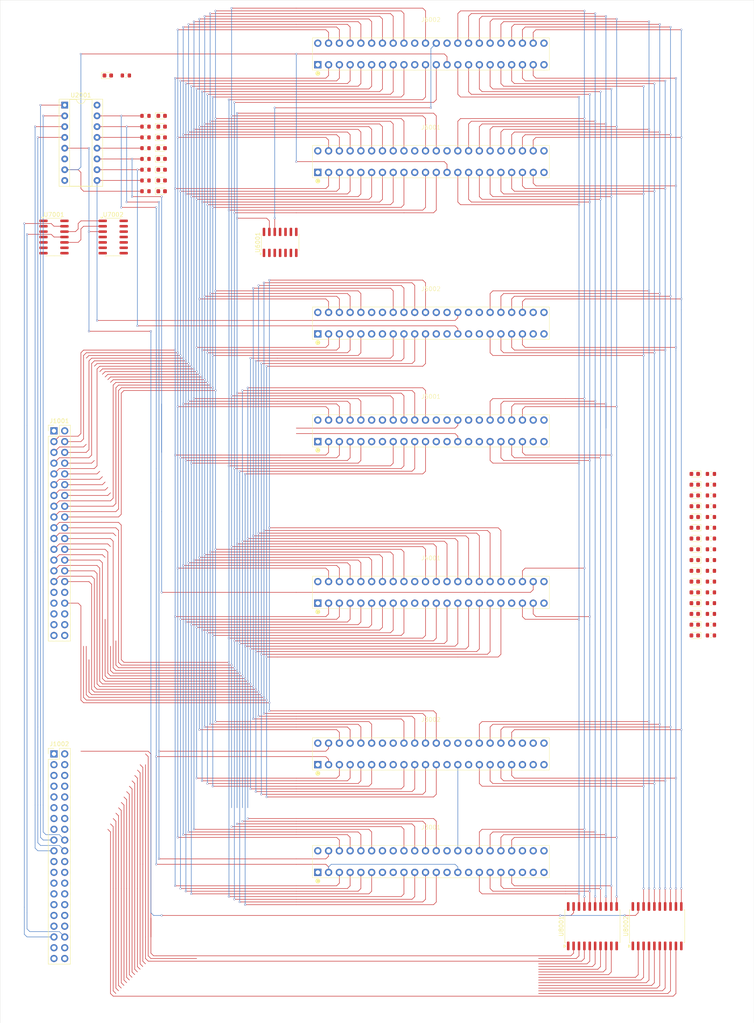
<source format=kicad_pcb>
(kicad_pcb (version 20240108) (generator "pcbnew") (generator_version "8.0")
  (layers (0 "F.Cu" signal) (31 "B.Cu" signal) (34 "B.Paste" user) (35 "F.Paste" user) (36 "B.SilkS" user "B.Silkscreen") (37 "F.SilkS" user "F.Silkscreen") (38 "B.Mask" user) (39 "F.Mask" user) (44 "Edge.Cuts" user))
  (net 0 "")
  (net 1 "GND")
  (net 2 "Net-(D2001-K)")
  (net 3 "Net-(D2002-K)")
  (net 4 "Net-(D2003-K)")
  (net 5 "Net-(D2004-K)")
  (net 6 "Net-(D2005-K)")
  (net 7 "Net-(D2006-K)")
  (net 8 "Net-(D2007-K)")
  (net 9 "Net-(D2008-K)")
  (net 11 "/A1")
  (net 12 "/A15")
  (net 13 "/A5")
  (net 15 "/A14")
  (net 16 "/A12")
  (net 17 "/A13")
  (net 19 "/A8")
  (net 20 "+5V")
  (net 21 "/CLOCK")
  (net 22 "/RESET")
  (net 23 "/A11")
  (net 24 "/A3")
  (net 25 "/A0")
  (net 26 "/A9")
  (net 28 "/A4")
  (net 29 "/A2")
  (net 30 "/A6")
  (net 31 "/A7")
  (net 32 "/A10")
  (net 33 "Net-(D8001-K)")
  (net 34 "Net-(D8002-K)")
  (net 35 "Net-(D8003-K)")
  (net 37 "Net-(D8004-K)")
  (net 38 "Net-(D8005-K)")
  (net 39 "Net-(D8006-K)")
  (net 40 "Net-(D8007-K)")
  (net 41 "Net-(D8008-K)")
  (net 42 "Net-(D8009-K)")
  (net 43 "Net-(D8010-K)")
  (net 44 "Net-(D8011-K)")
  (net 45 "Net-(D8012-K)")
  (net 46 "Net-(D8013-K)")
  (net 47 "Net-(D8014-K)")
  (net 48 "Net-(D8015-K)")
  (net 49 "Net-(D8016-K)")
  (net 50 "Net-(U2001-~{Y2})")
  (net 51 "Net-(U2001-~{Y3})")
  (net 52 "/Instruction Decoder/~{NAND}")
  (net 53 "/Instruction Decoder/~{XOR}")
  (net 54 "/Cycle1")
  (net 56 "/I15")
  (net 57 "/I2")
  (net 58 "/I9")
  (net 59 "/Adder Subtractor/Out5")
  (net 61 "/Adder Subtractor/Out4")
  (net 62 "Net-(J3001-PadB14)")
  (net 63 "/Adder Subtractor/Out3")
  (net 64 "/Adder Subtractor/~{SUB}")
  (net 68 "/Adder Subtractor/Out6")
  (net 72 "/Adder Subtractor/~{ADD}")
  (net 73 "/Adder Subtractor/Out2")
  (net 74 "/Adder Subtractor/Out7")
  (net 78 "/Adder Subtractor/Out1")
  (net 79 "/Adder Subtractor/Out0")
  (net 84 "/Adder Subtractor/Out9")
  (net 85 "/Adder Subtractor/Out10")
  (net 88 "/Adder Subtractor/Out14")
  (net 92 "/Adder Subtractor/Out11")
  (net 94 "/Adder Subtractor/Out8")
  (net 95 "/Adder Subtractor/Out15")
  (net 96 "/Adder Subtractor/Out12")
  (net 98 "/Adder Subtractor/Out13")
  (net 106 "/Adder Subtractor/Carry_{Out}")
  (net 107 "Net-(D8017-A)")
  (net 108 "/I6")
  (net 109 "/I1")
  (net 110 "/I0")
  (net 111 "/Cycle2")
  (net 112 "/I5")
  (net 113 "/I4")
  (net 114 "/I12")
  (net 115 "/Cycle3")
  (net 116 "/I8")
  (net 117 "/Enabler/~{Enable}")
  (net 118 "/I13")
  (net 119 "/I7")
  (net 120 "/Cycle0")
  (net 121 "/I14")
  (net 124 "/Comparator/~{Compare}")
  (net 168 "/Barrel Shifter/B3_inv")
  (net 177 "/Barrel Shifter/~{Shift}")
  (net 178 "/I3")
  (net 179 "/I11")
  (net 180 "/I10")
  (net 181 "/Cycle4")
  (net 186 "Net-(U7001-Pad10)")
  (net 187 "Net-(U7001-Pad12)")
  (net 191 "/B0")
  (net 192 "/B4")
  (net 193 "/B14")
  (net 194 "/B9")
  (net 195 "/B10")
  (net 196 "/B11")
  (net 197 "/B8")
  (net 198 "/B5")
  (net 199 "/B15")
  (net 200 "/B7")
  (net 201 "/B2")
  (net 202 "/B12")
  (net 203 "/B1")
  (net 204 "/B6")
  (net 205 "/B3")
  (net 206 "/B13")
  (net 207 "/C6")
  (net 208 "/C1")
  (net 209 "/C14")
  (net 210 "/C11")
  (net 211 "/C13")
  (net 212 "/C9")
  (net 213 "/C15")
  (net 214 "/C7")
  (net 215 "/C10")
  (net 216 "/C4")
  (net 217 "/C12")
  (net 218 "/C5")
  (net 219 "/C2")
  (net 220 "/C0")
  (net 221 "/C8")
  (net 222 "/C3")
  (footprint "Resistor_SMD:R_0603_1608Metric" (layer "F.Cu") (at 243.84 160.02 180)
    (property "Reference" "R8010" (hide yes))
    (property "Value" "4k7")
  )
  (footprint "LED_SMD:LED_0603_1608Metric" (layer "F.Cu") (at 240.03 175.26 180)
    (property "Reference" "D8016" (hide yes))
    (property "Value" "WHITE")
  )
  (footprint "BoardEdgeConnectors:TE-5530843-4-Mount" (layer "F.Cu") (at 177.8 228.6)
    (property "Reference" "J3001")
    (property "Value" "~")
  )
  (footprint "LED_SMD:LED_0603_1608Metric" (layer "F.Cu") (at 240.03 149.86 180)
    (property "Reference" "D8006" (hide yes))
    (property "Value" "WHITE")
  )
  (footprint "Resistor_SMD:R_0603_1608Metric" (layer "F.Cu") (at 110.49 52.705 180)
    (property "Reference" "R2001" (hide yes))
    (property "Value" "4k7")
  )
  (footprint "MountingHole:MountingHole_2.7mm_M2.5_ISO7380" (layer "F.Cu") (at 83.82 259.08)
    (property "Reference" "H1003" (hide yes))
    (property "Value" "MountingHole")
  )
  (footprint "LED_SMD:LED_0603_1608Metric" (layer "F.Cu") (at 240.03 152.4 180)
    (property "Reference" "D8007" (hide yes))
    (property "Value" "WHITE")
  )
  (footprint "BoardEdgeConnectors:TE-5530843-4-Mount" (layer "F.Cu") (at 177.8 101.6)
    (property "Reference" "J5002")
    (property "Value" "~")
  )
  (footprint "LED_SMD:LED_0603_1608Metric" (layer "F.Cu") (at 240.03 172.72 180)
    (property "Reference" "D8015" (hide yes))
    (property "Value" "WHITE")
  )
  (footprint "LED_SMD:LED_0603_1608Metric" (layer "F.Cu") (at 240.03 160.02 180)
    (property "Reference" "D8010" (hide yes))
    (property "Value" "WHITE")
  )
  (footprint "LED_SMD:LED_0603_1608Metric" (layer "F.Cu") (at 240.03 165.1 180)
    (property "Reference" "D8012" (hide yes))
    (property "Value" "WHITE")
  )
  (footprint "Resistor_SMD:R_0603_1608Metric" (layer "F.Cu") (at 110.49 65.405 180)
    (property "Reference" "R2006" (hide yes))
    (property "Value" "4k7")
  )
  (footprint "Resistor_SMD:R_0603_1608Metric" (layer "F.Cu") (at 243.84 142.24 180)
    (property "Reference" "R8003" (hide yes))
    (property "Value" "4k7")
  )
  (footprint "Package_SO:SOIC-20W_7.5x12.8mm_P1.27mm" (layer "F.Cu") (at 215.9 243.84 90)
    (property "Reference" "U8001")
    (property "Value" "74HC245")
  )
  (footprint "LED_SMD:LED_0603_1608Metric" (layer "F.Cu") (at 240.03 157.48 180)
    (property "Reference" "D8009" (hide yes))
    (property "Value" "WHITE")
  )
  (footprint "BoardEdgeConnectors:TE-5530843-4-Mount" (layer "F.Cu") (at 177.8 38.1)
    (property "Reference" "J6002")
    (property "Value" "~")
  )
  (footprint "Resistor_SMD:R_0603_1608Metric" (layer "F.Cu") (at 105.855 43.18)
    (property "Reference" "R8017" (hide yes))
    (property "Value" "4k7")
  )
  (footprint "Resistor_SMD:R_0603_1608Metric" (layer "F.Cu") (at 110.49 62.865 180)
    (property "Reference" "R2005" (hide yes))
    (property "Value" "4k7")
  )
  (footprint "Resistor_SMD:R_0603_1608Metric" (layer "F.Cu") (at 110.49 67.945 180)
    (property "Reference" "R2007" (hide yes))
    (property "Value" "4k7")
  )
  (footprint "Resistor_SMD:R_0603_1608Metric" (layer "F.Cu") (at 243.84 172.72 180)
    (property "Reference" "R8015" (hide yes))
    (property "Value" "4k7")
  )
  (footprint "Package_SO:SOIC-20W_7.5x12.8mm_P1.27mm" (layer "F.Cu") (at 231.14 243.84 90)
    (property "Reference" "U8002")
    (property "Value" "74HC245")
  )
  (footprint "LED_SMD:LED_0603_1608Metric" (layer "F.Cu") (at 240.03 142.24 180)
    (property "Reference" "D8003" (hide yes))
    (property "Value" "WHITE")
  )
  (footprint "MountingHole:MountingHole_2.7mm_M2.5_ISO7380" (layer "F.Cu") (at 246.38 259.08)
    (property "Reference" "H1004" (hide yes))
    (property "Value" "MountingHole")
  )
  (footprint "LED_SMD:LED_0603_1608Metric" (layer "F.Cu") (at 240.03 147.32 180)
    (property "Reference" "D8005" (hide yes))
    (property "Value" "WHITE")
  )
  (footprint "LED_SMD:LED_0603_1608Metric" (layer "F.Cu") (at 240.03 167.64 180)
    (property "Reference" "D8013" (hide yes))
    (property "Value" "WHITE")
  )
  (footprint "LED_SMD:LED_0603_1608Metric" (layer "F.Cu") (at 240.03 144.78 180)
    (property "Reference" "D8004" (hide yes))
    (property "Value" "WHITE")
  )
  (footprint "Resistor_SMD:R_0603_1608Metric" (layer "F.Cu") (at 243.84 157.48 180)
    (property "Reference" "R8009" (hide yes))
    (property "Value" "4k7")
  )
  (footprint "LED_SMD:LED_0603_1608Metric" (layer "F.Cu") (at 114.3 55.245)
    (property "Reference" "D2002" (hide yes))
    (property "Value" "Blue")
  )
  (footprint "BoardEdgeConnectors:TE-5530843-4-Mount" (layer "F.Cu") (at 177.8 127)
    (property "Reference" "J5001")
    (property "Value" "~")
  )
  (footprint "Resistor_SMD:R_0603_1608Metric" (layer "F.Cu") (at 243.84 175.26 180)
    (property "Reference" "R8016" (hide yes))
    (property "Value" "4k7")
  )
  (footprint "MountingHole:MountingHole_2.7mm_M2.5_ISO7380" (layer "F.Cu") (at 246.38 33.02)
    (property "Reference" "H1002" (hide yes))
    (property "Value" "MountingHole")
  )
  (footprint "LED_SMD:LED_0603_1608Metric" (layer "F.Cu") (at 114.3 60.325)
    (property "Reference" "D2004" (hide yes))
    (property "Value" "Red")
  )
  (footprint "Resistor_SMD:R_0603_1608Metric" (layer "F.Cu") (at 243.84 154.94 180)
    (property "Reference" "R8008" (hide yes))
    (property "Value" "4k7")
  )
  (footprint "BoardEdgeConnectors:TE-5530843-4-Mount" (layer "F.Cu") (at 177.8 165.1)
    (property "Reference" "J4001")
    (property "Value" "~")
  )
  (footprint "BoardEdgeConnectors:TE-5530843-4-Mount" (layer "F.Cu") (at 177.8 203.2)
    (property "Reference" "J3002")
    (property "Value" "~")
  )
  (footprint "Resistor_SMD:R_0603_1608Metric" (layer "F.Cu") (at 243.84 144.78 180)
    (property "Reference" "R8004" (hide yes))
    (property "Value" "4k7")
  )
  (footprint "Resistor_SMD:R_0603_1608Metric" (layer "F.Cu") (at 243.84 170.18 180)
    (property "Reference" "R8014" (hide yes))
    (property "Value" "4k7")
  )
  (footprint "BoardEdgeConnectors:TE-5530843-4-Mount" (layer "F.Cu") (at 177.8 63.5)
    (property "Reference" "J6001")
    (property "Value" "~")
  )
  (footprint "LED_SMD:LED_0603_1608Metric" (layer "F.Cu") (at 114.3 67.945)
    (property "Reference" "D2007" (hide yes))
    (property "Value" "Blue")
  )
  (footprint "LED_SMD:LED_0603_1608Metric" (layer "F.Cu") (at 114.3 70.485)
    (property "Reference" "D2008" (hide yes))
    (property "Value" "Blue")
  )
  (footprint "LED_SMD:LED_0603_1608Metric" (layer "F.Cu") (at 114.3 65.405)
    (property "Reference" "D2006" (hide yes))
    (property "Value" "Blue")
  )
  (footprint "Package_SO:SOIC-14_3.9x8.7mm_P1.27mm" (layer "F.Cu") (at 142.24 82.55 90)
    (property "Reference" "U6001")
    (property "Value" "74HC14")
  )
  (footprint "LED_SMD:LED_0603_1608Metric" (layer "F.Cu") (at 114.3 52.705)
    (property "Reference" "D2001" (hide yes))
    (property "Value" "Blue")
  )
  (footprint "Resistor_SMD:R_0603_1608Metric" (layer "F.Cu") (at 243.84 137.16 180)
    (property "Reference" "R8001" (hide yes))
    (property "Value" "4k7")
  )
  (footprint "Connector_PinHeader_2.54mm:PinHeader_2x20_P2.54mm_Vertical" (layer "F.Cu") (at 88.9 127)
    (property "Reference" "J1001")
    (property "Value" "Conn_02x20_Odd_Even")
  )
  (footprint "LED_SMD:LED_0603_1608Metric" (layer "F.Cu") (at 240.03 170.18 180)
    (property "Reference" "D8014" (hide yes))
    (property "Value" "WHITE")
  )
  (footprint "Resistor_SMD:R_0603_1608Metric" (layer "F.Cu") (at 243.84 167.64 180)
    (property "Reference" "R8013" (hide yes))
    (property "Value" "4k7")
  )
  (footprint "Package_DIP:DIP-16_W7.62mm_Socket" (layer "F.Cu") (at 91.44 50.165)
    (property "Reference" "U2001")
    (property "Value" "74HC138")
  )
  (footprint "Resistor_SMD:R_0603_1608Metric" (layer "F.Cu") (at 243.84 149.86 180)
    (property "Reference" "R8006" (hide yes))
    (property "Value" "4k7")
  )
  (footprint "Resistor_SMD:R_0603_1608Metric" (layer "F.Cu") (at 110.49 70.485 180)
    (property "Reference" "R2008" (hide yes))
    (property "Value" "4k7")
  )
  (footprint "Package_SO:SOIC-14_3.9x8.7mm_P1.27mm" (layer "F.Cu") (at 102.87 81.28)
    (property "Reference" "U7002")
    (property "Value" "74HC08")
  )
  (footprint "Resistor_SMD:R_0603_1608Metric" (layer "F.Cu") (at 243.84 165.1 180)
    (property "Reference" "R8012" (hide yes))
    (property "Value" "4k7")
  )
  (footprint "Package_SO:SOIC-14_3.9x8.7mm_P1.27mm" (layer "F.Cu") (at 88.9 81.28)
    (property "Reference" "U7001")
    (property "Value" "74HC14")
  )
  (footprint "Resistor_SMD:R_0603_1608Metric" (layer "F.Cu") (at 110.49 55.245 180)
    (property "Reference" "R2002" (hide yes))
    (property "Value" "4k7")
  )
  (footprint "Resistor_SMD:R_0603_1608Metric" (layer "F.Cu") (at 243.84 139.7 180)
    (property "Reference" "R8002" (hide yes))
    (property "Value" "4k7")
  )
  (footprint "LED_SMD:LED_0603_1608Metric" (layer "F.Cu") (at 101.6 43.18)
    (property "Reference" "D8017" (hide yes))
    (property "Value" "Blue")
  )
  (footprint "LED_SMD:LED_0603_1608Metric" (layer "F.Cu") (at 240.03 162.56 180)
    (property "Reference" "D8011" (hide yes))
    (property "Value" "WHITE")
  )
  (footprint "Connector_PinHeader_2.54mm:PinHeader_2x20_P2.54mm_Vertical" (layer "F.Cu") (at 88.9 203.2)
    (property "Reference" "J1002")
    (property "Value" "Conn_02x20_Odd_Even")
  )
  (footprint "Resistor_SMD:R_0603_1608Metric" (layer "F.Cu") (at 110.49 57.785 180)
    (property "Reference" "R2003" (hide yes))
    (property "Value" "4k7")
  )
  (footprint "Resistor_SMD:R_0603_1608Metric" (layer "F.Cu") (at 243.84 162.56 180)
    (property "Reference" "R8011" (hide yes))
    (property "Value" "4k7")
  )
  (footprint "Resistor_SMD:R_0603_1608Metric" (layer "F.Cu") (at 243.84 147.32 180)
    (property "Reference" "R8005" (hide yes))
    (property "Value" "4k7")
  )
  (footprint "LED_SMD:LED_0603_1608Metric" (layer "F.Cu") (at 240.03 154.94 180)
    (property "Reference" "D8008" (hide yes))
    (property "Value" "WHITE")
  )
  (footprint "MountingHole:MountingHole_2.7mm_M2.5_ISO7380" (layer "F.Cu") (at 83.82 33.02)
    (property "Reference" "H1001" (hide yes))
    (property "Value" "MountingHole")
  )
  (footprint "Resistor_SMD:R_0603_1608Metric" (layer "F.Cu") (at 243.84 152.4 180)
    (property "Reference" "R8007" (hide yes))
    (property "Value" "4k7")
  )
  (footprint "Resistor_SMD:R_0603_1608Metric" (layer "F.Cu") (at 110.49 60.325 180)
    (property "Reference" "R2004" (hide yes))
    (property "Value" "4k7")
  )
  (footprint "LED_SMD:LED_0603_1608Metric" (layer "F.Cu") (at 114.3 62.865)
    (property "Reference" "D2005" (hide yes))
    (property "Value" "Blue")
  )
  (footprint "LED_SMD:LED_0603_1608Metric" (layer "F.Cu") (at 240.03 137.16 180)
    (property "Reference" "D8001" (hide yes))
    (property "Value" "WHITE")
  )
  (footprint "LED_SMD:LED_0603_1608Metric" (layer "F.Cu") (at 114.3 57.785)
    (property "Reference" "D2003" (hide yes))
    (property "Value" "Red")
  )
  (footprint "LED_SMD:LED_0603_1608Metric" (layer "F.Cu") (at 240.03 139.7 180)
    (property "Reference" "D8002" (hide yes))
    (property "Value" "WHITE")
  )
  (gr_rect (start 76.2 25.4) (end 254 266.7) (stroke (width 0.05)) (fill none) (layer "Edge.Cuts"))
  (segment (start 153.67 160.02) (end 153.67 162.56) (width 0.127) (layer "F.Cu") (net 11))
  (segment (start 153.035 57.785) (end 118.11 57.785) (width 0.127) (layer "F.Cu") (net 11))
  (segment (start 95.25 129.54) (end 91.44 129.54) (width 0.127) (layer "F.Cu") (net 11))
  (segment (start 153.035 32.385) (end 118.11 32.385) (width 0.127) (layer "F.Cu") (net 11))
  (segment (start 153.67 58.42) (end 153.035 57.785) (width 0.127) (layer "F.Cu") (net 11))
  (segment (start 156.21 226.06) (end 156.21 223.52) (width 0.127) (layer "F.Cu") (net 11))
  (segment (start 95.885 128.905) (end 95.25 129.54) (width 0.127) (layer "F.Cu") (net 11))
  (segment (start 118.11 159.385) (end 153.035 159.385) (width 0.127) (layer "F.Cu") (net 11))
  (segment (start 118.11 108.585) (end 96.52 108.585) (width 0.127) (layer "F.Cu") (net 11))
  (segment (start 153.035 121.285) (end 153.67 121.92) (width 0.127) (layer "F.Cu") (net 11))
  (segment (start 153.67 33.02) (end 153.035 32.385) (width 0.127) (layer "F.Cu") (net 11))
  (segment (start 96.52 108.585) (end 95.885 109.22) (width 0.127) (layer "F.Cu") (net 11))
  (segment (start 155.575 222.885) (end 146.05 222.885) (width 0.127) (layer "F.Cu") (net 11))
  (segment (start 153.67 60.96) (end 153.67 58.42) (width 0.127) (layer "F.Cu") (net 11))
  (segment (start 95.885 109.22) (end 95.885 128.905) (width 0.127) (layer "F.Cu") (net 11))
  (segment (start 153.67 121.92) (end 153.67 124.46) (width 0.127) (layer "F.Cu") (net 11))
  (segment (start 153.67 35.56) (end 153.67 33.02) (width 0.127) (layer "F.Cu") (net 11))
  (segment (start 153.035 159.385) (end 153.67 160.02) (width 0.127) (layer "F.Cu") (net 11))
  (segment (start 156.21 223.52) (end 155.575 222.885) (width 0.127) (layer "F.Cu") (net 11))
  (segment (start 118.11 121.285) (end 153.035 121.285) (width 0.127) (layer "F.Cu") (net 11))
  (segment (start 146.05 222.885) (end 118.11 222.885) (width 0.127) (layer "F.Cu") (net 11))
  (via (at 118.11 32.385) (size 0.45) (drill 0.3) (layers "F.Cu" "B.Cu") (net 11))
  (via (at 118.11 121.285) (size 0.45) (drill 0.3) (layers "F.Cu" "B.Cu") (net 11))
  (via (at 118.11 222.885) (size 0.45) (drill 0.3) (layers "F.Cu" "B.Cu") (net 11))
  (via (at 118.11 108.585) (size 0.45) (drill 0.3) (layers "F.Cu" "B.Cu") (net 11))
  (via (at 118.11 159.385) (size 0.45) (drill 0.3) (layers "F.Cu" "B.Cu") (net 11))
  (via (at 118.11 57.785) (size 0.45) (drill 0.3) (layers "F.Cu" "B.Cu") (net 11))
  (segment (start 118.11 108.585) (end 118.11 57.785) (width 0.127) (layer "B.Cu") (net 11))
  (segment (start 118.11 222.885) (end 118.11 159.385) (width 0.127) (layer "B.Cu") (net 11))
  (segment (start 118.11 57.785) (end 118.11 32.385) (width 0.127) (layer "B.Cu") (net 11))
  (segment (start 118.11 121.285) (end 118.11 108.585) (width 0.127) (layer "B.Cu") (net 11))
  (segment (start 118.11 159.385) (end 118.11 121.285) (width 0.127) (layer "B.Cu") (net 11))
  (segment (start 163.83 196.215) (end 163.195 195.58) (width 0.127) (layer "F.Cu") (net 12))
  (segment (start 161.29 94.615) (end 161.29 99.06) (width 0.127) (layer "F.Cu") (net 12))
  (segment (start 171.45 28.575) (end 171.45 35.56) (width 0.127) (layer "F.Cu") (net 12))
  (segment (start 104.775 146.685) (end 104.775 118.11) (width 0.127) (layer "F.Cu") (net 12))
  (segment (start 104.775 118.11) (end 105.41 117.475) (width 0.127) (layer "F.Cu") (net 12))
  (segment (start 163.195 195.58) (end 127 195.58) (width 0.127) (layer "F.Cu") (net 12))
  (segment (start 170.815 53.34) (end 171.45 53.975) (width 0.127) (layer "F.Cu") (net 12))
  (segment (start 127 93.98) (end 160.655 93.98) (width 0.127) (layer "F.Cu") (net 12))
  (segment (start 104.14 147.32) (end 104.775 146.685) (width 0.127) (layer "F.Cu") (net 12))
  (segment (start 105.41 117.475) (end 127 117.475) (width 0.127) (layer "F.Cu") (net 12))
  (segment (start 127 53.34) (end 170.815 53.34) (width 0.127) (layer "F.Cu") (net 12))
  (segment (start 171.45 53.975) (end 171.45 60.96) (width 0.127) (layer "F.Cu") (net 12))
  (segment (start 170.815 154.94) (end 127 154.94) (width 0.127) (layer "F.Cu") (net 12))
  (segment (start 170.815 27.94) (end 171.45 28.575) (width 0.127) (layer "F.Cu") (net 12))
  (segment (start 127 27.94) (end 170.815 27.94) (width 0.127) (layer "F.Cu") (net 12))
  (segment (start 171.45 155.575) (end 170.815 154.94) (width 0.127) (layer "F.Cu") (net 12))
  (segment (start 171.45 162.56) (end 171.45 155.575) (width 0.127) (layer "F.Cu") (net 12))
  (segment (start 160.655 93.98) (end 161.29 94.615) (width 0.127) (layer "F.Cu") (net 12))
  (segment (start 163.83 200.66) (end 163.83 196.215) (width 0.127) (layer "F.Cu") (net 12))
  (segment (start 91.44 147.32) (end 104.14 147.32) (width 0.127) (layer "F.Cu") (net 12))
  (via (at 127 53.34) (size 0.45) (drill 0.3) (layers "F.Cu" "B.Cu") (net 12))
  (via (at 127 117.475) (size 0.45) (drill 0.3) (layers "F.Cu" "B.Cu") (net 12))
  (via (at 127 154.94) (size 0.45) (drill 0.3) (layers "F.Cu" "B.Cu") (net 12))
  (via (at 127 93.98) (size 0.45) (drill 0.3) (layers "F.Cu" "B.Cu") (net 12))
  (via (at 127 27.94) (size 0.45) (drill 0.3) (layers "F.Cu" "B.Cu") (net 12))
  (via (at 127 195.58) (size 0.45) (drill 0.3) (layers "F.Cu" "B.Cu") (net 12))
  (segment (start 127 154.94) (end 127 117.475) (width 0.127) (layer "B.Cu") (net 12))
  (segment (start 127 117.475) (end 127 93.98) (width 0.127) (layer "B.Cu") (net 12))
  (segment (start 127 53.34) (end 127 27.94) (width 0.127) (layer "B.Cu") (net 12))
  (segment (start 127 93.98) (end 127 53.34) (width 0.127) (layer "B.Cu") (net 12))
  (segment (start 127 195.58) (end 127 154.94) (width 0.127) (layer "B.Cu") (net 12))
  (segment (start 158.75 162.56) (end 158.75 158.75) (width 0.127) (layer "F.Cu") (net 13))
  (segment (start 161.29 226.06) (end 161.29 222.25) (width 0.127) (layer "F.Cu") (net 13))
  (segment (start 158.75 120.65) (end 158.115 120.015) (width 0.127) (layer "F.Cu") (net 13))
  (segment (start 146.05 221.615) (end 120.65 221.615) (width 0.127) (layer "F.Cu") (net 13))
  (segment (start 158.75 60.96) (end 158.75 57.15) (width 0.127) (layer "F.Cu") (net 13))
  (segment (start 158.115 158.115) (end 120.65 158.115) (width 0.127) (layer "F.Cu") (net 13))
  (segment (start 158.75 35.56) (end 158.75 31.75) (width 0.127) (layer "F.Cu") (net 13))
  (segment (start 161.29 222.25) (end 160.655 221.615) (width 0.127) (layer "F.Cu") (net 13))
  (segment (start 120.65 31.115) (end 146.05 31.115) (width 0.127) (layer "F.Cu") (net 13))
  (segment (start 97.79 134.62) (end 98.425 133.985) (width 0.127) (layer "F.Cu") (net 13))
  (segment (start 158.115 120.015) (end 141.605 120.015) (width 0.127) (layer "F.Cu") (net 13))
  (segment (start 120.65 111.125) (end 99.06 111.125) (width 0.127) (layer "F.Cu") (net 13))
  (segment (start 91.44 134.62) (end 97.79 134.62) (width 0.127) (layer "F.Cu") (net 13))
  (segment (start 158.115 56.515) (end 120.65 56.515) (width 0.127) (layer "F.Cu") (net 13))
  (segment (start 158.75 124.46) (end 158.75 120.65) (width 0.127) (layer "F.Cu") (net 13))
  (segment (start 99.06 111.125) (end 98.425 111.76) (width 0.127) (layer "F.Cu") (net 13))
  (segment (start 160.655 221.615) (end 146.05 221.615) (width 0.127) (layer "F.Cu") (net 13))
  (segment (start 158.75 57.15) (end 158.115 56.515) (width 0.127) (layer "F.Cu") (net 13))
  (segment (start 158.115 31.115) (end 146.05 31.115) (width 0.127) (layer "F.Cu") (net 13))
  (segment (start 120.65 120.015) (end 141.605 120.015) (width 0.127) (layer "F.Cu") (net 13))
  (segment (start 158.75 31.75) (end 158.115 31.115) (width 0.127) (layer "F.Cu") (net 13))
  (segment (start 158.75 158.75) (end 158.115 158.115) (width 0.127) (layer "F.Cu") (net 13))
  (via (at 120.65 221.615) (size 0.45) (drill 0.3) (layers "F.Cu" "B.Cu") (net 13))
  (via (at 120.65 120.015) (size 0.45) (drill 0.3) (layers "F.Cu" "B.Cu") (net 13))
  (via (at 120.65 31.115) (size 0.45) (drill 0.3) (layers "F.Cu" "B.Cu") (net 13))
  (via (at 120.65 56.515) (size 0.45) (drill 0.3) (layers "F.Cu" "B.Cu") (net 13))
  (via (at 120.65 158.115) (size 0.45) (drill 0.3) (layers "F.Cu" "B.Cu") (net 13))
  (via (at 120.65 111.125) (size 0.45) (drill 0.3) (layers "F.Cu" "B.Cu") (net 13))
  (segment (start 120.65 111.125) (end 120.65 56.515) (width 0.127) (layer "B.Cu") (net 13))
  (segment (start 120.65 120.015) (end 120.65 111.125) (width 0.127) (layer "B.Cu") (net 13))
  (segment (start 120.65 56.515) (end 120.65 31.115) (width 0.127) (layer "B.Cu") (net 13))
  (segment (start 120.65 158.115) (end 120.65 120.015) (width 0.127) (layer "B.Cu") (net 13))
  (segment (start 120.65 221.615) (end 120.65 158.115) (width 0.127) (layer "B.Cu") (net 13))
  (segment (start 160.655 109.22) (end 161.29 108.585) (width 0.127) (layer "F.Cu") (net 15))
  (segment (start 171.45 47.625) (end 170.815 48.26) (width 0.127) (layer "F.Cu") (net 15))
  (segment (start 104.14 117.475) (end 104.14 145.415) (width 0.127) (layer "F.Cu") (net 15))
  (segment (start 90.17 146.05) (end 88.9 147.32) (width 0.127) (layer "F.Cu") (net 15))
  (segment (start 126.365 109.22) (end 160.655 109.22) (width 0.127) (layer "F.Cu") (net 15))
  (segment (start 171.45 174.625) (end 170.815 175.26) (width 0.127) (layer "F.Cu") (net 15))
  (segment (start 171.45 66.04) (end 171.45 73.66) (width 0.127) (layer "F.Cu") (net 15))
  (segment (start 103.505 146.05) (end 90.17 146.05) (width 0.127) (layer "F.Cu") (net 15))
  (segment (start 146.05 210.82) (end 126.365 210.82) (width 0.127) (layer "F.Cu") (net 15))
  (segment (start 171.45 167.64) (end 171.45 174.625) (width 0.127) (layer "F.Cu") (net 15))
  (segment (start 163.195 210.82) (end 146.05 210.82) (width 0.127) (layer "F.Cu") (net 15))
  (segment (start 104.775 116.84) (end 104.14 117.475) (width 0.127) (layer "F.Cu") (net 15))
  (segment (start 163.83 210.185) (end 163.195 210.82) (width 0.127) (layer "F.Cu") (net 15))
  (segment (start 170.815 175.26) (end 126.365 175.26) (width 0.127) (layer "F.Cu") (net 15))
  (segment (start 171.45 73.66) (end 170.815 74.295) (width 0.127) (layer "F.Cu") (net 15))
  (segment (start 126.365 116.84) (end 104.775 116.84) (width 0.127) (layer "F.Cu") (net 15))
  (segment (start 170.815 74.295) (end 126.365 74.295) (width 0.127) (layer "F.Cu") (net 15))
  (segment (start 163.83 205.74) (end 163.83 210.185) (width 0.127) (layer "F.Cu") (net 15))
  (segment (start 104.14 145.415) (end 103.505 146.05) (width 0.127) (layer "F.Cu") (net 15))
  (segment (start 171.45 40.64) (end 171.45 47.625) (width 0.127) (layer "F.Cu") (net 15))
  (segment (start 170.815 48.26) (end 126.365 48.26) (width 0.127) (layer "F.Cu") (net 15))
  (segment (start 161.29 108.585) (end 161.29 104.14) (width 0.127) (layer "F.Cu") (net 15))
  (via (at 126.365 74.295) (size 0.45) (drill 0.3) (layers "F.Cu" "B.Cu") (net 15))
  (via (at 126.365 210.82) (size 0.45) (drill 0.3) (layers "F.Cu" "B.Cu") (net 15))
  (via (at 126.365 175.26) (size 0.45) (drill 0.3) (layers "F.Cu" "B.Cu") (net 15))
  (via (at 126.365 48.26) (size 0.45) (drill 0.3) (layers "F.Cu" "B.Cu") (net 15))
  (via (at 126.365 109.22) (size 0.45) (drill 0.3) (layers "F.Cu" "B.Cu") (net 15))
  (via (at 126.365 116.84) (size 0.45) (drill 0.3) (layers "F.Cu" "B.Cu") (net 15))
  (segment (start 126.365 109.22) (end 126.365 116.84) (width 0.127) (layer "B.Cu") (net 15))
  (segment (start 126.365 74.295) (end 126.365 109.22) (width 0.127) (layer "B.Cu") (net 15))
  (segment (start 126.365 175.26) (end 126.365 210.82) (width 0.127) (layer "B.Cu") (net 15))
  (segment (start 126.365 116.84) (end 126.365 175.26) (width 0.127) (layer "B.Cu") (net 15))
  (segment (start 126.365 48.26) (end 126.365 74.295) (width 0.127) (layer "B.Cu") (net 15))
  (segment (start 161.29 205.74) (end 161.29 209.55) (width 0.127) (layer "F.Cu") (net 16))
  (segment (start 102.87 142.875) (end 102.235 143.51) (width 0.127) (layer "F.Cu") (net 16))
  (segment (start 168.91 46.99) (end 168.275 47.625) (width 0.127) (layer "F.Cu") (net 16))
  (segment (start 168.91 73.025) (end 168.275 73.66) (width 0.127) (layer "F.Cu") (net 16))
  (segment (start 158.115 108.585) (end 158.75 107.95) (width 0.127) (layer "F.Cu") (net 16))
  (segment (start 168.91 40.64) (end 168.91 46.99) (width 0.127) (layer "F.Cu") (net 16))
  (segment (start 168.275 73.66) (end 125.095 73.66) (width 0.127) (layer "F.Cu") (net 16))
  (segment (start 102.235 143.51) (end 90.17 143.51) (width 0.127) (layer "F.Cu") (net 16))
  (segment (start 168.275 174.625) (end 125.095 174.625) (width 0.127) (layer "F.Cu") (net 16))
  (segment (start 158.75 107.95) (end 158.75 104.14) (width 0.127) (layer "F.Cu") (net 16))
  (segment (start 146.05 210.185) (end 125.095 210.185) (width 0.127) (layer "F.Cu") (net 16))
  (segment (start 102.87 116.205) (end 102.87 142.875) (width 0.127) (layer "F.Cu") (net 16))
  (segment (start 160.655 210.185) (end 146.05 210.185) (width 0.127) (layer "F.Cu") (net 16))
  (segment (start 90.17 143.51) (end 88.9 144.78) (width 0.127) (layer "F.Cu") (net 16))
  (segment (start 103.505 115.57) (end 102.87 116.205) (width 0.127) (layer "F.Cu") (net 16))
  (segment (start 125.095 115.57) (end 103.505 115.57) (width 0.127) (layer "F.Cu") (net 16))
  (segment (start 161.29 209.55) (end 160.655 210.185) (width 0.127) (layer "F.Cu") (net 16))
  (segment (start 168.275 47.625) (end 125.095 47.625) (width 0.127) (layer "F.Cu") (net 16))
  (segment (start 168.91 167.64) (end 168.91 173.99) (width 0.127) (layer "F.Cu") (net 16))
  (segment (start 168.91 173.99) (end 168.275 174.625) (width 0.127) (layer "F.Cu") (net 16))
  (segment (start 125.095 108.585) (end 158.115 108.585) (width 0.127) (layer "F.Cu") (net 16))
  (segment (start 168.91 66.04) (end 168.91 73.025) (width 0.127) (layer "F.Cu") (net 16))
  (via (at 125.095 115.57) (size 0.45) (drill 0.3) (layers "F.Cu" "B.Cu") (net 16))
  (via (at 125.095 73.66) (size 0.45) (drill 0.3) (layers "F.Cu" "B.Cu") (net 16))
  (via (at 125.095 47.625) (size 0.45) (drill 0.3) (layers "F.Cu" "B.Cu") (net 16))
  (via (at 125.095 210.185) (size 0.45) (drill 0.3) (layers "F.Cu" "B.Cu") (net 16))
  (via (at 125.095 108.585) (size 0.45) (drill 0.3) (layers "F.Cu" "B.Cu") (net 16))
  (via (at 125.095 174.625) (size 0.45) (drill 0.3) (layers "F.Cu" "B.Cu") (net 16))
  (segment (start 125.095 108.585) (end 125.095 73.66) (width 0.127) (layer "B.Cu") (net 16))
  (segment (start 125.095 73.66) (end 125.095 47.625) (width 0.127) (layer "B.Cu") (net 16))
  (segment (start 125.095 115.57) (end 125.095 108.585) (width 0.127) (layer "B.Cu") (net 16))
  (segment (start 125.095 174.625) (end 125.095 152.4) (width 0.127) (layer "B.Cu") (net 16))
  (segment (start 125.095 152.4) (end 125.095 115.57) (width 0.127) (layer "B.Cu") (net 16))
  (segment (start 125.095 210.185) (end 125.095 174.625) (width 0.127) (layer "B.Cu") (net 16))
  (segment (start 91.44 144.78) (end 102.87 144.78) (width 0.127) (layer "F.Cu") (net 17))
  (segment (start 158.75 95.25) (end 158.75 99.06) (width 0.127) (layer "F.Cu") (net 17))
  (segment (start 168.91 162.56) (end 168.91 156.21) (width 0.127) (layer "F.Cu") (net 17))
  (segment (start 146.05 196.215) (end 125.73 196.215) (width 0.127) (layer "F.Cu") (net 17))
  (segment (start 103.505 116.84) (end 104.14 116.205) (width 0.127) (layer "F.Cu") (net 17))
  (segment (start 168.275 53.975) (end 125.73 53.975) (width 0.127) (layer "F.Cu") (net 17))
  (segment (start 103.505 144.145) (end 103.505 116.84) (width 0.127) (layer "F.Cu") (net 17))
  (segment (start 168.91 29.21) (end 168.275 28.575) (width 0.127) (layer "F.Cu") (net 17))
  (segment (start 102.87 144.78) (end 103.505 144.145) (width 0.127) (layer "F.Cu") (net 17))
  (segment (start 168.275 28.575) (end 125.73 28.575) (width 0.127) (layer "F.Cu") (net 17))
  (segment (start 168.91 54.61) (end 168.275 53.975) (width 0.127) (layer "F.Cu") (net 17))
  (segment (start 104.14 116.205) (end 125.73 116.205) (width 0.127) (layer "F.Cu") (net 17))
  (segment (start 161.29 196.85) (end 160.655 196.215) (width 0.127) (layer "F.Cu") (net 17))
  (segment (start 168.275 155.575) (end 125.73 155.575) (width 0.127) (layer "F.Cu") (net 17))
  (segment (start 158.115 94.615) (end 158.75 95.25) (width 0.127) (layer "F.Cu") (net 17))
  (segment (start 160.655 196.215) (end 146.05 196.215) (width 0.127) (layer "F.Cu") (net 17))
  (segment (start 168.91 156.21) (end 168.275 155.575) (width 0.127) (layer "F.Cu") (net 17))
  (segment (start 161.29 200.66) (end 161.29 196.85) (width 0.127) (layer "F.Cu") (net 17))
  (segment (start 168.91 35.56) (end 168.91 29.21) (width 0.127) (layer "F.Cu") (net 17))
  (segment (start 125.73 94.615) (end 158.115 94.615) (width 0.127) (layer "F.Cu") (net 17))
  (segment (start 168.91 60.96) (end 168.91 54.61) (width 0.127) (layer "F.Cu") (net 17))
  (via (at 125.73 28.575) (size 0.45) (drill 0.3) (layers "F.Cu" "B.Cu") (net 17))
  (via (at 125.73 196.215) (size 0.45) (drill 0.3) (layers "F.Cu" "B.Cu") (net 17))
  (via (at 125.73 53.975) (size 0.45) (drill 0.3) (layers "F.Cu" "B.Cu") (net 17))
  (via (at 125.73 116.205) (size 0.45) (drill 0.3) (layers "F.Cu" "B.Cu") (net 17))
  (via (at 125.73 155.575) (size 0.45) (drill 0.3) (layers "F.Cu" "B.Cu") (net 17))
  (via (at 125.73 94.615) (size 0.45) (drill 0.3) (layers "F.Cu" "B.Cu") (net 17))
  (segment (start 125.73 155.575) (end 125.73 116.205) (width 0.127) (layer "B.Cu") (net 17))
  (segment (start 125.73 196.215) (end 125.73 155.575) (width 0.127) (layer "B.Cu") (net 17))
  (segment (start 125.73 94.615) (end 125.73 53.975) (width 0.127) (layer "B.Cu") (net 17))
  (segment (start 125.73 116.205) (end 125.73 94.615) (width 0.127) (layer "B.Cu") (net 17))
  (segment (start 125.73 53.975) (end 125.73 28.575) (width 0.127) (layer "B.Cu") (net 17))
  (segment (start 153.035 107.315) (end 153.67 106.68) (width 0.127) (layer "F.Cu") (net 19))
  (segment (start 163.195 46.355) (end 122.555 46.355) (width 0.127) (layer "F.Cu") (net 19))
  (segment (start 122.555 107.315) (end 153.035 107.315) (width 0.127) (layer "F.Cu") (net 19))
  (segment (start 153.67 106.68) (end 153.67 104.14) (width 0.127) (layer "F.Cu") (net 19))
  (segment (start 163.195 173.355) (end 122.555 173.355) (width 0.127) (layer "F.Cu") (net 19))
  (segment (start 163.195 72.39) (end 122.555 72.39) (width 0.127) (layer "F.Cu") (net 19))
  (segment (start 122.555 113.03) (end 100.965 113.03) (width 0.127) (layer "F.Cu") (net 19))
  (segment (start 163.83 167.64) (end 163.83 172.72) (width 0.127) (layer "F.Cu") (net 19))
  (segment (start 90.17 138.43) (end 99.695 138.43) (width 0.127) (layer "F.Cu") (net 19))
  (segment (start 99.695 138.43) (end 100.33 137.795) (width 0.127) (layer "F.Cu") (net 19))
  (segment (start 100.965 113.03) (end 100.33 113.665) (width 0.127) (layer "F.Cu") (net 19))
  (segment (start 146.05 208.915) (end 122.555 208.915) (width 0.127) (layer "F.Cu") (net 19))
  (segment (start 163.83 172.72) (end 163.195 173.355) (width 0.127) (layer "F.Cu") (net 19))
  (segment (start 156.21 205.74) (end 156.21 208.28) (width 0.127) (layer "F.Cu") (net 19))
  (segment (start 163.83 71.755) (end 163.195 72.39) (width 0.127) (layer "F.Cu") (net 19))
  (segment (start 163.83 66.04) (end 163.83 71.755) (width 0.127) (layer "F.Cu") (net 19))
  (segment (start 163.83 45.72) (end 163.195 46.355) (width 0.127) (layer "F.Cu") (net 19))
  (segment (start 155.575 208.915) (end 146.05 208.915) (width 0.127) (layer "F.Cu") (net 19))
  (segment (start 163.83 40.64) (end 163.83 45.72) (width 0.127) (layer "F.Cu") (net 19))
  (segment (start 156.21 208.28) (end 155.575 208.915) (width 0.127) (layer "F.Cu") (net 19))
  (segment (start 88.9 139.7) (end 90.17 138.43) (width 0.127) (layer "F.Cu") (net 19))
  (via (at 122.555 72.39) (size 0.45) (drill 0.3) (layers "F.Cu" "B.Cu") (net 19))
  (via (at 122.555 208.915) (size 0.45) (drill 0.3) (layers "F.Cu" "B.Cu") (net 19))
  (via (at 122.555 46.355) (size 0.45) (drill 0.3) (layers "F.Cu" "B.Cu") (net 19))
  (via (at 122.555 113.03) (size 0.45) (drill 0.3) (layers "F.Cu" "B.Cu") (net 19))
  (via (at 122.555 107.315) (size 0.45) (drill 0.3) (layers "F.Cu" "B.Cu") (net 19))
  (via (at 122.555 173.355) (size 0.45) (drill 0.3) (layers "F.Cu" "B.Cu") (net 19))
  (segment (start 122.555 107.315) (end 122.555 113.03) (width 0.127) (layer "B.Cu") (net 19))
  (segment (start 122.555 72.39) (end 122.555 107.315) (width 0.127) (layer "B.Cu") (net 19))
  (segment (start 122.555 173.355) (end 122.555 208.915) (width 0.127) (layer "B.Cu") (net 19))
  (segment (start 122.555 113.03) (end 122.555 173.355) (width 0.127) (layer "B.Cu") (net 19))
  (segment (start 122.555 46.355) (end 122.555 72.39) (width 0.127) (layer "B.Cu") (net 19))
  (segment (start 166.37 162.56) (end 166.37 156.845) (width 0.127) (layer "F.Cu") (net 23))
  (segment (start 166.37 60.96) (end 166.37 55.245) (width 0.127) (layer "F.Cu") (net 23))
  (segment (start 146.05 196.85) (end 124.46 196.85) (width 0.127) (layer "F.Cu") (net 23))
  (segment (start 165.735 156.21) (end 124.46 156.21) (width 0.127) (layer "F.Cu") (net 23))
  (segment (start 91.44 142.24) (end 101.6 142.24) (width 0.127) (layer "F.Cu") (net 23))
  (segment (start 158.75 197.485) (end 158.115 196.85) (width 0.127) (layer "F.Cu") (net 23))
  (segment (start 102.87 114.935) (end 102.235 115.57) (width 0.127) (layer "F.Cu") (net 23))
  (segment (start 124.46 114.935) (end 102.87 114.935) (width 0.127) (layer "F.Cu") (net 23))
  (segment (start 165.735 29.21) (end 166.37 29.845) (width 0.127) (layer "F.Cu") (net 23))
  (segment (start 166.37 29.845) (end 166.37 35.56) (width 0.127) (layer "F.Cu") (net 23))
  (segment (start 165.735 54.61) (end 124.46 54.61) (width 0.127) (layer "F.Cu") (net 23))
  (segment (start 124.46 29.21) (end 165.735 29.21) (width 0.127) (layer "F.Cu") (net 23))
  (segment (start 156.21 95.885) (end 155.575 95.25) (width 0.127) (layer "F.Cu") (net 23))
  (segment (start 101.6 142.24) (end 102.235 141.605) (width 0.127) (layer "F.Cu") (net 23))
  (segment (start 156.21 99.06) (end 156.21 95.885) (width 0.127) (layer "F.Cu") (net 23))
  (segment (start 155.575 95.25) (end 124.46 95.25) (width 0.127) (layer "F.Cu") (net 23))
  (segment (start 158.115 196.85) (end 146.05 196.85) (width 0.127) (layer "F.Cu") (net 23))
  (segment (start 166.37 156.845) (end 165.735 156.21) (width 0.127) (layer "F.Cu") (net 23))
  (segment (start 158.75 200.66) (end 158.75 197.485) (width 0.127) (layer "F.Cu") (net 23))
  (segment (start 166.37 55.245) (end 165.735 54.61) (width 0.127) (layer "F.Cu") (net 23))
  (via (at 124.46 156.21) (size 0.45) (drill 0.3) (layers "F.Cu" "B.Cu") (net 23))
  (via (at 124.46 95.25) (size 0.45) (drill 0.3) (layers "F.Cu" "B.Cu") (net 23))
  (via (at 124.46 54.61) (size 0.45) (drill 0.3) (layers "F.Cu" "B.Cu") (net 23))
  (via (at 124.46 29.21) (size 0.45) (drill 0.3) (layers "F.Cu" "B.Cu") (net 23))
  (via (at 124.46 196.85) (size 0.45) (drill 0.3) (layers "F.Cu" "B.Cu") (net 23))
  (via (at 124.46 114.935) (size 0.45) (drill 0.3) (layers "F.Cu" "B.Cu") (net 23))
  (segment (start 124.46 196.85) (end 124.46 156.21) (width 0.127) (layer "B.Cu") (net 23))
  (segment (start 124.46 95.25) (end 124.46 54.61) (width 0.127) (layer "B.Cu") (net 23))
  (segment (start 124.46 156.21) (end 124.46 114.935) (width 0.127) (layer "B.Cu") (net 23))
  (segment (start 124.46 114.935) (end 124.46 95.25) (width 0.127) (layer "B.Cu") (net 23))
  (segment (start 124.46 54.61) (end 124.46 29.21) (width 0.127) (layer "B.Cu") (net 23))
  (segment (start 158.75 222.885) (end 158.115 222.25) (width 0.127) (layer "F.Cu") (net 24))
  (segment (start 156.21 35.56) (end 156.21 32.385) (width 0.127) (layer "F.Cu") (net 24))
  (segment (start 156.21 32.385) (end 155.575 31.75) (width 0.127) (layer "F.Cu") (net 24))
  (segment (start 156.21 60.96) (end 156.21 57.785) (width 0.127) (layer "F.Cu") (net 24))
  (segment (start 155.575 57.15) (end 119.38 57.15) (width 0.127) (layer "F.Cu") (net 24))
  (segment (start 155.575 31.75) (end 119.38 31.75) (width 0.127) (layer "F.Cu") (net 24))
  (segment (start 155.575 120.65) (end 156.21 121.285) (width 0.127) (layer "F.Cu") (net 24))
  (segment (start 156.21 121.285) (end 156.21 124.46) (width 0.127) (layer "F.Cu") (net 24))
  (segment (start 156.21 159.385) (end 156.21 162.56) (width 0.127) (layer "F.Cu") (net 24))
  (segment (start 91.44 132.08) (end 96.52 132.08) (width 0.127) (layer "F.Cu") (net 24))
  (segment (start 146.05 222.25) (end 119.38 222.25) (width 0.127) (layer "F.Cu") (net 24))
  (segment (start 156.21 57.785) (end 155.575 57.15) (width 0.127) (layer "F.Cu") (net 24))
  (segment (start 97.79 109.855) (end 119.38 109.855) (width 0.127) (layer "F.Cu") (net 24))
  (segment (start 119.38 158.75) (end 155.575 158.75) (width 0.127) (layer "F.Cu") (net 24))
  (segment (start 119.38 120.65) (end 155.575 120.65) (width 0.127) (layer "F.Cu") (net 24))
  (segment (start 97.155 131.445) (end 97.155 110.49) (width 0.127) (layer "F.Cu") (net 24))
  (segment (start 96.52 132.08) (end 97.155 131.445) (width 0.127) (layer "F.Cu") (net 24))
  (segment (start 158.115 222.25) (end 146.05 222.25) (width 0.127) (layer "F.Cu") (net 24))
  (segment (start 155.575 158.75) (end 156.21 159.385) (width 0.127) (layer "F.Cu") (net 24))
  (segment (start 97.155 110.49) (end 97.79 109.855) (width 0.127) (layer "F.Cu") (net 24))
  (segment (start 158.75 226.06) (end 158.75 222.885) (width 0.127) (layer "F.Cu") (net 24))
  (via (at 119.38 222.25) (size 0.45) (drill 0.3) (layers "F.Cu" "B.Cu") (net 24))
  (via (at 119.38 109.855) (size 0.45) (drill 0.3) (layers "F.Cu" "B.Cu") (net 24))
  (via (at 119.38 31.75) (size 0.45) (drill 0.3) (layers "F.Cu" "B.Cu") (net 24))
  (via (at 119.38 120.65) (size 0.45) (drill 0.3) (layers "F.Cu" "B.Cu") (net 24))
  (via (at 119.38 57.15) (size 0.45) (drill 0.3) (layers "F.Cu" "B.Cu") (net 24))
  (via (at 119.38 158.75) (size 0.45) (drill 0.3) (layers "F.Cu" "B.Cu") (net 24))
  (segment (start 119.38 120.65) (end 119.38 158.75) (width 0.127) (layer "B.Cu") (net 24))
  (segment (start 119.38 57.15) (end 119.38 109.855) (width 0.127) (layer "B.Cu") (net 24))
  (segment (start 119.38 31.75) (end 119.38 57.15) (width 0.127) (layer "B.Cu") (net 24))
  (segment (start 119.38 109.855) (end 119.38 120.65) (width 0.127) (layer "B.Cu") (net 24))
  (segment (start 119.38 158.75) (end 119.38 222.25) (width 0.127) (layer "B.Cu") (net 24))
  (segment (start 142.24 132.715) (end 128.27 132.715) (width 0.127) (layer "F.Cu") (net 25))
  (segment (start 153.67 40.64) (end 153.67 43.18) (width 0.127) (layer "F.Cu") (net 25))
  (segment (start 146.05 234.315) (end 117.475 234.315) (width 0.127) (layer "F.Cu") (net 25))
  (segment (start 153.035 170.815) (end 117.475 170.815) (width 0.127) (layer "F.Cu") (net 25))
  (segment (start 153.035 132.715) (end 142.24 132.715) (width 0.127) (layer "F.Cu") (net 25))
  (segment (start 156.21 233.68) (end 155.575 234.315) (width 0.127) (layer "F.Cu") (net 25))
  (segment (start 153.67 43.18) (end 153.035 43.815) (width 0.127) (layer "F.Cu") (net 25))
  (segment (start 95.25 108.585) (end 95.25 127.635) (width 0.127) (layer "F.Cu") (net 25))
  (segment (start 95.25 127.635) (end 94.615 128.27) (width 0.127) (layer "F.Cu") (net 25))
  (segment (start 90.17 128.27) (end 88.9 129.54) (width 0.127) (layer "F.Cu") (net 25))
  (segment (start 155.575 234.315) (end 146.05 234.315) (width 0.127) (layer "F.Cu") (net 25))
  (segment (start 95.885 107.95) (end 95.25 108.585) (width 0.127) (layer "F.Cu") (net 25))
  (segment (start 117.475 107.95) (end 95.885 107.95) (width 0.127) (layer "F.Cu") (net 25))
  (segment (start 153.035 69.85) (end 117.475 69.85) (width 0.127) (layer "F.Cu") (net 25))
  (segment (start 153.67 170.18) (end 153.035 170.815) (width 0.127) (layer "F.Cu") (net 25))
  (segment (start 153.035 43.815) (end 117.475 43.815) (width 0.127) (layer "F.Cu") (net 25))
  (segment (start 153.67 66.04) (end 153.67 69.215) (width 0.127) (layer "F.Cu") (net 25))
  (segment (start 153.67 132.08) (end 153.035 132.715) (width 0.127) (layer "F.Cu") (net 25))
  (segment (start 153.67 69.215) (end 153.035 69.85) (width 0.127) (layer "F.Cu") (net 25))
  (segment (start 156.21 231.14) (end 156.21 233.68) (width 0.127) (layer "F.Cu") (net 25))
  (segment (start 153.67 167.64) (end 153.67 170.18) (width 0.127) (layer "F.Cu") (net 25))
  (segment (start 153.67 129.54) (end 153.67 132.08) (width 0.127) (layer "F.Cu") (net 25))
  (segment (start 94.615 128.27) (end 90.17 128.27) (width 0.127) (layer "F.Cu") (net 25))
  (segment (start 117.475 132.715) (end 128.27 132.715) (width 0.127) (layer "F.Cu") (net 25))
  (via (at 117.475 132.715) (size 0.45) (drill 0.3) (layers "F.Cu" "B.Cu") (net 25))
  (via (at 117.475 43.815) (size 0.45) (drill 0.3) (layers "F.Cu" "B.Cu") (net 25))
  (via (at 117.475 234.315) (size 0.45) (drill 0.3) (layers "F.Cu" "B.Cu") (net 25))
  (via (at 117.475 107.95) (size 0.45) (drill 0.3) (layers "F.Cu" "B.Cu") (net 25))
  (via (at 117.475 170.815) (size 0.45) (drill 0.3) (layers "F.Cu" "B.Cu") (net 25))
  (via (at 117.475 69.85) (size 0.45) (drill 0.3) (layers "F.Cu" "B.Cu") (net 25))
  (segment (start 117.475 170.815) (end 117.475 234.315) (width 0.127) (layer "B.Cu") (net 25))
  (segment (start 117.475 107.95) (end 117.475 132.715) (width 0.127) (layer "B.Cu") (net 25))
  (segment (start 117.475 43.815) (end 117.475 69.85) (width 0.127) (layer "B.Cu") (net 25))
  (segment (start 117.475 132.715) (end 117.475 170.815) (width 0.127) (layer "B.Cu") (net 25))
  (segment (start 117.475 69.85) (end 117.475 107.95) (width 0.127) (layer "B.Cu") (net 25))
  (segment (start 91.44 139.7) (end 100.33 139.7) (width 0.127) (layer "F.Cu") (net 26))
  (segment (start 163.83 162.56) (end 163.83 157.48) (width 0.127) (layer "F.Cu") (net 26))
  (segment (start 123.19 29.845) (end 163.195 29.845) (width 0.127) (layer "F.Cu") (net 26))
  (segment (start 156.21 198.12) (end 155.575 197.485) (width 0.127) (layer "F.Cu") (net 26))
  (segment (start 163.195 55.245) (end 123.19 55.245) (width 0.127) (layer "F.Cu") (net 26))
  (segment (start 163.195 156.845) (end 123.19 156.845) (width 0.127) (layer "F.Cu") (net 26))
  (segment (start 163.83 55.88) (end 163.195 55.245) (width 0.127) (layer "F.Cu") (net 26))
  (segment (start 163.83 30.48) (end 163.83 35.56) (width 0.127) (layer "F.Cu") (net 26))
  (segment (start 100.33 139.7) (end 100.965 139.065) (width 0.127) (layer "F.Cu") (net 26))
  (segment (start 163.195 29.845) (end 163.83 30.48) (width 0.127) (layer "F.Cu") (net 26))
  (segment (start 153.67 99.06) (end 153.67 96.52) (width 0.127) (layer "F.Cu") (net 26))
  (segment (start 123.19 113.665) (end 101.6 113.665) (width 0.127) (layer "F.Cu") (net 26))
  (segment (start 163.83 60.96) (end 163.83 55.88) (width 0.127) (layer "F.Cu") (net 26))
  (segment (start 155.575 197.485) (end 123.19 197.485) (width 0.127) (layer "F.Cu") (net 26))
  (segment (start 153.035 95.885) (end 123.19 95.885) (width 0.127) (layer "F.Cu") (net 26))
  (segment (start 156.21 200.66) (end 156.21 198.12) (width 0.127) (layer "F.Cu") (net 26))
  (segment (start 163.83 157.48) (end 163.195 156.845) (width 0.127) (layer "F.Cu") (net 26))
  (segment (start 101.6 113.665) (end 100.965 114.3) (width 0.127) (layer "F.Cu") (net 26))
  (segment (start 153.67 96.52) (end 153.035 95.885) (width 0.127) (layer "F.Cu") (net 26))
  (via (at 123.19 29.845) (size 0.45) (drill 0.3) (layers "F.Cu" "B.Cu") (net 26))
  (via (at 123.19 113.665) (size 0.45) (drill 0.3) (layers "F.Cu" "B.Cu") (net 26))
  (via (at 123.19 95.885) (size 0.45) (drill 0.3) (layers "F.Cu" "B.Cu") (net 26))
  (via (at 123.19 197.485) (size 0.45) (drill 0.3) (layers "F.Cu" "B.Cu") (net 26))
  (via (at 123.19 156.845) (size 0.45) (drill 0.3) (layers "F.Cu" "B.Cu") (net 26))
  (via (at 123.19 55.245) (size 0.45) (drill 0.3) (layers "F.Cu" "B.Cu") (net 26))
  (segment (start 123.19 156.845) (end 123.19 113.665) (width 0.127) (layer "B.Cu") (net 26))
  (segment (start 123.19 113.665) (end 123.19 95.885) (width 0.127) (layer "B.Cu") (net 26))
  (segment (start 123.19 55.245) (end 123.19 29.845) (width 0.127) (layer "B.Cu") (net 26))
  (segment (start 123.19 197.485) (end 123.19 156.845) (width 0.127) (layer "B.Cu") (net 26))
  (segment (start 123.19 95.885) (end 123.19 55.245) (width 0.127) (layer "B.Cu") (net 26))
  (segment (start 158.75 66.04) (end 158.75 70.485) (width 0.127) (layer "F.Cu") (net 28))
  (segment (start 146.05 235.585) (end 120.015 235.585) (width 0.127) (layer "F.Cu") (net 28))
  (segment (start 158.115 172.085) (end 120.015 172.085) (width 0.127) (layer "F.Cu") (net 28))
  (segment (start 158.75 133.35) (end 158.115 133.985) (width 0.127) (layer "F.Cu") (net 28))
  (segment (start 158.75 167.64) (end 158.75 171.45) (width 0.127) (layer "F.Cu") (net 28))
  (segment (start 160.655 235.585) (end 146.05 235.585) (width 0.127) (layer "F.Cu") (net 28))
  (segment (start 90.17 133.35) (end 88.9 134.62) (width 0.127) (layer "F.Cu") (net 28))
  (segment (start 97.79 111.125) (end 97.79 132.715) (width 0.127) (layer "F.Cu") (net 28))
  (segment (start 158.75 70.485) (end 158.115 71.12) (width 0.127) (layer "F.Cu") (net 28))
  (segment (start 158.75 44.45) (end 158.115 45.085) (width 0.127) (layer "F.Cu") (net 28))
  (segment (start 158.75 40.64) (end 158.75 44.45) (width 0.127) (layer "F.Cu") (net 28))
  (segment (start 158.75 171.45) (end 158.115 172.085) (width 0.127) (layer "F.Cu") (net 28))
  (segment (start 97.155 133.35) (end 90.17 133.35) (width 0.127) (layer "F.Cu") (net 28))
  (segment (start 158.115 45.085) (end 120.015 45.085) (width 0.127) (layer "F.Cu") (net 28))
  (segment (start 161.29 231.14) (end 161.29 234.95) (width 0.127) (layer "F.Cu") (net 28))
  (segment (start 158.75 129.54) (end 158.75 133.35) (width 0.127) (layer "F.Cu") (net 28))
  (segment (start 161.29 234.95) (end 160.655 235.585) (width 0.127) (layer "F.Cu") (net 28))
  (segment (start 98.425 110.49) (end 97.79 111.125) (width 0.127) (layer "F.Cu") (net 28))
  (segment (start 120.015 110.49) (end 98.425 110.49) (width 0.127) (layer "F.Cu") (net 28))
  (segment (start 158.115 71.12) (end 120.015 71.12) (width 0.127) (layer "F.Cu") (net 28))
  (segment (start 158.115 133.985) (end 120.015 133.985) (width 0.127) (layer "F.Cu") (net 28))
  (segment (start 97.79 132.715) (end 97.155 133.35) (width 0.127) (layer "F.Cu") (net 28))
  (via (at 120.015 172.085) (size 0.45) (drill 0.3) (layers "F.Cu" "B.Cu") (net 28))
  (via (at 120.015 71.12) (size 0.45) (drill 0.3) (layers "F.Cu" "B.Cu") (net 28))
  (via (at 120.015 133.985) (size 0.45) (drill 0.3) (layers "F.Cu" "B.Cu") (net 28))
  (via (at 120.015 235.585) (size 0.45) (drill 0.3) (layers "F.Cu" "B.Cu") (net 28))
  (via (at 120.015 110.49) (size 0.45) (drill 0.3) (layers "F.Cu" "B.Cu") (net 28))
  (via (at 120.015 45.085) (size 0.45) (drill 0.3) (layers "F.Cu" "B.Cu") (net 28))
  (segment (start 120.015 71.12) (end 120.015 110.49) (width 0.127) (layer "B.Cu") (net 28))
  (segment (start 120.015 172.085) (end 120.015 235.585) (width 0.127) (layer "B.Cu") (net 28))
  (segment (start 120.015 110.49) (end 120.015 133.985) (width 0.127) (layer "B.Cu") (net 28))
  (segment (start 120.015 133.985) (end 120.015 172.085) (width 0.127) (layer "B.Cu") (net 28))
  (segment (start 120.015 45.085) (end 120.015 71.12) (width 0.127) (layer "B.Cu") (net 28))
  (segment (start 156.21 40.64) (end 156.21 43.815) (width 0.127) (layer "F.Cu") (net 29))
  (segment (start 156.21 43.815) (end 155.575 44.45) (width 0.127) (layer "F.Cu") (net 29))
  (segment (start 97.155 109.22) (end 96.52 109.855) (width 0.127) (layer "F.Cu") (net 29))
  (segment (start 146.05 234.95) (end 118.745 234.95) (width 0.127) (layer "F.Cu") (net 29))
  (segment (start 90.17 130.81) (end 95.885 130.81) (width 0.127) (layer "F.Cu") (net 29))
  (segment (start 158.75 231.14) (end 158.75 234.315) (width 0.127) (layer "F.Cu") (net 29))
  (segment (start 155.575 44.45) (end 118.745 44.45) (width 0.127) (layer "F.Cu") (net 29))
  (segment (start 156.21 132.715) (end 155.575 133.35) (width 0.127) (layer "F.Cu") (net 29))
  (segment (start 118.745 70.485) (end 155.575 70.485) (width 0.127) (layer "F.Cu") (net 29))
  (segment (start 158.75 234.315) (end 158.115 234.95) (width 0.127) (layer "F.Cu") (net 29))
  (segment (start 95.885 130.81) (end 96.52 130.175) (width 0.127) (layer "F.Cu") (net 29))
  (segment (start 118.745 109.22) (end 97.155 109.22) (width 0.127) (layer "F.Cu") (net 29))
  (segment (start 156.21 167.64) (end 156.21 170.815) (width 0.127) (layer "F.Cu") (net 29))
  (segment (start 156.21 170.815) (end 155.575 171.45) (width 0.127) (layer "F.Cu") (net 29))
  (segment (start 156.21 69.85) (end 156.21 66.04) (width 0.127) (layer "F.Cu") (net 29))
  (segment (start 156.21 129.54) (end 156.21 132.715) (width 0.127) (layer "F.Cu") (net 29))
  (segment (start 155.575 70.485) (end 156.21 69.85) (width 0.127) (layer "F.Cu") (net 29))
  (segment (start 158.115 234.95) (end 146.05 234.95) (width 0.127) (layer "F.Cu") (net 29))
  (segment (start 155.575 171.45) (end 118.745 171.45) (width 0.127) (layer "F.Cu") (net 29))
  (segment (start 155.575 133.35) (end 142.24 133.35) (width 0.127) (layer "F.Cu") (net 29))
  (segment (start 118.745 133.35) (end 142.24 133.35) (width 0.127) (layer "F.Cu") (net 29))
  (segment (start 88.9 132.08) (end 90.17 130.81) (width 0.127) (layer "F.Cu") (net 29))
  (via (at 118.745 70.485) (size 0.45) (drill 0.3) (layers "F.Cu" "B.Cu") (net 29))
  (via (at 118.745 133.35) (size 0.45) (drill 0.3) (layers "F.Cu" "B.Cu") (net 29))
  (via (at 118.745 44.45) (size 0.45) (drill 0.3) (layers "F.Cu" "B.Cu") (net 29))
  (via (at 118.745 109.22) (size 0.45) (drill 0.3) (layers "F.Cu" "B.Cu") (net 29))
  (via (at 118.745 234.95) (size 0.45) (drill 0.3) (layers "F.Cu" "B.Cu") (net 29))
  (via (at 118.745 171.45) (size 0.45) (drill 0.3) (layers "F.Cu" "B.Cu") (net 29))
  (segment (start 118.745 133.35) (end 118.745 109.22) (width 0.127) (layer "B.Cu") (net 29))
  (segment (start 118.745 109.22) (end 118.745 70.485) (width 0.127) (layer "B.Cu") (net 29))
  (segment (start 118.745 171.45) (end 118.745 133.35) (width 0.127) (layer "B.Cu") (net 29))
  (segment (start 118.745 70.485) (end 118.745 44.45) (width 0.127) (layer "B.Cu") (net 29))
  (segment (start 118.745 234.95) (end 118.745 171.45) (width 0.127) (layer "B.Cu") (net 29))
  (segment (start 161.29 71.12) (end 161.29 66.04) (width 0.127) (layer "F.Cu") (net 30))
  (segment (start 161.29 172.085) (end 160.655 172.72) (width 0.127) (layer "F.Cu") (net 30))
  (segment (start 121.285 111.76) (end 99.695 111.76) (width 0.127) (layer "F.Cu") (net 30))
  (segment (start 160.655 134.62) (end 121.285 134.62) (width 0.127) (layer "F.Cu") (net 30))
  (segment (start 163.195 236.22) (end 146.05 236.22) (width 0.127) (layer "F.Cu") (net 30))
  (segment (start 160.655 45.72) (end 121.285 45.72) (width 0.127) (layer "F.Cu") (net 30))
  (segment (start 146.05 236.22) (end 121.285 236.22) (width 0.127) (layer "F.Cu") (net 30))
  (segment (start 160.655 71.755) (end 161.29 71.12) (width 0.127) (layer "F.Cu") (net 30))
  (segment (start 161.29 167.64) (end 161.29 172.085) (width 0.127) (layer "F.Cu") (net 30))
  (segment (start 99.695 111.76) (end 99.06 112.395) (width 0.127) (layer "F.Cu") (net 30))
  (segment (start 161.29 40.64) (end 161.29 45.085) (width 0.127) (layer "F.Cu") (net 30))
  (segment (start 161.29 133.985) (end 160.655 134.62) (width 0.127) (layer "F.Cu") (net 30))
  (segment (start 163.83 235.585) (end 163.195 236.22) (width 0.127) (layer "F.Cu") (net 30))
  (segment (start 98.425 135.89) (end 99.06 135.255) (width 0.127) (layer "F.Cu") (net 30))
  (segment (start 161.29 45.085) (end 160.655 45.72) (width 0.127) (layer "F.Cu") (net 30))
  (segment (start 161.29 129.54) (end 161.29 133.985) (width 0.127) (layer "F.Cu") (net 30))
  (segment (start 88.9 137.16) (end 90.17 135.89) (width 0.127) (layer "F.Cu") (net 30))
  (segment (start 121.285 71.755) (end 160.655 71.755) (width 0.127) (layer "F.Cu") (net 30))
  (segment (start 160.655 172.72) (end 121.285 172.72) (width 0.127) (layer "F.Cu") (net 30))
  (segment (start 99.06 135.255) (end 99.06 112.395) (width 0.127) (layer "F.Cu") (net 30))
  (segment (start 90.17 135.89) (end 98.425 135.89) (width 0.127) (layer "F.Cu") (net 30))
  (segment (start 163.83 231.14) (end 163.83 235.585) (width 0.127) (layer "F.Cu") (net 30))
  (via (at 121.285 134.62) (size 0.45) (drill 0.3) (layers "F.Cu" "B.Cu") (net 30))
  (via (at 121.285 45.72) (size 0.45) (drill 0.3) (layers "F.Cu" "B.Cu") (net 30))
  (via (at 121.285 172.72) (size 0.45) (drill 0.3) (layers "F.Cu" "B.Cu") (net 30))
  (via (at 121.285 111.76) (size 0.45) (drill 0.3) (layers "F.Cu" "B.Cu") (net 30))
  (via (at 121.285 236.22) (size 0.45) (drill 0.3) (layers "F.Cu" "B.Cu") (net 30))
  (via (at 121.285 71.755) (size 0.45) (drill 0.3) (layers "F.Cu" "B.Cu") (net 30))
  (segment (start 121.285 71.755) (end 121.285 45.72) (width 0.127) (layer "B.Cu") (net 30))
  (segment (start 121.285 172.72) (end 121.285 134.62) (width 0.127) (layer "B.Cu") (net 30))
  (segment (start 121.285 236.22) (end 121.285 172.72) (width 0.127) (layer "B.Cu") (net 30))
  (segment (start 121.285 111.76) (end 121.285 71.755) (width 0.127) (layer "B.Cu") (net 30))
  (segment (start 121.285 134.62) (end 121.285 111.76) (width 0.127) (layer "B.Cu") (net 30))
  (segment (start 121.92 119.38) (end 160.655 119.38) (width 0.127) (layer "F.Cu") (net 31))
  (segment (start 161.29 31.115) (end 160.655 30.48) (width 0.127) (layer "F.Cu") (net 31))
  (segment (start 163.83 226.06) (end 163.83 221.615) (width 0.127) (layer "F.Cu") (net 31))
  (segment (start 161.29 56.515) (end 161.29 60.96) (width 0.127) (layer "F.Cu") (net 31))
  (segment (start 100.33 112.395) (end 99.695 113.03) (width 0.127) (layer "F.Cu") (net 31))
  (segment (start 99.06 137.16) (end 99.695 136.525) (width 0.127) (layer "F.Cu") (net 31))
  (segment (start 163.83 221.615) (end 163.195 220.98) (width 0.127) (layer "F.Cu") (net 31))
  (segment (start 91.44 137.16) (end 99.06 137.16) (width 0.127) (layer "F.Cu") (net 31))
  (segment (start 160.655 157.48) (end 121.92 157.48) (width 0.127) (layer "F.Cu") (net 31))
  (segment (start 160.655 119.38) (end 161.29 120.015) (width 0.127) (layer "F.Cu") (net 31))
  (segment (start 161.29 162.56) (end 161.29 158.115) (width 0.127) (layer "F.Cu") (net 31))
  (segment (start 121.92 112.395) (end 100.33 112.395) (width 0.127) (layer "F.Cu") (net 31))
  (segment (start 161.29 158.115) (end 160.655 157.48) (width 0.127) (layer "F.Cu") (net 31))
  (segment (start 161.29 120.015) (end 161.29 124.46) (width 0.127) (layer "F.Cu") (net 31))
  (segment (start 161.29 35.56) (end 161.29 31.115) (width 0.127) (layer "F.Cu") (net 31))
  (segment (start 160.655 30.48) (end 121.92 30.48) (width 0.127) (layer "F.Cu") (net 31))
  (segment (start 146.05 220.98) (end 121.92 220.98) (width 0.127) (layer "F.Cu") (net 31))
  (segment (start 121.92 55.88) (end 160.655 55.88) (width 0.127) (layer "F.Cu") (net 31))
  (segment (start 163.195 220.98) (end 146.05 220.98) (width 0.127) (layer "F.Cu") (net 31))
  (segment (start 160.655 55.88) (end 161.29 56.515) (width 0.127) (layer "F.Cu") (net 31))
  (via (at 121.92 157.48) (size 0.45) (drill 0.3) (layers "F.Cu" "B.Cu") (net 31))
  (via (at 121.92 112.395) (size 0.45) (drill 0.3) (layers "F.Cu" "B.Cu") (net 31))
  (via (at 121.92 119.38) (size 0.45) (drill 0.3) (layers "F.Cu" "B.Cu") (net 31))
  (via (at 121.92 55.88) (size 0.45) (drill 0.3) (layers "F.Cu" "B.Cu") (net 31))
  (via (at 121.92 30.48) (size 0.45) (drill 0.3) (layers "F.Cu" "B.Cu") (net 31))
  (via (at 121.92 220.98) (size 0.45) (drill 0.3) (layers "F.Cu" "B.Cu") (net 31))
  (segment (start 121.92 119.38) (end 121.92 157.48) (width 0.127) (layer "B.Cu") (net 31))
  (segment (start 121.92 157.48) (end 121.92 220.98) (width 0.127) (layer "B.Cu") (net 31))
  (segment (start 121.92 30.48) (end 121.92 55.88) (width 0.127) (layer "B.Cu") (net 31))
  (segment (start 121.92 112.395) (end 121.92 119.38) (width 0.127) (layer "B.Cu") (net 31))
  (segment (start 121.92 55.88) (end 121.92 112.395) (width 0.127) (layer "B.Cu") (net 31))
  (segment (start 155.575 107.95) (end 156.21 107.315) (width 0.127) (layer "F.Cu") (net 32))
  (segment (start 158.75 208.915) (end 158.115 209.55) (width 0.127) (layer "F.Cu") (net 32))
  (segment (start 88.9 142.24) (end 90.17 140.97) (width 0.127) (layer "F.Cu") (net 32))
  (segment (start 166.37 40.64) (end 166.37 46.355) (width 0.127) (layer "F.Cu") (net 32))
  (segment (start 90.17 140.97) (end 100.965 140.97) (width 0.127) (layer "F.Cu") (net 32))
  (segment (start 123.825 114.3) (end 102.235 114.3) (width 0.127) (layer "F.Cu") (net 32))
  (segment (start 166.37 173.355) (end 165.735 173.99) (width 0.127) (layer "F.Cu") (net 32))
  (segment (start 102.235 114.3) (end 101.6 114.935) (width 0.127) (layer "F.Cu") (net 32))
  (segment (start 165.735 46.99) (end 123.825 46.99) (width 0.127) (layer "F.Cu") (net 32))
  (segment (start 166.37 167.64) (end 166.37 173.355) (width 0.127) (layer "F.Cu") (net 32))
  (segment (start 158.75 205.74) (end 158.75 208.915) (width 0.127) (layer "F.Cu") (net 32))
  (segment (start 123.825 107.95) (end 155.575 107.95) (width 0.127) (layer "F.Cu") (net 32))
  (segment (start 156.21 107.315) (end 156.21 104.14) (width 0.127) (layer "F.Cu") (net 32))
  (segment (start 158.115 209.55) (end 146.05 209.55) (width 0.127) (layer "F.Cu") (net 32))
  (segment (start 166.37 72.39) (end 165.735 73.025) (width 0.127) (layer "F.Cu") (net 32))
  (segment (start 166.37 46.355) (end 165.735 46.99) (width 0.127) (layer "F.Cu") (net 32))
  (segment (start 165.735 173.99) (end 123.825 173.99) (width 0.127) (layer "F.Cu") (net 32))
  (segment (start 166.37 66.04) (end 166.37 72.39) (width 0.127) (layer "F.Cu") (net 32))
  (segment (start 165.735 73.025) (end 123.825 73.025) (width 0.127) (layer "F.Cu") (net 32))
  (segment (start 146.05 209.55) (end 123.825 209.55) (width 0.127) (layer "F.Cu") (net 32))
  (segment (start 100.965 140.97) (end 101.6 140.335) (width 0.127) (layer "F.Cu") (net 32))
  (via (at 123.825 73.025) (size 0.45) (drill 0.3) (layers "F.Cu" "B.Cu") (net 32))
  (via (at 123.825 173.99) (size 0.45) (drill 0.3) (layers "F.Cu" "B.Cu") (net 32))
  (via (at 123.825 107.95) (size 0.45) (drill 0.3) (layers "F.Cu" "B.Cu") (net 32))
  (via (at 123.825 46.99) (size 0.45) (drill 0.3) (layers "F.Cu" "B.Cu") (net 32))
  (via (at 123.825 209.55) (size 0.45) (drill 0.3) (layers "F.Cu" "B.Cu") (net 32))
  (via (at 123.825 114.3) (size 0.45) (drill 0.3) (layers "F.Cu" "B.Cu") (net 32))
  (segment (start 123.825 173.99) (end 123.825 209.55) (width 0.127) (layer "B.Cu") (net 32))
  (segment (start 123.825 73.025) (end 123.825 107.95) (width 0.127) (layer "B.Cu") (net 32))
  (segment (start 123.825 114.3) (end 123.825 173.99) (width 0.127) (layer "B.Cu") (net 32))
  (segment (start 123.825 46.99) (end 123.825 73.025) (width 0.127) (layer "B.Cu") (net 32))
  (segment (start 123.825 107.95) (end 123.825 114.3) (width 0.127) (layer "B.Cu") (net 32))
  (segment (start 99.06 57.785) (end 109.665 57.785) (width 0.127) (layer "F.Cu") (net 50))
  (segment (start 99.06 60.325) (end 109.665 60.325) (width 0.127) (layer "F.Cu") (net 51))
  (segment (start 184.15 129.54) (end 184.15 128.27) (width 0.127) (layer "F.Cu") (net 52))
  (segment (start 183.515 102.235) (end 184.15 102.87) (width 0.127) (layer "F.Cu") (net 52))
  (segment (start 109.665 65.405) (end 108.585 65.405) (width 0.127) (layer "F.Cu") (net 52))
  (segment (start 184.15 102.87) (end 184.15 104.14) (width 0.127) (layer "F.Cu") (net 52))
  (segment (start 108.585 102.235) (end 183.515 102.235) (width 0.127) (layer "F.Cu") (net 52))
  (segment (start 183.515 127.635) (end 146.05 127.635) (width 0.127) (layer "F.Cu") (net 52))
  (segment (start 184.15 128.27) (end 183.515 127.635) (width 0.127) (layer "F.Cu") (net 52))
  (segment (start 99.06 65.405) (end 108.585 65.405) (width 0.127) (layer "F.Cu") (net 52))
  (via (at 108.585 102.235) (size 0.45) (drill 0.3) (layers "F.Cu" "B.Cu") (net 52))
  (via (at 108.585 65.405) (size 0.45) (drill 0.3) (layers "F.Cu" "B.Cu") (net 52))
  (segment (start 108.585 65.405) (end 108.585 102.235) (width 0.127) (layer "B.Cu") (net 52))
  (segment (start 99.06 67.945) (end 109.665 67.945) (width 0.127) (layer "F.Cu") (net 53))
  (segment (start 99.06 100.965) (end 183.515 100.965) (width 0.127) (layer "F.Cu") (net 53))
  (segment (start 183.515 100.965) (end 184.15 100.33) (width 0.127) (layer "F.Cu") (net 53))
  (segment (start 184.15 100.33) (end 184.15 99.06) (width 0.127) (layer "F.Cu") (net 53))
  (segment (start 184.15 124.46) (end 184.15 125.73) (width 0.127) (layer "F.Cu") (net 53))
  (segment (start 183.515 126.365) (end 146.05 126.365) (width 0.127) (layer "F.Cu") (net 53))
  (segment (start 184.15 125.73) (end 183.515 126.365) (width 0.127) (layer "F.Cu") (net 53))
  (via (at 99.06 100.965) (size 0.45) (drill 0.3) (layers "F.Cu" "B.Cu") (net 53))
  (segment (start 99.06 67.945) (end 99.06 100.965) (width 0.127) (layer "B.Cu") (net 53))
  (segment (start 91.44 55.245) (end 84.455 55.245) (width 0.127) (layer "F.Cu") (net 57))
  (via (at 84.455 55.245) (size 0.45) (drill 0.3) (layers "F.Cu" "B.Cu") (net 57))
  (segment (start 84.455 155.575) (end 84.455 55.245) (width 0.127) (layer "B.Cu") (net 57))
  (segment (start 85.09 226.06) (end 84.455 225.425) (width 0.127) (layer "B.Cu") (net 57))
  (segment (start 84.455 215.265) (end 84.455 155.575) (width 0.127) (layer "B.Cu") (net 57))
  (segment (start 88.9 226.06) (end 85.09 226.06) (width 0.127) (layer "B.Cu") (net 57))
  (segment (start 84.455 225.425) (end 84.455 215.265) (width 0.127) (layer "B.Cu") (net 57))
  (segment (start 219.075 120.65) (end 197.485 120.65) (width 0.127) (layer "F.Cu") (net 59))
  (segment (start 197.485 120.65) (end 196.85 121.285) (width 0.127) (layer "F.Cu") (net 59))
  (segment (start 196.85 121.285) (end 196.85 124.46) (width 0.127) (layer "F.Cu") (net 59))
  (segment (start 219.075 29.21) (end 189.865 29.21) (width 0.127) (layer "F.Cu") (net 59))
  (segment (start 189.865 29.21) (end 189.23 29.845) (width 0.127) (layer "F.Cu") (net 59))
  (segment (start 189.865 54.61) (end 189.23 55.245) (width 0.127) (layer "F.Cu") (net 59))
  (segment (start 219.075 239.19) (end 219.075 236.855) (width 0.127) (layer "F.Cu") (net 59))
  (segment (start 194.945 222.25) (end 194.31 222.885) (width 0.127) (layer "F.Cu") (net 59))
  (segment (start 219.075 222.25) (end 194.945 222.25) (width 0.127) (layer "F.Cu") (net 59))
  (segment (start 189.23 29.845) (end 189.23 35.56) (width 0.127) (layer "F.Cu") (net 59))
  (segment (start 194.31 222.885) (end 194.31 226.06) (width 0.127) (layer "F.Cu") (net 59))
  (segment (start 219.075 54.61) (end 189.865 54.61) (width 0.127) (layer "F.Cu") (net 59))
  (segment (start 189.23 55.245) (end 189.23 60.96) (width 0.127) (layer "F.Cu") (net 59))
  (via (at 219.075 236.855) (size 0.45) (drill 0.3) (layers "F.Cu" "B.Cu") (net 59))
  (via (at 219.075 222.25) (size 0.45) (drill 0.3) (layers "F.Cu" "B.Cu") (net 59))
  (via (at 219.075 29.21) (size 0.45) (drill 0.3) (layers "F.Cu" "B.Cu") (net 59))
  (via (at 219.075 120.65) (size 0.45) (drill 0.3) (layers "F.Cu" "B.Cu") (net 59))
  (via (at 219.075 54.61) (size 0.45) (drill 0.3) (layers "F.Cu" "B.Cu") (net 59))
  (segment (start 219.075 120.65) (end 219.075 54.61) (width 0.127) (layer "B.Cu") (net 59))
  (segment (start 219.075 54.61) (end 219.075 29.21) (width 0.127) (layer "B.Cu") (net 59))
  (segment (start 219.075 120.65) (end 219.075 126.365) (width 0.127) (layer "B.Cu") (net 59))
  (segment (start 219.075 236.855) (end 219.075 222.25) (width 0.127) (layer "B.Cu") (net 59))
  (segment (start 219.075 126.365) (end 219.075 120.65) (width 0.127) (layer "B.Cu") (net 59))
  (segment (start 219.075 222.25) (end 219.075 120.65) (width 0.127) (layer "B.Cu") (net 59))
  (segment (start 189.23 71.755) (end 189.23 66.04) (width 0.127) (layer "F.Cu") (net 61))
  (segment (start 194.945 234.95) (end 209.55 234.95) (width 0.127) (layer "F.Cu") (net 61))
  (segment (start 189.23 40.64) (end 189.23 46.355) (width 0.127) (layer "F.Cu") (net 61))
  (segment (start 194.31 231.14) (end 194.31 234.315) (width 0.127) (layer "F.Cu") (net 61))
  (segment (start 189.865 72.39) (end 189.23 71.755) (width 0.127) (layer "F.Cu") (net 61))
  (segment (start 194.31 234.315) (end 194.945 234.95) (width 0.127) (layer "F.Cu") (net 61))
  (segment (start 189.865 46.99) (end 217.805 46.99) (width 0.127) (layer "F.Cu") (net 61))
  (segment (start 217.805 239.19) (end 217.805 234.95) (width 0.127) (layer "F.Cu") (net 61))
  (segment (start 196.85 129.54) (end 196.85 132.715) (width 0.127) (layer "F.Cu") (net 61))
  (segment (start 196.85 132.715) (end 197.485 133.35) (width 0.127) (layer "F.Cu") (net 61))
  (segment (start 217.805 72.39) (end 189.865 72.39) (width 0.127) (layer "F.Cu") (net 61))
  (segment (start 209.55 234.95) (end 217.805 234.95) (width 0.127) (layer "F.Cu") (net 61))
  (segment (start 197.485 133.35) (end 217.805 133.35) (width 0.127) (layer "F.Cu") (net 61))
  (segment (start 189.23 46.355) (end 189.865 46.99) (width 0.127) (layer "F.Cu") (net 61))
  (via (at 217.805 46.99) (size 0.45) (drill 0.3) (layers "F.Cu" "B.Cu") (net 61))
  (via (at 217.805 234.95) (size 0.45) (drill 0.3) (layers "F.Cu" "B.Cu") (net 61))
  (via (at 217.805 72.39) (size 0.45) (drill 0.3) (layers "F.Cu" "B.Cu") (net 61))
  (via (at 217.805 133.35) (size 0.45) (drill 0.3) (layers "F.Cu" "B.Cu") (net 61))
  (segment (start 217.805 234.95) (end 217.805 133.35) (width 0.127) (layer "B.Cu") (net 61))
  (segment (start 217.805 72.39) (end 217.805 46.99) (width 0.127) (layer "B.Cu") (net 61))
  (segment (start 217.805 133.35) (end 217.805 72.39) (width 0.127) (layer "B.Cu") (net 61))
  (segment (start 184.15 226.06) (end 184.15 205.74) (width 0.127) (layer "B.Cu") (net 62))
  (segment (start 216.535 53.975) (end 187.325 53.975) (width 0.127) (layer "F.Cu") (net 63))
  (segment (start 194.31 120.65) (end 194.945 120.015) (width 0.127) (layer "F.Cu") (net 63))
  (segment (start 194.945 120.015) (end 216.535 120.015) (width 0.127) (layer "F.Cu") (net 63))
  (segment (start 186.69 54.61) (end 186.69 60.96) (width 0.127) (layer "F.Cu") (net 63))
  (segment (start 186.69 29.21) (end 187.325 28.575) (width 0.127) (layer "F.Cu") (net 63))
  (segment (start 191.77 226.06) (end 191.77 222.25) (width 0.127) (layer "F.Cu") (net 63))
  (segment (start 187.325 53.975) (end 186.69 54.61) (width 0.127) (layer "F.Cu") (net 63))
  (segment (start 216.535 239.19) (end 216.535 236.855) (width 0.127) (layer "F.Cu") (net 63))
  (segment (start 194.31 124.46) (end 194.31 120.65) (width 0.127) (layer "F.Cu") (net 63))
  (segment (start 191.77 222.25) (end 192.405 221.615) (width 0.127) (layer "F.Cu") (net 63))
  (segment (start 192.405 221.615) (end 216.535 221.615) (width 0.127) (layer "F.Cu") (net 63))
  (segment (start 187.325 28.575) (end 216.535 28.575) (width 0.127) (layer "F.Cu") (net 63))
  (segment (start 186.69 35.56) (end 186.69 29.21) (width 0.127) (layer "F.Cu") (net 63))
  (via (at 216.535 236.855) (size 0.45) (drill 0.3) (layers "F.Cu" "B.Cu") (net 63))
  (via (at 216.535 28.575) (size 0.45) (drill 0.3) (layers "F.Cu" "B.Cu") (net 63))
  (via (at 216.535 120.015) (size 0.45) (drill 0.3) (layers "F.Cu" "B.Cu") (net 63))
  (via (at 216.535 221.615) (size 0.45) (drill 0.3) (layers "F.Cu" "B.Cu") (net 63))
  (via (at 216.535 53.975) (size 0.45) (drill 0.3) (layers "F.Cu" "B.Cu") (net 63))
  (segment (start 216.535 236.855) (end 216.535 233.045) (width 0.127) (layer "B.Cu") (net 63))
  (segment (start 216.535 53.975) (end 216.535 28.575) (width 0.127) (layer "B.Cu") (net 63))
  (segment (start 216.535 120.015) (end 216.535 53.975) (width 0.127) (layer "B.Cu") (net 63))
  (segment (start 216.535 121.285) (end 216.535 120.015) (width 0.127) (layer "B.Cu") (net 63))
  (segment (start 216.535 221.615) (end 216.535 120.65) (width 0.127) (layer "B.Cu") (net 63))
  (segment (start 216.535 233.045) (end 216.535 221.615) (width 0.127) (layer "B.Cu") (net 63))
  (segment (start 216.535 120.65) (end 216.535 121.285) (width 0.127) (layer "B.Cu") (net 63))
  (segment (start 106.045 73.025) (end 113.665 73.025) (width 0.127) (layer "F.Cu") (net 64))
  (segment (start 113.665 227.965) (end 146.05 227.965) (width 0.127) (layer "F.Cu") (net 64))
  (segment (start 106.045 55.245) (end 109.665 55.245) (width 0.127) (layer "F.Cu") (net 64))
  (segment (start 153.67 200.66) (end 153.67 201.93) (width 0.127) (layer "F.Cu") (net 64))
  (segment (start 153.67 227.33) (end 153.035 227.965) (width 0.127) (layer "F.Cu") (net 64))
  (segment (start 99.06 55.245) (end 106.045 55.245) (width 0.127) (layer "F.Cu") (net 64))
  (segment (start 146.05 202.565) (end 113.665 202.565) (width 0.127) (layer "F.Cu") (net 64))
  (segment (start 153.67 201.93) (end 153.035 202.565) (width 0.127) (layer "F.Cu") (net 64))
  (segment (start 153.035 227.965) (end 146.05 227.965) (width 0.127) (layer "F.Cu") (net 64))
  (segment (start 153.67 226.06) (end 153.67 227.33) (width 0.127) (layer "F.Cu") (net 64))
  (segment (start 153.035 202.565) (end 146.05 202.565) (width 0.127) (layer "F.Cu") (net 64))
  (via (at 113.665 227.965) (size 0.45) (drill 0.3) (layers "F.Cu" "B.Cu") (net 64))
  (via (at 113.665 73.025) (size 0.45) (drill 0.3) (layers "F.Cu" "B.Cu") (net 64))
  (via (at 113.665 202.565) (size 0.45) (drill 0.3) (layers "F.Cu" "B.Cu") (net 64))
  (via (at 106.045 73.025) (size 0.45) (drill 0.3) (layers "F.Cu" "B.Cu") (net 64))
  (via (at 106.045 55.245) (size 0.45) (drill 0.3) (layers "F.Cu" "B.Cu") (net 64))
  (segment (start 113.665 202.565) (end 113.665 138.43) (width 0.127) (layer "B.Cu") (net 64))
  (segment (start 106.045 55.245) (end 106.045 73.025) (width 0.127) (layer "B.Cu") (net 64))
  (segment (start 113.665 138.43) (end 113.665 73.025) (width 0.127) (layer "B.Cu") (net 64))
  (segment (start 113.665 202.565) (end 113.665 227.965) (width 0.127) (layer "B.Cu") (net 64))
  (segment (start 192.405 46.355) (end 220.345 46.355) (width 0.127) (layer "F.Cu") (net 68))
  (segment (start 220.345 239.19) (end 220.345 234.315) (width 0.127) (layer "F.Cu") (net 68))
  (segment (start 200.025 132.715) (end 220.345 132.715) (width 0.127) (layer "F.Cu") (net 68))
  (segment (start 199.39 129.54) (end 199.39 132.08) (width 0.127) (layer "F.Cu") (net 68))
  (segment (start 191.77 71.12) (end 192.405 71.755) (width 0.127) (layer "F.Cu") (net 68))
  (segment (start 192.405 71.755) (end 220.345 71.755) (width 0.127) (layer "F.Cu") (net 68))
  (segment (start 191.77 45.72) (end 192.405 46.355) (width 0.127) (layer "F.Cu") (net 68))
  (segment (start 197.485 234.315) (end 209.55 234.315) (width 0.127) (layer "F.Cu") (net 68))
  (segment (start 196.85 231.14) (end 196.85 233.68) (width 0.127) (layer "F.Cu") (net 68))
  (segment (start 209.55 234.315) (end 220.345 234.315) (width 0.127) (layer "F.Cu") (net 68))
  (segment (start 199.39 132.08) (end 200.025 132.715) (width 0.127) (layer "F.Cu") (net 68))
  (segment (start 191.77 66.04) (end 191.77 71.12) (width 0.127) (layer "F.Cu") (net 68))
  (segment (start 191.77 40.64) (end 191.77 45.72) (width 0.127) (layer "F.Cu") (net 68))
  (segment (start 196.85 233.68) (end 197.485 234.315) (width 0.127) (layer "F.Cu") (net 68))
  (via (at 220.345 71.755) (size 0.45) (drill 0.3) (layers "F.Cu" "B.Cu") (net 68))
  (via (at 220.345 46.355) (size 0.45) (drill 0.3) (layers "F.Cu" "B.Cu") (net 68))
  (via (at 220.345 234.315) (size 0.45) (drill 0.3) (layers "F.Cu" "B.Cu") (net 68))
  (via (at 220.345 132.715) (size 0.45) (drill 0.3) (layers "F.Cu" "B.Cu") (net 68))
  (segment (start 220.345 132.715) (end 220.345 71.755) (width 0.127) (layer "B.Cu") (net 68))
  (segment (start 220.345 71.755) (end 220.345 46.355) (width 0.127) (layer "B.Cu") (net 68))
  (segment (start 220.345 234.315) (end 220.345 132.715) (width 0.127) (layer "B.Cu") (net 68))
  (segment (start 153.67 204.47) (end 153.035 203.835) (width 0.127) (layer "F.Cu") (net 72))
  (segment (start 153.67 205.74) (end 153.67 204.47) (width 0.127) (layer "F.Cu") (net 72))
  (segment (start 153.67 229.87) (end 153.035 229.235) (width 0.127) (layer "F.Cu") (net 72))
  (segment (start 153.67 231.14) (end 153.67 229.87) (width 0.127) (layer "F.Cu") (net 72))
  (segment (start 153.035 203.835) (end 113.03 203.835) (width 0.127) (layer "F.Cu") (net 72))
  (segment (start 146.05 229.235) (end 113.03 229.235) (width 0.127) (layer "F.Cu") (net 72))
  (segment (start 104.775 52.705) (end 109.665 52.705) (width 0.127) (layer "F.Cu") (net 72))
  (segment (start 104.775 74.295) (end 113.03 74.295) (width 0.127) (layer "F.Cu") (net 72))
  (segment (start 99.06 52.705) (end 104.775 52.705) (width 0.127) (layer "F.Cu") (net 72))
  (segment (start 153.035 229.235) (end 146.05 229.235) (width 0.127) (layer "F.Cu") (net 72))
  (via (at 113.03 229.235) (size 0.45) (drill 0.3) (layers "F.Cu" "B.Cu") (net 72))
  (via (at 104.775 74.295) (size 0.45) (drill 0.3) (layers "F.Cu" "B.Cu") (net 72))
  (via (at 113.03 203.835) (size 0.45) (drill 0.3) (layers "F.Cu" "B.Cu") (net 72))
  (via (at 104.775 52.705) (size 0.45) (drill 0.3) (layers "F.Cu" "B.Cu") (net 72))
  (via (at 113.03 74.295) (size 0.45) (drill 0.3) (layers "F.Cu" "B.Cu") (net 72))
  (segment (start 184.15 229.87) (end 184.15 231.14) (width 0.127) (layer "B.Cu") (net 72))
  (segment (start 183.515 229.235) (end 184.15 229.87) (width 0.127) (layer "B.Cu") (net 72))
  (segment (start 104.775 52.705) (end 104.775 74.295) (width 0.127) (layer "B.Cu") (net 72))
  (segment (start 113.03 135.89) (end 113.03 74.295) (width 0.127) (layer "B.Cu") (net 72))
  (segment (start 153.67 231.14) (end 153.67 229.87) (width 0.127) (layer "B.Cu") (net 72))
  (segment (start 113.03 229.235) (end 113.03 203.835) (width 0.127) (layer "B.Cu") (net 72))
  (segment (start 113.03 203.835) (end 113.03 135.89) (width 0.127) (layer "B.Cu") (net 72))
  (segment (start 154.305 229.235) (end 183.515 229.235) (width 0.127) (layer "B.Cu") (net 72))
  (segment (start 153.67 229.87) (end 154.305 229.235) (width 0.127) (layer "B.Cu") (net 72))
  (segment (start 202.565 170.815) (end 215.265 170.815) (width 0.127) (layer "F.Cu") (net 73))
  (segment (start 215.265 239.19) (end 215.265 235.585) (width 0.127) (layer "F.Cu") (net 73))
  (segment (start 201.93 167.64) (end 201.93 170.18) (width 0.127) (layer "F.Cu") (net 73))
  (segment (start 194.31 129.54) (end 194.31 133.35) (width 0.127) (layer "F.Cu") (net 73))
  (segment (start 191.77 234.95) (end 192.405 235.585) (width 0.127) (layer "F.Cu") (net 73))
  (segment (start 192.405 235.585) (end 209.55 235.585) (width 0.127) (layer "F.Cu") (net 73))
  (segment (start 187.325 47.625) (end 215.265 47.625) (width 0.127) (layer "F.Cu") (net 73))
  (segment (start 191.77 231.14) (end 191.77 234.95) (width 0.127) (layer "F.Cu") (net 73))
  (segment (start 215.265 73.025) (end 187.325 73.025) (width 0.127) (layer "F.Cu") (net 73))
  (segment (start 187.325 73.025) (end 186.69 72.39) (width 0.127) (layer "F.Cu") (net 73))
  (segment (start 194.945 133.985) (end 215.265 133.985) (width 0.127) (layer "F.Cu") (net 73))
  (segment (start 186.69 40.64) (end 186.69 46.99) (width 0.127) (layer "F.Cu") (net 73))
  (segment (start 186.69 46.99) (end 187.325 47.625) (width 0.127) (layer "F.Cu") (net 73))
  (segment (start 186.69 72.39) (end 186.69 66.04) (width 0.127) (layer "F.Cu") (net 73))
  (segment (start 201.93 170.18) (end 202.565 170.815) (width 0.127) (layer "F.Cu") (net 73))
  (segment (start 209.55 235.585) (end 215.265 235.585) (width 0.127) (layer "F.Cu") (net 73))
  (segment (start 194.31 133.35) (end 194.945 133.985) (width 0.127) (layer "F.Cu") (net 73))
  (via (at 215.265 133.985) (size 0.45) (drill 0.3) (layers "F.Cu" "B.Cu") (net 73))
  (via (at 215.265 235.585) (size 0.45) (drill 0.3) (layers "F.Cu" "B.Cu") (net 73))
  (via (at 215.265 73.025) (size 0.45) (drill 0.3) (layers "F.Cu" "B.Cu") (net 73))
  (via (at 215.265 47.625) (size 0.45) (drill 0.3) (layers "F.Cu" "B.Cu") (net 73))
  (via (at 215.265 170.815) (size 0.45) (drill 0.3) (layers "F.Cu" "B.Cu") (net 73))
  (segment (start 215.265 170.815) (end 215.265 133.985) (width 0.127) (layer "B.Cu") (net 73))
  (segment (start 215.265 73.025) (end 215.265 47.625) (width 0.127) (layer "B.Cu") (net 73))
  (segment (start 215.265 172.72) (end 215.265 170.815) (width 0.127) (layer "B.Cu") (net 73))
  (segment (start 215.265 235.585) (end 215.265 172.72) (width 0.127) (layer "B.Cu") (net 73))
  (segment (start 215.265 133.985) (end 215.265 132.08) (width 0.127) (layer "B.Cu") (net 73))
  (segment (start 215.265 132.08) (end 215.265 73.025) (width 0.127) (layer "B.Cu") (net 73))
  (segment (start 192.405 55.245) (end 191.77 55.88) (width 0.127) (layer "F.Cu") (net 74))
  (segment (start 197.485 222.885) (end 196.85 223.52) (width 0.127) (layer "F.Cu") (net 74))
  (segment (start 196.85 223.52) (end 196.85 226.06) (width 0.127) (layer "F.Cu") (net 74))
  (segment (start 221.615 239.19) (end 221.615 236.855) (width 0.127) (layer "F.Cu") (net 74))
  (segment (start 192.405 29.845) (end 191.77 30.48) (width 0.127) (layer "F.Cu") (net 74))
  (segment (start 221.615 29.845) (end 192.405 29.845) (width 0.127) (layer "F.Cu") (net 74))
  (segment (start 221.615 55.245) (end 192.405 55.245) (width 0.127) (layer "F.Cu") (net 74))
  (segment (start 199.39 121.92) (end 200.025 121.285) (width 0.127) (layer "F.Cu") (net 74))
  (segment (start 200.025 121.285) (end 221.615 121.285) (width 0.127) (layer "F.Cu") (net 74))
  (segment (start 191.77 55.88) (end 191.77 60.96) (width 0.127) (layer "F.Cu") (net 74))
  (segment (start 191.77 30.48) (end 191.77 35.56) (width 0.127) (layer "F.Cu") (net 74))
  (segment (start 199.39 124.46) (end 199.39 121.92) (width 0.127) (layer "F.Cu") (net 74))
  (segment (start 221.615 222.885) (end 197.485 222.885) (width 0.127) (layer "F.Cu") (net 74))
  (via (at 221.615 29.845) (size 0.45) (drill 0.3) (layers "F.Cu" "B.Cu") (net 74))
  (via (at 221.615 121.285) (size 0.45) (drill 0.3) (layers "F.Cu" "B.Cu") (net 74))
  (via (at 221.615 236.855) (size 0.45) (drill 0.3) (layers "F.Cu" "B.Cu") (net 74))
  (via (at 221.615 222.885) (size 0.45) (drill 0.3) (layers "F.Cu" "B.Cu") (net 74))
  (via (at 221.615 55.245) (size 0.45) (drill 0.3) (layers "F.Cu" "B.Cu") (net 74))
  (segment (start 221.615 121.285) (end 221.615 55.245) (width 0.127) (layer "B.Cu") (net 74))
  (segment (start 221.615 222.885) (end 221.615 121.285) (width 0.127) (layer "B.Cu") (net 74))
  (segment (start 221.615 236.855) (end 221.615 222.885) (width 0.127) (layer "B.Cu") (net 74))
  (segment (start 221.615 55.245) (end 221.615 29.845) (width 0.127) (layer "B.Cu") (net 74))
  (segment (start 200.025 159.385) (end 213.995 159.385) (width 0.127) (layer "F.Cu") (net 78))
  (segment (start 192.405 119.38) (end 209.55 119.38) (width 0.127) (layer "F.Cu") (net 78))
  (segment (start 184.15 28.575) (end 184.785 27.94) (width 0.127) (layer "F.Cu") (net 78))
  (segment (start 199.39 162.56) (end 199.39 160.02) (width 0.127) (layer "F.Cu") (net 78))
  (segment (start 189.23 221.615) (end 189.23 226.06) (width 0.127) (layer "F.Cu") (net 78))
  (segment (start 184.785 53.34) (end 184.15 53.975) (width 0.127) (layer "F.Cu") (net 78))
  (segment (start 191.77 124.46) (end 191.77 120.015) (width 0.127) (layer "F.Cu") (net 78))
  (segment (start 209.55 27.94) (end 213.995 27.94) (width 0.127) (layer "F.Cu") (net 78))
  (segment (start 213.995 239.19) (end 213.995 236.855) (width 0.127) (layer "F.Cu") (net 78))
  (segment (start 184.15 53.975) (end 184.15 60.96) (width 0.127) (layer "F.Cu") (net 78))
  (segment (start 184.785 27.94) (end 209.55 27.94) (width 0.127) (layer "F.Cu") (net 78))
  (segment (start 213.995 53.34) (end 184.785 53.34) (width 0.127) (layer "F.Cu") (net 78))
  (segment (start 189.865 220.98) (end 189.23 221.615) (width 0.127) (layer "F.Cu") (net 78))
  (segment (start 199.39 160.02) (end 200.025 159.385) (width 0.127) (layer "F.Cu") (net 78))
  (segment (start 191.77 120.015) (end 192.405 119.38) (width 0.127) (layer "F.Cu") (net 78))
  (segment (start 213.995 220.98) (end 189.865 220.98) (width 0.127) (layer "F.Cu") (net 78))
  (segment (start 209.55 119.38) (end 213.995 119.38) (width 0.127) (layer "F.Cu") (net 78))
  (segment (start 184.15 35.56) (end 184.15 28.575) (width 0.127) (layer "F.Cu") (net 78))
  (via (at 213.995 27.94) (size 0.45) (drill 0.3) (layers "F.Cu" "B.Cu") (net 78))
  (via (at 213.995 53.34) (size 0.45) (drill 0.3) (layers "F.Cu" "B.Cu") (net 78))
  (via (at 213.995 159.385) (size 0.45) (drill 0.3) (layers "F.Cu" "B.Cu") (net 78))
  (via (at 213.995 220.98) (size 0.45) (drill 0.3) (layers "F.Cu" "B.Cu") (net 78))
  (via (at 213.995 119.38) (size 0.45) (drill 0.3) (layers "F.Cu" "B.Cu") (net 78))
  (via (at 213.995 236.855) (size 0.45) (drill 0.3) (layers "F.Cu" "B.Cu") (net 78))
  (segment (start 213.995 236.855) (end 213.995 220.98) (width 0.127) (layer "B.Cu") (net 78))
  (segment (start 213.995 159.385) (end 213.995 119.38) (width 0.127) (layer "B.Cu") (net 78))
  (segment (start 213.995 119.38) (end 213.995 53.34) (width 0.127) (layer "B.Cu") (net 78))
  (segment (start 213.995 220.98) (end 213.995 159.385) (width 0.127) (layer "B.Cu") (net 78))
  (segment (start 213.995 53.34) (end 213.995 27.94) (width 0.127) (layer "B.Cu") (net 78))
  (segment (start 199.39 167.64) (end 199.39 170.815) (width 0.127) (layer "F.Cu") (net 79))
  (segment (start 184.785 73.66) (end 212.725 73.66) (width 0.127) (layer "F.Cu") (net 79))
  (segment (start 184.15 40.64) (end 184.15 47.625) (width 0.127) (layer "F.Cu") (net 79))
  (segment (start 184.15 47.625) (end 184.785 48.26) (width 0.127) (layer "F.Cu") (net 79))
  (segment (start 184.15 73.025) (end 184.785 73.66) (width 0.127) (layer "F.Cu") (net 79))
  (segment (start 184.785 48.26) (end 212.725 48.26) (width 0.127) (layer "F.Cu") (net 79))
  (segment (start 191.77 129.54) (end 191.77 133.985) (width 0.127) (layer "F.Cu") (net 79))
  (segment (start 189.23 235.585) (end 189.865 236.22) (width 0.127) (layer "F.Cu") (net 79))
  (segment (start 209.55 236.22) (end 212.725 236.22) (width 0.127) (layer "F.Cu") (net 79))
  (segment (start 191.77 133.985) (end 192.405 134.62) (width 0.127) (layer "F.Cu") (net 79))
  (segment (start 189.865 236.22) (end 209.55 236.22) (width 0.127) (layer "F.Cu") (net 79))
  (segment (start 212.725 239.19) (end 212.725 236.22) (width 0.127) (layer "F.Cu") (net 79))
  (segment (start 192.405 134.62) (end 212.725 134.62) (width 0.127) (layer "F.Cu") (net 79))
  (segment (start 200.025 171.45) (end 212.725 171.45) (width 0.127) (layer "F.Cu") (net 79))
  (segment (start 189.23 231.14) (end 189.23 235.585) (width 0.127) (layer "F.Cu") (net 79))
  (segment (start 184.15 66.04) (end 184.15 73.025) (width 0.127) (layer "F.Cu") (net 79))
  (segment (start 199.39 170.815) (end 200.025 171.45) (width 0.127) (layer "F.Cu") (net 79))
  (via (at 212.725 73.66) (size 0.45) (drill 0.3) (layers "F.Cu" "B.Cu") (net 79))
  (via (at 212.725 236.22) (size 0.45) (drill 0.3) (layers "F.Cu" "B.Cu") (net 79))
  (via (at 212.725 171.45) (size 0.45) (drill 0.3) (layers "F.Cu" "B.Cu") (net 79))
  (via (at 212.725 134.62) (size 0.45) (drill 0.3) (layers "F.Cu" "B.Cu") (net 79))
  (via (at 212.725 48.26) (size 0.45) (drill 0.3) (layers "F.Cu" "B.Cu") (net 79))
  (segment (start 212.725 134.62) (end 212.725 132.715) (width 0.127) (layer "B.Cu") (net 79))
  (segment (start 212.725 73.66) (end 212.725 48.26) (width 0.127) (layer "B.Cu") (net 79))
  (segment (start 212.725 132.715) (end 212.725 73.66) (width 0.127) (layer "B.Cu") (net 79))
  (segment (start 212.725 236.22) (end 212.725 223.52) (width 0.127) (layer "B.Cu") (net 79))
  (segment (start 212.725 173.99) (end 212.725 171.45) (width 0.127) (layer "B.Cu") (net 79))
  (segment (start 212.725 223.52) (end 212.725 173.99) (width 0.127) (layer "B.Cu") (net 79))
  (segment (start 212.725 171.45) (end 212.725 134.62) (width 0.127) (layer "B.Cu") (net 79))
  (segment (start 191.77 94.615) (end 192.405 93.98) (width 0.127) (layer "F.Cu") (net 84))
  (segment (start 189.23 200.66) (end 189.23 196.215) (width 0.127) (layer "F.Cu") (net 84))
  (segment (start 194.31 31.115) (end 194.31 35.56) (width 0.127) (layer "F.Cu") (net 84))
  (segment (start 194.31 56.515) (end 194.31 60.96) (width 0.127) (layer "F.Cu") (net 84))
  (segment (start 191.77 99.06) (end 191.77 94.615) (width 0.127) (layer "F.Cu") (net 84))
  (segment (start 229.235 239.19) (end 229.235 234.95) (width 0.127) (layer "F.Cu") (net 84))
  (segment (start 194.945 55.88) (end 194.31 56.515) (width 0.127) (layer "F.Cu") (net 84))
  (segment (start 229.235 30.48) (end 194.945 30.48) (width 0.127) (layer "F.Cu") (net 84))
  (segment (start 192.405 93.98) (end 229.235 93.98) (width 0.127) (layer "F.Cu") (net 84))
  (segment (start 189.23 196.215) (end 189.865 195.58) (width 0.127) (layer "F.Cu") (net 84))
  (segment (start 194.945 30.48) (end 194.31 31.115) (width 0.127) (layer "F.Cu") (net 84))
  (segment (start 229.235 55.88) (end 194.945 55.88) (width 0.127) (layer "F.Cu") (net 84))
  (segment (start 189.865 195.58) (end 229.235 195.58) (width 0.127) (layer "F.Cu") (net 84))
  (via (at 229.235 93.98) (size 0.45) (drill 0.3) (layers "F.Cu" "B.Cu") (net 84))
  (via (at 229.235 195.58) (size 0.45) (drill 0.3) (layers "F.Cu" "B.Cu") (net 84))
  (via (at 229.235 55.88) (size 0.45) (drill 0.3) (layers "F.Cu" "B.Cu") (net 84))
  (via (at 229.235 234.95) (size 0.45) (drill 0.3) (layers "F.Cu" "B.Cu") (net 84))
  (via (at 229.235 30.48) (size 0.45) (drill 0.3) (layers "F.Cu" "B.Cu") (net 84))
  (segment (start 229.235 55.88) (end 229.235 56.515) (width 0.127) (layer "B.Cu") (net 84))
  (segment (start 229.235 195.58) (end 229.235 93.98) (width 0.127) (layer "B.Cu") (net 84))
  (segment (start 229.235 93.98) (end 229.235 55.88) (width 0.127) (layer "B.Cu") (net 84))
  (segment (start 229.235 56.515) (end 229.235 30.48) (width 0.127) (layer "B.Cu") (net 84))
  (segment (start 229.235 234.95) (end 229.235 195.58) (width 0.127) (layer "B.Cu") (net 84))
  (segment (start 230.505 108.585) (end 194.945 108.585) (width 0.127) (layer "F.Cu") (net 85))
  (segment (start 196.85 40.64) (end 196.85 44.45) (width 0.127) (layer "F.Cu") (net 85))
  (segment (start 192.405 210.185) (end 191.77 209.55) (width 0.127) (layer "F.Cu") (net 85))
  (segment (start 191.77 209.55) (end 191.77 205.74) (width 0.127) (layer "F.Cu") (net 85))
  (segment (start 194.945 108.585) (end 194.31 107.95) (width 0.127) (layer "F.Cu") (net 85))
  (segment (start 197.485 70.485) (end 230.505 70.485) (width 0.127) (layer "F.Cu") (net 85))
  (segment (start 196.85 44.45) (end 197.485 45.085) (width 0.127) (layer "F.Cu") (net 85))
  (segment (start 196.85 66.04) (end 196.85 69.85) (width 0.127) (layer "F.Cu") (net 85))
  (segment (start 230.505 210.185) (end 192.405 210.185) (width 0.127) (layer "F.Cu") (net 85))
  (segment (start 194.31 107.95) (end 194.31 104.14) (width 0.127) (layer "F.Cu") (net 85))
  (segment (start 230.505 239.19) (end 230.505 234.95) (width 0.127) (layer "F.Cu") (net 85))
  (segment (start 196.85 69.85) (end 197.485 70.485) (width 0.127) (layer "F.Cu") (net 85))
  (segment (start 197.485 45.085) (end 230.505 45.085) (width 0.127) (layer "F.Cu") (net 85))
  (via (at 230.505 70.485) (size 0.45) (drill 0.3) (layers "F.Cu" "B.Cu") (net 85))
  (via (at 230.505 210.185) (size 0.45) (drill 0.3) (layers "F.Cu" "B.Cu") (net 85))
  (via (at 230.505 108.585) (size 0.45) (drill 0.3) (layers "F.Cu" "B.Cu") (net 85))
  (via (at 230.505 45.085) (size 0.45) (drill 0.3) (layers "F.Cu" "B.Cu") (net 85))
  (via (at 230.505 234.95) (size 0.45) (drill 0.3) (layers "F.Cu" "B.Cu") (net 85))
  (segment (start 230.505 234.95) (end 230.505 210.185) (width 0.127) (layer "B.Cu") (net 85))
  (segment (start 230.505 210.185) (end 230.505 108.585) (width 0.127) (layer "B.Cu") (net 85))
  (segment (start 230.505 70.485) (end 230.505 45.085) (width 0.127) (layer "B.Cu") (net 85))
  (segment (start 230.505 108.585) (end 230.505 70.485) (width 0.127) (layer "B.Cu") (net 85))
  (segment (start 202.565 69.215) (end 201.93 68.58) (width 0.127) (layer "F.Cu") (net 88))
  (segment (start 200.025 107.315) (end 235.585 107.315) (width 0.127) (layer "F.Cu") (net 88))
  (segment (start 202.565 43.815) (end 235.585 43.815) (width 0.127) (layer "F.Cu") (net 88))
  (segment (start 196.85 208.28) (end 197.485 208.915) (width 0.127) (layer "F.Cu") (net 88))
  (segment (start 235.585 69.215) (end 202.565 69.215) (width 0.127) (layer "F.Cu") (net 88))
  (segment (start 235.585 239.19) (end 235.585 234.95) (width 0.127) (layer "F.Cu") (net 88))
  (segment (start 197.485 208.915) (end 235.585 208.915) (width 0.127) (layer "F.Cu") (net 88))
  (segment (start 199.39 106.68) (end 200.025 107.315) (width 0.127) (layer "F.Cu") (net 88))
  (segment (start 201.93 43.18) (end 202.565 43.815) (width 0.127) (layer "F.Cu") (net 88))
  (segment (start 201.93 40.64) (end 201.93 43.18) (width 0.127) (layer "F.Cu") (net 88))
  (segment (start 201.93 68.58) (end 201.93 66.04) (width 0.127) (layer "F.Cu") (net 88))
  (segment (start 199.39 104.14) (end 199.39 106.68) (width 0.127) (layer "F.Cu") (net 88))
  (segment (start 196.85 205.74) (end 196.85 208.28) (width 0.127) (layer "F.Cu") (net 88))
  (via (at 235.585 107.315) (size 0.45) (drill 0.3) (layers "F.Cu" "B.Cu") (net 88))
  (via (at 235.585 69.215) (size 0.45) (drill 0.3) (layers "F.Cu" "B.Cu") (net 88))
  (via (at 235.585 43.815) (size 0.45) (drill 0.3) (layers "F.Cu" "B.Cu") (net 88))
  (via (at 235.585 208.915) (size 0.45) (drill 0.3) (layers "F.Cu" "B.Cu") (net 88))
  (via (at 235.585 234.95) (size 0.45) (drill 0.3) (layers "F.Cu" "B.Cu") (net 88))
  (segment (start 235.585 107.95) (end 235.585 107.315) (width 0.127) (layer "B.Cu") (net 88))
  (segment (start 235.585 234.95) (end 235.585 208.915) (width 0.127) (layer "B.Cu") (net 88))
  (segment (start 235.585 208.915) (end 235.585 107.95) (width 0.127) (layer "B.Cu") (net 88))
  (segment (start 235.585 107.315) (end 235.585 69.215) (width 0.127) (layer "B.Cu") (net 88))
  (segment (start 235.585 69.215) (end 235.585 43.815) (width 0.127) (layer "B.Cu") (net 88))
  (segment (start 192.405 196.215) (end 191.77 196.85) (width 0.127) (layer "F.Cu") (net 92))
  (segment (start 194.945 94.615) (end 194.31 95.25) (width 0.127) (layer "F.Cu") (net 92))
  (segment (start 191.77 196.85) (end 191.77 200.66) (width 0.127) (layer "F.Cu") (net 92))
  (segment (start 231.775 31.115) (end 197.485 31.115) (width 0.127) (layer "F.Cu") (net 92))
  (segment (start 194.31 95.25) (end 194.31 99.06) (width 0.127) (layer "F.Cu") (net 92))
  (segment (start 231.775 196.215) (end 192.405 196.215) (width 0.127) (layer "F.Cu") (net 92))
  (segment (start 197.485 31.115) (end 196.85 31.75) (width 0.127) (layer "F.Cu") (net 92))
  (segment (start 196.85 31.75) (end 196.85 35.56) (width 0.127) (layer "F.Cu") (net 92))
  (segment (start 197.485 56.515) (end 231.775 56.515) (width 0.127) (layer "F.Cu") (net 92))
  (segment (start 231.775 239.19) (end 231.775 234.95) (width 0.127) (layer "F.Cu") (net 92))
  (segment (start 231.775 94.615) (end 194.945 94.615) (width 0.127) (layer "F.Cu") (net 92))
  (segment (start 196.85 57.15) (end 197.485 56.515) (width 0.127) (layer "F.Cu") (net 92))
  (segment (start 196.85 60.96) (end 196.85 57.15) (width 0.127) (layer "F.Cu") (net 92))
  (via (at 231.775 94.615) (size 0.45) (drill 0.3) (layers "F.Cu" "B.Cu") (net 92))
  (via (at 231.775 196.215) (size 0.45) (drill 0.3) (layers "F.Cu" "B.Cu") (net 92))
  (via (at 231.775 56.515) (size 0.45) (drill 0.3) (layers "F.Cu" "B.Cu") (net 92))
  (via (at 231.775 31.115) (size 0.45) (drill 0.3) (layers "F.Cu" "B.Cu") (net 92))
  (via (at 231.775 234.95) (size 0.45) (drill 0.3) (layers "F.Cu" "B.Cu") (net 92))
  (segment (start 231.775 234.95) (end 231.775 196.215) (width 0.127) (layer "B.Cu") (net 92))
  (segment (start 231.775 56.515) (end 231.775 31.115) (width 0.127) (layer "B.Cu") (net 92))
  (segment (start 231.775 196.215) (end 231.775 94.615) (width 0.127) (layer "B.Cu") (net 92))
  (segment (start 231.775 94.615) (end 231.775 56.515) (width 0.127) (layer "B.Cu") (net 92))
  (segment (start 191.77 108.585) (end 191.77 104.14) (width 0.127) (layer "F.Cu") (net 94))
  (segment (start 189.23 210.185) (end 189.23 205.74) (width 0.127) (layer "F.Cu") (net 94))
  (segment (start 192.405 109.22) (end 191.77 108.585) (width 0.127) (layer "F.Cu") (net 94))
  (segment (start 194.31 66.04) (end 194.31 70.485) (width 0.127) (layer "F.Cu") (net 94))
  (segment (start 227.965 210.82) (end 189.865 210.82) (width 0.127) (layer "F.Cu") (net 94))
  (segment (start 227.965 109.22) (end 192.405 109.22) (width 0.127) (layer "F.Cu") (net 94))
  (segment (start 189.865 210.82) (end 189.23 210.185) (width 0.127) (layer "F.Cu") (net 94))
  (segment (start 194.945 71.12) (end 227.965 71.12) (width 0.127) (layer "F.Cu") (net 94))
  (segment (start 194.31 45.085) (end 194.31 40.64) (width 0.127) (layer "F.Cu") (net 94))
  (segment (start 194.945 45.72) (end 194.31 45.085) (width 0.127) (layer "F.Cu") (net 94))
  (segment (start 227.965 239.19) (end 227.965 234.95) (width 0.127) (layer "F.Cu") (net 94))
  (segment (start 194.31 70.485) (end 194.945 71.12) (width 0.127) (layer "F.Cu") (net 94))
  (segment (start 227.965 45.72) (end 194.945 45.72) (width 0.127) (layer "F.Cu") (net 94))
  (via (at 227.965 45.72) (size 0.45) (drill 0.3) (layers "F.Cu" "B.Cu") (net 94))
  (via (at 227.965 71.12) (size 0.45) (drill 0.3) (layers "F.Cu" "B.Cu") (net 94))
  (via (at 227.965 234.95) (size 0.45) (drill 0.3) (layers "F.Cu" "B.Cu") (net 94))
  (via (at 227.965 109.22) (size 0.45) (drill 0.3) (layers "F.Cu" "B.Cu") (net 94))
  (via (at 227.965 210.82) (size 0.45) (drill 0.3) (layers "F.Cu" "B.Cu") (net 94))
  (segment (start 227.965 109.22) (end 227.965 71.12) (width 0.127) (layer "B.Cu") (net 94))
  (segment (start 227.965 234.95) (end 227.965 210.82) (width 0.127) (layer "B.Cu") (net 94))
  (segment (start 227.965 71.12) (end 227.965 45.72) (width 0.127) (layer "B.Cu") (net 94))
  (segment (start 227.965 210.82) (end 227.965 109.22) (width 0.127) (layer "B.Cu") (net 94))
  (segment (start 202.565 32.385) (end 201.93 33.02) (width 0.127) (layer "F.Cu") (net 95))
  (segment (start 236.855 239.19) (end 236.855 234.95) (width 0.127) (layer "F.Cu") (net 95))
  (segment (start 236.855 32.385) (end 202.565 32.385) (width 0.127) (layer "F.Cu") (net 95))
  (segment (start 199.39 96.52) (end 199.39 99.06) (width 0.127) (layer "F.Cu") (net 95))
  (segment (start 236.855 95.885) (end 200.025 95.885) (width 0.127) (layer "F.Cu") (net 95))
  (segment (start 200.025 95.885) (end 199.39 96.52) (width 0.127) (layer "F.Cu") (net 95))
  (segment (start 201.93 60.96) (end 201.93 58.42) (width 0.127) (layer "F.Cu") (net 95))
  (segment (start 201.93 33.02) (end 201.93 35.56) (width 0.127) (layer "F.Cu") (net 95))
  (segment (start 236.855 197.485) (end 197.485 197.485) (width 0.127) (layer "F.Cu") (net 95))
  (segment (start 197.485 197.485) (end 196.85 198.12) (width 0.127) (layer "F.Cu") (net 95))
  (segment (start 201.93 58.42) (end 202.565 57.785) (width 0.127) (layer "F.Cu") (net 95))
  (segment (start 202.565 57.785) (end 236.855 57.785) (width 0.127) (layer "F.Cu") (net 95))
  (segment (start 196.85 198.12) (end 196.85 200.66) (width 0.127) (layer "F.Cu") (net 95))
  (via (at 236.855 57.785) (size 0.45) (drill 0.3) (layers "F.Cu" "B.Cu") (net 95))
  (via (at 236.855 234.95) (size 0.45) (drill 0.3) (layers "F.Cu" "B.Cu") (net 95))
  (via (at 236.855 32.385) (size 0.45) (drill 0.3) (layers "F.Cu" "B.Cu") (net 95))
  (via (at 236.855 95.885) (size 0.45) (drill 0.3) (layers "F.Cu" "B.Cu") (net 95))
  (via (at 236.855 197.485) (size 0.45) (drill 0.3) (layers "F.Cu" "B.Cu") (net 95))
  (segment (start 236.855 98.425) (end 236.855 95.885) (width 0.127) (layer "B.Cu") (net 95))
  (segment (start 236.855 196.85) (end 236.855 98.425) (width 0.127) (layer "B.Cu") (net 95))
  (segment (start 236.855 95.885) (end 236.855 57.785) (width 0.127) (layer "B.Cu") (net 95))
  (segment (start 236.855 57.785) (end 236.855 32.385) (width 0.127) (layer "B.Cu") (net 95))
  (segment (start 236.855 234.95) (end 236.855 197.485) (width 0.127) (layer "B.Cu") (net 95))
  (segment (start 236.855 197.485) (end 236.855 196.85) (width 0.127) (layer "B.Cu") (net 95))
  (segment (start 199.39 69.215) (end 200.025 69.85) (width 0.127) (layer "F.Cu") (net 96))
  (segment (start 194.31 208.915) (end 194.31 205.74) (width 0.127) (layer "F.Cu") (net 96))
  (segment (start 233.045 239.19) (end 233.045 234.95) (width 0.127) (layer "F.Cu") (net 96))
  (segment (start 194.945 209.55) (end 194.31 208.915) (width 0.127) (layer "F.Cu") (net 96))
  (segment (start 233.045 209.55) (end 194.945 209.55) (width 0.127) (layer "F.Cu") (net 96))
  (segment (start 200.025 44.45) (end 199.39 43.815) (width 0.127) (layer "F.Cu") (net 96))
  (segment (start 200.025 69.85) (end 233.045 69.85) (width 0.127) (layer "F.Cu") (net 96))
  (segment (start 199.39 66.04) (end 199.39 69.215) (width 0.127) (layer "F.Cu") (net 96))
  (segment (start 199.39 43.815) (end 199.39 40.64) (width 0.127) (layer "F.Cu") (net 96))
  (segment (start 233.045 44.45) (end 200.025 44.45) (width 0.127) (layer "F.Cu") (net 96))
  (segment (start 233.045 107.95) (end 197.485 107.95) (width 0.127) (layer "F.Cu") (net 96))
  (segment (start 196.85 107.315) (end 196.85 104.14) (width 0.127) (layer "F.Cu") (net 96))
  (segment (start 197.485 107.95) (end 196.85 107.315) (width 0.127) (layer "F.Cu") (net 96))
  (via (at 233.045 209.55) (size 0.45) (drill 0.3) (layers "F.Cu" "B.Cu") (net 96))
  (via (at 233.045 44.45) (size 0.45) (drill 0.3) (layers "F.Cu" "B.Cu") (net 96))
  (via (at 233.045 69.85) (size 0.45) (drill 0.3) (layers "F.Cu" "B.Cu") (net 96))
  (via (at 233.045 107.95) (size 0.45) (drill 0.3) (layers "F.Cu" "B.Cu") (net 96))
  (via (at 233.045 234.95) (size 0.45) (drill 0.3) (layers "F.Cu" "B.Cu") (net 96))
  (segment (start 233.045 209.55) (end 233.045 107.95) (width 0.127) (layer "B.Cu") (net 96))
  (segment (start 233.045 107.95) (end 233.045 69.85) (width 0.127) (layer "B.Cu") (net 96))
  (segment (start 233.045 234.95) (end 233.045 209.55) (width 0.127) (layer "B.Cu") (net 96))
  (segment (start 233.045 69.85) (end 233.045 44.45) (width 0.127) (layer "B.Cu") (net 96))
  (segment (start 197.485 95.25) (end 234.315 95.25) (width 0.127) (layer "F.Cu") (net 98))
  (segment (start 234.315 57.15) (end 200.025 57.15) (width 0.127) (layer "F.Cu") (net 98))
  (segment (start 234.315 239.19) (end 234.315 234.95) (width 0.127) (layer "F.Cu") (net 98))
  (segment (start 199.39 57.785) (end 199.39 60.96) (width 0.127) (layer "F.Cu") (net 98))
  (segment (start 200.025 57.15) (end 199.39 57.785) (width 0.127) (layer "F.Cu") (net 98))
  (segment (start 196.85 95.885) (end 197.485 95.25) (width 0.127) (layer "F.Cu") (net 98))
  (segment (start 200.025 31.75) (end 234.315 31.75) (width 0.127) (layer "F.Cu") (net 98))
  (segment (start 194.945 196.85) (end 234.315 196.85) (width 0.127) (layer "F.Cu") (net 98))
  (segment (start 194.31 197.485) (end 194.945 196.85) (width 0.127) (layer "F.Cu") (net 98))
  (segment (start 199.39 32.385) (end 200.025 31.75) (width 0.127) (layer "F.Cu") (net 98))
  (segment (start 196.85 99.06) (end 196.85 95.885) (width 0.127) (layer "F.Cu") (net 98))
  (segment (start 194.31 200.66) (end 194.31 197.485) (width 0.127) (layer "F.Cu") (net 98))
  (segment (start 199.39 35.56) (end 199.39 32.385) (width 0.127) (layer "F.Cu") (net 98))
  (via (at 234.315 57.15) (size 0.45) (drill 0.3) (layers "F.Cu" "B.Cu") (net 98))
  (via (at 234.315 234.95) (size 0.45) (drill 0.3) (layers "F.Cu" "B.Cu") (net 98))
  (via (at 234.315 95.25) (size 0.45) (drill 0.3) (layers "F.Cu" "B.Cu") (net 98))
  (via (at 234.315 196.85) (size 0.45) (drill 0.3) (layers "F.Cu" "B.Cu") (net 98))
  (via (at 234.315 31.75) (size 0.45) (drill 0.3) (layers "F.Cu" "B.Cu") (net 98))
  (segment (start 234.315 234.95) (end 234.315 196.85) (width 0.127) (layer "B.Cu") (net 98))
  (segment (start 234.315 95.25) (end 234.315 57.15) (width 0.127) (layer "B.Cu") (net 98))
  (segment (start 234.315 57.15) (end 234.315 31.75) (width 0.127) (layer "B.Cu") (net 98))
  (segment (start 234.315 196.85) (end 234.315 95.25) (width 0.127) (layer "B.Cu") (net 98))
  (segment (start 86.36 52.705) (end 91.44 52.705) (width 0.127) (layer "F.Cu") (net 109))
  (via (at 86.36 52.705) (size 0.45) (drill 0.3) (layers "F.Cu" "B.Cu") (net 109))
  (segment (start 86.36 221.615) (end 86.36 215.265) (width 0.127) (layer "B.Cu") (net 109))
  (segment (start 90.17 222.25) (end 86.995 222.25) (width 0.127) (layer "B.Cu") (net 109))
  (segment (start 86.36 164.465) (end 86.36 52.705) (width 0.127) (layer "B.Cu") (net 109))
  (segment (start 86.36 215.265) (end 86.36 164.465) (width 0.127) (layer "B.Cu") (net 109))
  (segment (start 91.44 223.52) (end 90.17 222.25) (width 0.127) (layer "B.Cu") (net 109))
  (segment (start 86.995 222.25) (end 86.36 221.615) (width 0.127) (layer "B.Cu") (net 109))
  (segment (start 85.725 50.165) (end 91.44 50.165) (width 0.127) (layer "F.Cu") (net 110))
  (via (at 85.725 50.165) (size 0.45) (drill 0.3) (layers "F.Cu" "B.Cu") (net 110))
  (segment (start 88.9 223.52) (end 86.36 223.52) (width 0.127) (layer "B.Cu") (net 110))
  (segment (start 85.725 222.885) (end 85.725 215.265) (width 0.127) (layer "B.Cu") (net 110))
  (segment (start 85.725 215.265) (end 85.725 209.55) (width 0.127) (layer "B.Cu") (net 110))
  (segment (start 85.725 209.55) (end 85.725 50.165) (width 0.127) (layer "B.Cu") (net 110))
  (segment (start 86.36 223.52) (end 85.725 222.885) (width 0.127) (layer "B.Cu") (net 110))
  (segment (start 81.915 78.105) (end 88.265 78.105) (width 0.127) (layer "F.Cu") (net 111))
  (segment (start 88.265 78.105) (end 88.9 78.74) (width 0.127) (layer "F.Cu") (net 111))
  (segment (start 88.9 78.74) (end 91.375 78.74) (width 0.127) (layer "F.Cu") (net 111))
  (via (at 81.915 78.105) (size 0.45) (drill 0.3) (layers "F.Cu" "B.Cu") (net 111))
  (segment (start 82.55 246.38) (end 81.915 245.745) (width 0.127) (layer "B.Cu") (net 111))
  (segment (start 88.9 246.38) (end 82.55 246.38) (width 0.127) (layer "B.Cu") (net 111))
  (segment (start 81.915 245.745) (end 81.915 239.395) (width 0.127) (layer "B.Cu") (net 111))
  (segment (start 81.915 239.395) (end 81.915 78.105) (width 0.127) (layer "B.Cu") (net 111))
  (segment (start 88.265 80.645) (end 88.9 81.28) (width 0.127) (layer "F.Cu") (net 115))
  (segment (start 88.9 81.28) (end 91.375 81.28) (width 0.127) (layer "F.Cu") (net 115))
  (segment (start 82.55 80.645) (end 88.265 80.645) (width 0.127) (layer "F.Cu") (net 115))
  (via (at 82.55 80.645) (size 0.45) (drill 0.3) (layers "F.Cu" "B.Cu") (net 115))
  (segment (start 90.17 245.11) (end 83.185 245.11) (width 0.127) (layer "B.Cu") (net 115))
  (segment (start 82.55 240.665) (end 82.55 125.73) (width 0.127) (layer "B.Cu") (net 115))
  (segment (start 91.44 246.38) (end 90.17 245.11) (width 0.127) (layer "B.Cu") (net 115))
  (segment (start 82.55 244.475) (end 82.55 240.665) (width 0.127) (layer "B.Cu") (net 115))
  (segment (start 82.55 125.73) (end 82.55 80.645) (width 0.127) (layer "B.Cu") (net 115))
  (segment (start 83.185 245.11) (end 82.55 244.475) (width 0.127) (layer "B.Cu") (net 115))
  (segment (start 211.455 239.19) (end 211.455 240.665) (width 0.127) (layer "F.Cu") (net 117))
  (segment (start 100.395 80.01) (end 97.155 80.01) (width 0.127) (layer "F.Cu") (net 117))
  (segment (start 210.82 241.3) (end 208.28 241.3) (width 0.127) (layer "F.Cu") (net 117))
  (segment (start 211.455 240.665) (end 210.82 241.3) (width 0.127) (layer "F.Cu") (net 117))
  (segment (start 226.695 240.665) (end 226.06 241.3) (width 0.127) (layer "F.Cu") (net 117))
  (segment (start 114.3 241.3) (end 208.28 241.3) (width 0.127) (layer "F.Cu") (net 117))
  (segment (start 91.44 60.325) (end 97.155 60.325) (width 0.127) (layer "F.Cu") (net 117))
  (segment (start 97.155 103.505) (end 111.76 103.505) (width 0.127) (layer "F.Cu") (net 117))
  (segment (start 226.695 239.19) (end 226.695 240.665) (width 0.127) (layer "F.Cu") (net 117))
  (segment (start 226.06 241.3) (end 223.52 241.3) (width 0.127) (layer "F.Cu") (net 117))
  (via (at 97.155 103.505) (size 0.45) (drill 0.3) (layers "F.Cu" "B.Cu") (net 117))
  (via (at 114.3 241.3) (size 0.45) (drill 0.3) (layers "F.Cu" "B.Cu") (net 117))
  (via (at 97.155 60.325) (size 0.45) (drill 0.3) (layers "F.Cu" "B.Cu") (net 117))
  (via (at 208.28 241.3) (size 0.45) (drill 0.3) (layers "F.Cu" "B.Cu") (net 117))
  (via (at 111.76 103.505) (size 0.45) (drill 0.3) (layers "F.Cu" "B.Cu") (net 117))
  (via (at 223.52 241.3) (size 0.45) (drill 0.3) (layers "F.Cu" "B.Cu") (net 117))
  (via (at 97.155 80.01) (size 0.45) (drill 0.3) (layers "F.Cu" "B.Cu") (net 117))
  (segment (start 97.155 80.01) (end 97.155 60.325) (width 0.127) (layer "B.Cu") (net 117))
  (segment (start 97.155 80.01) (end 97.155 103.505) (width 0.127) (layer "B.Cu") (net 117))
  (segment (start 111.76 141.605) (end 111.76 240.665) (width 0.127) (layer "B.Cu") (net 117))
  (segment (start 112.395 241.3) (end 114.3 241.3) (width 0.127) (layer "B.Cu") (net 117))
  (segment (start 111.76 103.505) (end 111.76 141.605) (width 0.127) (layer "B.Cu") (net 117))
  (segment (start 111.76 240.665) (end 112.395 241.3) (width 0.127) (layer "B.Cu") (net 117))
  (segment (start 223.52 241.3) (end 208.28 241.3) (width 0.127) (layer "B.Cu") (net 117))
  (segment (start 201.93 164.465) (end 201.295 165.1) (width 0.127) (layer "F.Cu") (net 124))
  (segment (start 201.93 162.56) (end 201.93 164.465) (width 0.127) (layer "F.Cu") (net 124))
  (segment (start 190.5 165.1) (end 146.05 165.1) (width 0.127) (layer "F.Cu") (net 124))
  (segment (start 99.06 62.865) (end 107.315 62.865) (width 0.127) (layer "F.Cu") (net 124))
  (segment (start 146.05 165.1) (end 114.3 165.1) (width 0.127) (layer "F.Cu") (net 124))
  (segment (start 107.315 62.865) (end 109.665 62.865) (width 0.127) (layer "F.Cu") (net 124))
  (segment (start 201.295 165.1) (end 190.5 165.1) (width 0.127) (layer "F.Cu") (net 124))
  (segment (start 107.315 71.755) (end 114.3 71.755) (width 0.127) (layer "F.Cu") (net 124))
  (via (at 107.315 62.865) (size 0.45) (drill 0.3) (layers "F.Cu" "B.Cu") (net 124))
  (via (at 114.3 165.1) (size 0.45) (drill 0.3) (layers "F.Cu" "B.Cu") (net 124))
  (via (at 107.315 71.755) (size 0.45) (drill 0.3) (layers "F.Cu" "B.Cu") (net 124))
  (via (at 114.3 71.755) (size 0.45) (drill 0.3) (layers "F.Cu" "B.Cu") (net 124))
  (segment (start 114.3 146.05) (end 114.3 120.65) (width 0.127) (layer "B.Cu") (net 124))
  (segment (start 107.315 62.865) (end 107.315 71.755) (width 0.127) (layer "B.Cu") (net 124))
  (segment (start 114.3 120.65) (end 114.3 132.08) (width 0.127) (layer "B.Cu") (net 124))
  (segment (start 114.3 146.05) (end 114.3 165.1) (width 0.127) (layer "B.Cu") (net 124))
  (segment (start 114.3 132.08) (end 114.3 71.755) (width 0.127) (layer "B.Cu") (net 124))
  (segment (start 140.97 80.075) (end 140.97 76.835) (width 0.127) (layer "F.Cu") (net 168))
  (segment (start 177.8 50.8) (end 140.97 50.8) (width 0.127) (layer "F.Cu") (net 168))
  (via (at 140.97 76.835) (size 0.45) (drill 0.3) (layers "F.Cu" "B.Cu") (net 168))
  (via (at 140.97 50.8) (size 0.45) (drill 0.3) (layers "F.Cu" "B.Cu") (net 168))
  (via (at 177.8 50.8) (size 0.45) (drill 0.3) (layers "F.Cu" "B.Cu") (net 168))
  (segment (start 140.97 76.835) (end 140.97 50.8) (width 0.127) (layer "B.Cu") (net 168))
  (segment (start 179.07 35.56) (end 177.8 36.83) (width 0.127) (layer "B.Cu") (net 168))
  (segment (start 177.8 36.83) (end 177.8 50.8) (width 0.127) (layer "B.Cu") (net 168))
  (segment (start 95.25 69.85) (end 95.25 66.04) (width 0.127) (layer "F.Cu") (net 177))
  (segment (start 109.665 70.485) (end 95.885 70.485) (width 0.127) (layer "F.Cu") (net 177))
  (segment (start 181.61 64.135) (end 180.975 63.5) (width 0.127) (layer "F.Cu") (net 177))
  (segment (start 181.61 38.735) (end 180.975 38.1) (width 0.127) (layer "F.Cu") (net 177))
  (segment (start 181.61 66.04) (end 181.61 64.135) (width 0.127) (layer "F.Cu") (net 177))
  (segment (start 180.975 38.1) (end 146.05 38.1) (width 0.127) (layer "F.Cu") (net 177))
  (segment (start 94.615 65.405) (end 91.44 65.405) (width 0.127) (layer "F.Cu") (net 177))
  (segment (start 95.885 70.485) (end 95.25 69.85) (width 0.127) (layer "F.Cu") (net 177))
  (segment (start 180.975 63.5) (end 146.05 63.5) (width 0.127) (layer "F.Cu") (net 177))
  (segment (start 95.25 38.1) (end 146.05 38.1) (width 0.127) (layer "F.Cu") (net 177))
  (segment (start 181.61 40.64) (end 181.61 38.735) (width 0.127) (layer "F.Cu") (net 177))
  (segment (start 95.25 66.04) (end 94.615 65.405) (width 0.127) (layer "F.Cu") (net 177))
  (via (at 146.05 63.5) (size 0.45) (drill 0.3) (layers "F.Cu" "B.Cu") (net 177))
  (via (at 146.05 38.1) (size 0.45) (drill 0.3) (layers "F.Cu" "B.Cu") (net 177))
  (via (at 95.25 38.1) (size 0.45) (drill 0.3) (layers "F.Cu" "B.Cu") (net 177))
  (segment (start 91.44 65.405) (end 94.615 65.405) (width 0.127) (layer "B.Cu") (net 177))
  (segment (start 95.25 64.77) (end 95.25 38.1) (width 0.127) (layer "B.Cu") (net 177))
  (segment (start 94.615 65.405) (end 95.25 64.77) (width 0.127) (layer "B.Cu") (net 177))
  (segment (start 146.05 63.5) (end 146.05 38.1) (width 0.127) (layer "B.Cu") (net 177))
  (segment (start 85.09 57.785) (end 91.44 57.785) (width 0.127) (layer "F.Cu") (net 178))
  (via (at 85.09 57.785) (size 0.45) (drill 0.3) (layers "F.Cu" "B.Cu") (net 178))
  (segment (start 85.725 224.79) (end 85.09 224.155) (width 0.127) (layer "B.Cu") (net 178))
  (segment (start 85.09 215.265) (end 85.09 196.85) (width 0.127) (layer "B.Cu") (net 178))
  (segment (start 85.09 224.155) (end 85.09 215.265) (width 0.127) (layer "B.Cu") (net 178))
  (segment (start 85.09 196.85) (end 85.09 57.785) (width 0.127) (layer "B.Cu") (net 178))
  (segment (start 90.17 224.79) (end 85.725 224.79) (width 0.127) (layer "B.Cu") (net 178))
  (segment (start 91.44 226.06) (end 90.17 224.79) (width 0.127) (layer "B.Cu") (net 178))
  (segment (start 95.25 79.375) (end 95.885 78.74) (width 0.127) (layer "F.Cu") (net 186))
  (segment (start 94.615 82.55) (end 95.25 81.915) (width 0.127) (layer "F.Cu") (net 186))
  (segment (start 95.25 81.915) (end 95.25 79.375) (width 0.127) (layer "F.Cu") (net 186))
  (segment (start 95.885 78.74) (end 100.395 78.74) (width 0.127) (layer "F.Cu") (net 186))
  (segment (start 91.375 82.55) (end 94.615 82.55) (width 0.127) (layer "F.Cu") (net 186))
  (segment (start 93.98 80.01) (end 91.375 80.01) (width 0.127) (layer "F.Cu") (net 187))
  (segment (start 100.395 77.47) (end 95.25 77.47) (width 0.127) (layer "F.Cu") (net 187))
  (segment (start 94.615 79.375) (end 93.98 80.01) (width 0.127) (layer "F.Cu") (net 187))
  (segment (start 95.25 77.47) (end 94.615 78.105) (width 0.127) (layer "F.Cu") (net 187))
  (segment (start 94.615 78.105) (end 94.615 79.375) (width 0.127) (layer "F.Cu") (net 187))
  (segment (start 175.895 48.895) (end 146.05 48.895) (width 0.127) (layer "F.Cu") (net 191))
  (segment (start 130.175 175.895) (end 175.895 175.895) (width 0.127) (layer "F.Cu") (net 191))
  (segment (start 90.17 148.59) (end 104.14 148.59) (width 0.127) (layer "F.Cu") (net 191))
  (segment (start 176.53 48.26) (end 175.895 48.895) (width 0.127) (layer "F.Cu") (net 191))
  (segment (start 88.9 149.86) (end 90.17 148.59) (width 0.127) (layer "F.Cu") (net 191))
  (segment (start 105.41 181.61) (end 130.175 181.61) (width 0.127) (layer "F.Cu") (net 191))
  (segment (start 104.14 148.59) (end 104.775 149.225) (width 0.127) (layer "F.Cu") (net 191))
  (segment (start 175.895 175.895) (end 176.53 175.26) (width 0.127) (layer "F.Cu") (net 191))
  (segment (start 176.53 74.295) (end 176.53 66.04) (width 0.127) (layer "F.Cu") (net 191))
  (segment (start 171.45 231.14) (end 171.45 236.22) (width 0.127) (layer "F.Cu") (net 191))
  (segment (start 175.895 74.93) (end 176.53 74.295) (width 0.127) (layer "F.Cu") (net 191))
  (segment (start 104.775 149.225) (end 104.775 180.975) (width 0.127) (layer "F.Cu") (net 191))
  (segment (start 130.175 135.255) (end 168.275 135.255) (width 0.127) (layer "F.Cu") (net 191))
  (segment (start 146.05 48.895) (end 130.175 48.895) (width 0.127) (layer "F.Cu") (net 191))
  (segment (start 130.175 74.93) (end 175.895 74.93) (width 0.127) (layer "F.Cu") (net 191))
  (segment (start 176.53 40.64) (end 176.53 48.26) (width 0.127) (layer "F.Cu") (net 191))
  (segment (start 146.05 236.855) (end 130.175 236.855) (width 0.127) (layer "F.Cu") (net 191))
  (segment (start 170.815 236.855) (end 146.05 236.855) (width 0.127) (layer "F.Cu") (net 191))
  (segment (start 168.91 134.62) (end 168.91 129.54) (width 0.127) (layer "F.Cu") (net 191))
  (segment (start 168.275 135.255) (end 168.91 134.62) (width 0.127) (layer "F.Cu") (net 191))
  (segment (start 171.45 236.22) (end 170.815 236.855) (width 0.127) (layer "F.Cu") (net 191))
  (segment (start 104.775 180.975) (end 105.41 181.61) (width 0.127) (layer "F.Cu") (net 191))
  (segment (start 176.53 175.26) (end 176.53 167.64) (width 0.127) (layer "F.Cu") (net 191))
  (via (at 130.175 74.93) (size 0.45) (drill 0.3) (layers "F.Cu" "B.Cu") (net 191))
  (via (at 130.175 181.61) (size 0.45) (drill 0.3) (layers "F.Cu" "B.Cu") (net 191))
  (via (at 130.175 135.255) (size 0.45) (drill 0.3) (layers "F.Cu" "B.Cu") (net 191))
  (via (at 130.175 48.895) (size 0.45) (drill 0.3) (layers "F.Cu" "B.Cu") (net 191))
  (via (at 130.175 175.895) (size 0.45) (drill 0.3) (layers "F.Cu" "B.Cu") (net 191))
  (via (at 130.175 236.855) (size 0.45) (drill 0.3) (layers "F.Cu" "B.Cu") (net 191))
  (segment (start 130.175 181.61) (end 130.175 175.895) (width 0.127) (layer "B.Cu") (net 191))
  (segment (start 130.175 236.855) (end 130.175 181.61) (width 0.127) (layer "B.Cu") (net 191))
  (segment (start 130.175 135.255) (end 130.175 74.93) (width 0.127) (layer "B.Cu") (net 191))
  (segment (start 130.175 74.93) (end 130.175 48.895) (width 0.127) (layer "B.Cu") (net 191))
  (segment (start 130.175 175.895) (end 130.175 135.255) (width 0.127) (layer "B.Cu") (net 191))
  (segment (start 102.235 183.515) (end 102.235 177.8) (width 0.127) (layer "F.Cu") (net 192))
  (segment (start 88.9 154.94) (end 90.17 153.67) (width 0.127) (layer "F.Cu") (net 192))
  (segment (start 132.715 184.15) (end 102.87 184.15) (width 0.127) (layer "F.Cu") (net 192))
  (segment (start 132.715 136.525) (end 173.355 136.525) (width 0.127) (layer "F.Cu") (net 192))
  (segment (start 180.975 177.165) (end 181.61 176.53) (width 0.127) (layer "F.Cu") (net 192))
  (segment (start 181.61 176.53) (end 181.61 167.64) (width 0.127) (layer "F.Cu") (net 192))
  (segment (start 173.99 135.89) (end 173.99 129.54) (width 0.127) (layer "F.Cu") (net 192))
  (segment (start 146.05 238.125) (end 132.715 238.125) (width 0.127) (layer "F.Cu") (net 192))
  (segment (start 173.355 136.525) (end 173.99 135.89) (width 0.127) (layer "F.Cu") (net 192))
  (segment (start 102.87 184.15) (end 102.235 183.515) (width 0.127) (layer "F.Cu") (net 192))
  (segment (start 175.895 238.125) (end 146.05 238.125) (width 0.127) (layer "F.Cu") (net 192))
  (segment (start 176.53 231.14) (end 176.53 237.49) (width 0.127) (layer "F.Cu") (net 192))
  (segment (start 176.53 237.49) (end 175.895 238.125) (width 0.127) (layer "F.Cu") (net 192))
  (segment (start 90.17 153.67) (end 101.6 153.67) (width 0.127) (layer "F.Cu") (net 192))
  (segment (start 101.6 153.67) (end 102.235 154.305) (width 0.127) (layer "F.Cu") (net 192))
  (segment (start 132.715 177.165) (end 180.975 177.165) (width 0.127) (layer "F.Cu") (net 192))
  (via (at 132.715 184.15) (size 0.45) (drill 0.3) (layers "F.Cu" "B.Cu") (net 192))
  (via (at 132.715 177.165) (size 0.45) (drill 0.3) (layers "F.Cu" "B.Cu") (net 192))
  (via (at 132.715 238.125) (size 0.45) (drill 0.3) (layers "F.Cu" "B.Cu") (net 192))
  (via (at 132.715 136.525) (size 0.45) (drill 0.3) (layers "F.Cu" "B.Cu") (net 192))
  (segment (start 132.715 177.165) (end 132.715 136.525) (width 0.127) (layer "B.Cu") (net 192))
  (segment (start 132.715 238.125) (end 132.715 184.15) (width 0.127) (layer "B.Cu") (net 192))
  (segment (start 132.715 184.15) (end 132.715 177.165) (width 0.127) (layer "B.Cu") (net 192))
  (segment (start 178.435 213.36) (end 139.065 213.36) (width 0.127) (layer "F.Cu") (net 193))
  (segment (start 179.07 205.74) (end 179.07 212.725) (width 0.127) (layer "F.Cu") (net 193))
  (segment (start 139.065 180.34) (end 141.605 180.34) (width 0.127) (layer "F.Cu") (net 193))
  (segment (start 175.895 111.76) (end 176.53 111.125) (width 0.127) (layer "F.Cu") (net 193))
  (segment (start 184.15 180.34) (end 141.605 180.34) (width 0.127) (layer "F.Cu") (net 193))
  (segment (start 176.53 111.125) (end 176.53 104.14) (width 0.127) (layer "F.Cu") (net 193))
  (segment (start 194.31 167.64) (end 194.31 179.705) (width 0.127) (layer "F.Cu") (net 193))
  (segment (start 193.675 180.34) (end 184.15 180.34) (width 0.127) (layer "F.Cu") (net 193))
  (segment (start 95.885 189.865) (end 95.885 177.8) (width 0.127) (layer "F.Cu") (net 193))
  (segment (start 194.31 179.705) (end 193.675 180.34) (width 0.127) (layer "F.Cu") (net 193))
  (segment (start 139.065 190.5) (end 96.52 190.5) (width 0.127) (layer "F.Cu") (net 193))
  (segment (start 96.52 190.5) (end 95.885 189.865) (width 0.127) (layer "F.Cu") (net 193))
  (segment (start 179.07 212.725) (end 178.435 213.36) (width 0.127) (layer "F.Cu") (net 193))
  (segment (start 139.065 111.76) (end 175.895 111.76) (width 0.127) (layer "F.Cu") (net 193))
  (via (at 139.065 180.34) (size 0.45) (drill 0.3) (layers "F.Cu" "B.Cu") (net 193))
  (via (at 139.065 190.5) (size 0.45) (drill 0.3) (layers "F.Cu" "B.Cu") (net 193))
  (via (at 139.065 213.36) (size 0.45) (drill 0.3) (layers "F.Cu" "B.Cu") (net 193))
  (via (at 139.065 111.76) (size 0.45) (drill 0.3) (layers "F.Cu" "B.Cu") (net 193))
  (segment (start 139.065 180.34) (end 139.065 111.76) (width 0.127) (layer "B.Cu") (net 193))
  (segment (start 139.065 190.5) (end 139.065 180.34) (width 0.127) (layer "B.Cu") (net 193))
  (segment (start 139.065 213.36) (end 139.065 190.5) (width 0.127) (layer "B.Cu") (net 193))
  (segment (start 98.425 160.02) (end 99.06 160.655) (width 0.127) (layer "F.Cu") (net 194))
  (segment (start 168.275 93.345) (end 168.91 93.98) (width 0.127) (layer "F.Cu") (net 194))
  (segment (start 171.45 200.66) (end 171.45 195.58) (width 0.127) (layer "F.Cu") (net 194))
  (segment (start 168.91 93.98) (end 168.91 99.06) (width 0.127) (layer "F.Cu") (net 194))
  (segment (start 135.89 151.765) (end 186.055 151.765) (width 0.127) (layer "F.Cu") (net 194))
  (segment (start 91.44 160.02) (end 98.425 160.02) (width 0.127) (layer "F.Cu") (net 194))
  (segment (start 186.055 151.765) (end 186.69 152.4) (width 0.127) (layer "F.Cu") (net 194))
  (segment (start 171.45 195.58) (end 170.815 194.945) (width 0.127) (layer "F.Cu") (net 194))
  (segment (start 99.695 187.325) (end 135.89 187.325) (width 0.127) (layer "F.Cu") (net 194))
  (segment (start 99.06 160.655) (end 99.06 186.69) (width 0.127) (layer "F.Cu") (net 194))
  (segment (start 186.69 152.4) (end 186.69 162.56) (width 0.127) (layer "F.Cu") (net 194))
  (segment (start 135.89 93.345) (end 168.275 93.345) (width 0.127) (layer "F.Cu") (net 194))
  (segment (start 99.06 186.69) (end 99.695 187.325) (width 0.127) (layer "F.Cu") (net 194))
  (segment (start 146.05 194.945) (end 135.89 194.945) (width 0.127) (layer "F.Cu") (net 194))
  (segment (start 170.815 194.945) (end 146.05 194.945) (width 0.127) (layer "F.Cu") (net 194))
  (via (at 135.89 93.345) (size 0.45) (drill 0.3) (layers "F.Cu" "B.Cu") (net 194))
  (via (at 135.89 187.325) (size 0.45) (drill 0.3) (layers "F.Cu" "B.Cu") (net 194))
  (via (at 135.89 151.765) (size 0.45) (drill 0.3) (layers "F.Cu" "B.Cu") (net 194))
  (via (at 135.89 194.945) (size 0.45) (drill 0.3) (layers "F.Cu" "B.Cu") (net 194))
  (segment (start 135.89 151.765) (end 135.89 142.24) (width 0.127) (layer "B.Cu") (net 194))
  (segment (start 135.89 151.765) (end 135.89 187.325) (width 0.127) (layer "B.Cu") (net 194))
  (segment (start 135.89 187.325) (end 135.89 194.945) (width 0.127) (layer "B.Cu") (net 194))
  (segment (start 135.89 142.24) (end 135.89 93.345) (width 0.127) (layer "B.Cu") (net 194))
  (segment (start 136.525 110.49) (end 170.815 110.49) (width 0.127) (layer "F.Cu") (net 195))
  (segment (start 171.45 109.855) (end 171.45 104.14) (width 0.127) (layer "F.Cu") (net 195))
  (segment (start 136.525 179.07) (end 188.595 179.07) (width 0.127) (layer "F.Cu") (net 195))
  (segment (start 170.815 110.49) (end 171.45 109.855) (width 0.127) (layer "F.Cu") (net 195))
  (segment (start 98.425 161.925) (end 97.79 161.29) (width 0.127) (layer "F.Cu") (net 195))
  (segment (start 173.355 212.09) (end 146.05 212.09) (width 0.127) (layer "F.Cu") (net 195))
  (segment (start 173.99 205.74) (end 173.99 211.455) (width 0.127) (layer "F.Cu") (net 195))
  (segment (start 99.06 187.96) (end 98.425 187.325) (width 0.127) (layer "F.Cu") (net 195))
  (segment (start 188.595 179.07) (end 189.23 178.435) (width 0.127) (layer "F.Cu") (net 195))
  (segment (start 189.23 178.435) (end 189.23 167.64) (width 0.127) (layer "F.Cu") (net 195))
  (segment (start 88.9 162.56) (end 90.17 161.29) (width 0.127) (layer "F.Cu") (net 195))
  (segment (start 136.525 187.96) (end 99.06 187.96) (width 0.127) (layer "F.Cu") (net 195))
  (segment (start 90.17 161.29) (end 97.79 161.29) (width 0.127) (layer "F.Cu") (net 195))
  (segment (start 98.425 187.325) (end 98.425 161.925) (width 0.127) (layer "F.Cu") (net 195))
  (segment (start 146.05 212.09) (end 136.525 212.09) (width 0.127) (layer "F.Cu") (net 195))
  (segment (start 173.99 211.455) (end 173.355 212.09) (width 0.127) (layer "F.Cu") (net 195))
  (via (at 136.525 187.96) (size 0.45) (drill 0.3) (layers "F.Cu" "B.Cu") (net 195))
  (via (at 136.525 179.07) (size 0.45) (drill 0.3) (layers "F.Cu" "B.Cu") (net 195))
  (via (at 136.525 110.49) (size 0.45) (drill 0.3) (layers "F.Cu" "B.Cu") (net 195))
  (via (at 136.525 212.09) (size 0.45) (drill 0.3) (layers "F.Cu" "B.Cu") (net 195))
  (segment (start 136.525 135.89) (end 136.525 110.49) (width 0.127) (layer "B.Cu") (net 195))
  (segment (start 136.525 179.07) (end 136.525 187.96) (width 0.127) (layer "B.Cu") (net 195))
  (segment (start 136.525 135.89) (end 136.525 179.07) (width 0.127) (layer "B.Cu") (net 195))
  (segment (start 136.525 187.96) (end 136.525 212.09) (width 0.127) (layer "B.Cu") (net 195))
  (segment (start 170.815 92.71) (end 137.16 92.71) (width 0.127) (layer "F.Cu") (net 196))
  (segment (start 173.99 200.66) (end 173.99 194.945) (width 0.127) (layer "F.Cu") (net 196))
  (segment (start 97.155 162.56) (end 91.44 162.56) (width 0.127) (layer "F.Cu") (net 196))
  (segment (start 189.23 151.765) (end 189.23 162.56) (width 0.127) (layer "F.Cu") (net 196))
  (segment (start 188.595 151.13) (end 189.23 151.765) (width 0.127) (layer "F.Cu") (net 196))
  (segment (start 137.16 188.595) (end 98.425 188.595) (width 0.127) (layer "F.Cu") (net 196))
  (segment (start 171.45 93.345) (end 170.815 92.71) (width 0.127) (layer "F.Cu") (net 196))
  (segment (start 173.355 194.31) (end 146.05 194.31) (width 0.127) (layer "F.Cu") (net 196))
  (segment (start 173.99 194.945) (end 173.355 194.31) (width 0.127) (layer "F.Cu") (net 196))
  (segment (start 171.45 99.06) (end 171.45 93.345) (width 0.127) (layer "F.Cu") (net 196))
  (segment (start 137.16 151.13) (end 188.595 151.13) (width 0.127) (layer "F.Cu") (net 196))
  (segment (start 146.05 194.31) (end 137.16 194.31) (width 0.127) (layer "F.Cu") (net 196))
  (segment (start 98.425 188.595) (end 97.79 187.96) (width 0.127) (layer "F.Cu") (net 196))
  (segment (start 97.79 163.195) (end 97.155 162.56) (width 0.127) (layer "F.Cu") (net 196))
  (segment (start 97.79 187.96) (end 97.79 163.195) (width 0.127) (layer "F.Cu") (net 196))
  (via (at 137.16 92.71) (size 0.45) (drill 0.3) (layers "F.Cu" "B.Cu") (net 196))
  (via (at 137.16 151.13) (size 0.45) (drill 0.3) (layers "F.Cu" "B.Cu") (net 196))
  (via (at 137.16 194.31) (size 0.45) (drill 0.3) (layers "F.Cu" "B.Cu") (net 196))
  (via (at 137.16 188.595) (size 0.45) (drill 0.3) (layers "F.Cu" "B.Cu") (net 196))
  (segment (start 137.16 194.31) (end 137.16 188.595) (width 0.127) (layer "B.Cu") (net 196))
  (segment (start 137.16 188.595) (end 137.16 151.13) (width 0.127) (layer "B.Cu") (net 196))
  (segment (start 137.16 151.13) (end 137.16 92.71) (width 0.127) (layer "B.Cu") (net 196))
  (segment (start 100.33 186.69) (end 99.695 186.055) (width 0.127) (layer "F.Cu") (net 197))
  (segment (start 171.45 210.82) (end 170.815 211.455) (width 0.127) (layer "F.Cu") (net 197))
  (segment (start 168.275 109.855) (end 141.605 109.855) (width 0.127) (layer "F.Cu") (net 197))
  (segment (start 141.605 109.855) (end 135.255 109.855) (width 0.127) (layer "F.Cu") (net 197))
  (segment (start 99.06 158.75) (end 90.17 158.75) (width 0.127) (layer "F.Cu") (net 197))
  (segment (start 146.05 211.455) (end 135.255 211.455) (width 0.127) (layer "F.Cu") (net 197))
  (segment (start 171.45 205.74) (end 171.45 210.82) (width 0.127) (layer "F.Cu") (net 197))
  (segment (start 99.695 186.055) (end 99.695 159.385) (width 0.127) (layer "F.Cu") (net 197))
  (segment (start 186.69 167.64) (end 186.69 177.8) (width 0.127) (layer "F.Cu") (net 197))
  (segment (start 168.91 109.22) (end 168.275 109.855) (width 0.127) (layer "F.Cu") (net 197))
  (segment (start 90.17 158.75) (end 88.9 160.02) (width 0.127) (layer "F.Cu") (net 197))
  (segment (start 99.695 159.385) (end 99.06 158.75) (width 0.127) (layer "F.Cu") (net 197))
  (segment (start 168.91 104.14) (end 168.91 109.22) (width 0.127) (layer "F.Cu") (net 197))
  (segment (start 177.8 178.435) (end 135.255 178.435) (width 0.127) (layer "F.Cu") (net 197))
  (segment (start 170.815 211.455) (end 146.05 211.455) (width 0.127) (layer "F.Cu") (net 197))
  (segment (start 186.055 178.435) (end 177.8 178.435) (width 0.127) (layer "F.Cu") (net 197))
  (segment (start 186.69 177.8) (end 186.055 178.435) (width 0.127) (layer "F.Cu") (net 197))
  (segment (start 135.255 186.69) (end 100.33 186.69) (width 0.127) (layer "F.Cu") (net 197))
  (via (at 135.255 178.435) (size 0.45) (drill 0.3) (layers "F.Cu" "B.Cu") (net 197))
  (via (at 135.255 186.69) (size 0.45) (drill 0.3) (layers "F.Cu" "B.Cu") (net 197))
  (via (at 135.255 211.455) (size 0.45) (drill 0.3) (layers "F.Cu" "B.Cu") (net 197))
  (via (at 135.255 109.855) (size 0.45) (drill 0.3) (layers "F.Cu" "B.Cu") (net 197))
  (segment (start 135.255 109.855) (end 135.255 178.435) (width 0.127) (layer "B.Cu") (net 197))
  (segment (start 135.255 186.69) (end 135.255 178.435) (width 0.127) (layer "B.Cu") (net 197))
  (segment (start 135.255 211.455) (end 135.255 186.69) (width 0.127) (layer "B.Cu") (net 197))
  (segment (start 176.53 219.71) (end 175.895 219.075) (width 0.127) (layer "F.Cu") (net 198))
  (segment (start 176.53 226.06) (end 176.53 219.71) (width 0.127) (layer "F.Cu") (net 198))
  (segment (start 146.05 219.075) (end 133.35 219.075) (width 0.127) (layer "F.Cu") (net 198))
  (segment (start 173.355 117.475) (end 173.99 118.11) (width 0.127) (layer "F.Cu") (net 198))
  (segment (start 133.35 117.475) (end 173.355 117.475) (width 0.127) (layer "F.Cu") (net 198))
  (segment (start 180.975 153.035) (end 181.61 153.67) (width 0.127) (layer "F.Cu") (net 198))
  (segment (start 133.35 153.035) (end 180.975 153.035) (width 0.127) (layer "F.Cu") (net 198))
  (segment (start 173.99 118.11) (end 173.99 124.46) (width 0.127) (layer "F.Cu") (net 198))
  (segment (start 100.965 154.94) (end 91.44 154.94) (width 0.127) (layer "F.Cu") (net 198))
  (segment (start 101.6 184.15) (end 101.6 155.575) (width 0.127) (layer "F.Cu") (net 198))
  (segment (start 133.35 184.785) (end 102.235 184.785) (width 0.127) (layer "F.Cu") (net 198))
  (segment (start 102.235 184.785) (end 101.6 184.15) (width 0.127) (layer "F.Cu") (net 198))
  (segment (start 175.895 219.075) (end 146.05 219.075) (width 0.127) (layer "F.Cu") (net 198))
  (segment (start 181.61 153.67) (end 181.61 162.56) (width 0.127) (layer "F.Cu") (net 198))
  (segment (start 101.6 155.575) (end 100.965 154.94) (width 0.127) (layer "F.Cu") (net 198))
  (via (at 133.35 153.035) (size 0.45) (drill 0.3) (layers "F.Cu" "B.Cu") (net 198))
  (via (at 133.35 219.075) (size 0.45) (drill 0.3) (layers "F.Cu" "B.Cu") (net 198))
  (via (at 133.35 117.475) (size 0.45) (drill 0.3) (layers "F.Cu" "B.Cu") (net 198))
  (via (at 133.35 184.785) (size 0.45) (drill 0.3) (layers "F.Cu" "B.Cu") (net 198))
  (segment (start 133.35 152.4) (end 133.35 117.475) (width 0.127) (layer "B.Cu") (net 198))
  (segment (start 133.35 153.035) (end 133.35 158.75) (width 0.127) (layer "B.Cu") (net 198))
  (segment (start 133.35 158.75) (end 133.35 184.785) (width 0.127) (layer "B.Cu") (net 198))
  (segment (start 133.35 184.785) (end 133.35 215.9) (width 0.127) (layer "B.Cu") (net 198))
  (segment (start 133.35 152.4) (end 133.35 153.035) (width 0.127) (layer "B.Cu") (net 198))
  (segment (start 193.675 149.86) (end 194.31 150.495) (width 0.127) (layer "F.Cu") (net 199))
  (segment (start 176.53 92.075) (end 175.895 91.44) (width 0.127) (layer "F.Cu") (net 199))
  (segment (start 178.435 193.04) (end 139.7 193.04) (width 0.127) (layer "F.Cu") (net 199))
  (segment (start 95.25 190.5) (end 95.885 191.135) (width 0.127) (layer "F.Cu") (net 199))
  (segment (start 95.885 191.135) (end 139.7 191.135) (width 0.127) (layer "F.Cu") (net 199))
  (segment (start 179.07 193.675) (end 178.435 193.04) (width 0.127) (layer "F.Cu") (net 199))
  (segment (start 176.53 99.06) (end 176.53 92.075) (width 0.127) (layer "F.Cu") (net 199))
  (segment (start 194.31 150.495) (end 194.31 162.56) (width 0.127) (layer "F.Cu") (net 199))
  (segment (start 179.07 200.66) (end 179.07 193.675) (width 0.127) (layer "F.Cu") (net 199))
  (segment (start 175.895 91.44) (end 139.7 91.44) (width 0.127) (layer "F.Cu") (net 199))
  (segment (start 95.25 168.275) (end 95.25 190.5) (width 0.127) (layer "F.Cu") (net 199))
  (segment (start 91.44 167.64) (end 94.615 167.64) (width 0.127) (layer "F.Cu") (net 199))
  (segment (start 139.7 149.86) (end 193.675 149.86) (width 0.127) (layer "F.Cu") (net 199))
  (segment (start 94.615 167.64) (end 95.25 168.275) (width 0.127) (layer "F.Cu") (net 199))
  (via (at 139.7 193.04) (size 0.45) (drill 0.3) (layers "F.Cu" "B.Cu") (net 199))
  (via (at 139.7 191.135) (size 0.45) (drill 0.3) (layers "F.Cu" "B.Cu") (net 199))
  (via (at 139.7 91.44) (size 0.45) (drill 0.3) (layers "F.Cu" "B.Cu") (net 199))
  (via (at 139.7 149.86) (size 0.45) (drill 0.3) (layers "F.Cu" "B.Cu") (net 199))
  (segment (start 139.7 149.86) (end 139.7 91.44) (width 0.127) (layer "B.Cu") (net 199))
  (segment (start 139.7 152.4) (end 139.7 149.86) (width 0.127) (layer "B.Cu") (net 199))
  (segment (start 139.7 191.135) (end 139.7 193.04) (width 0.127) (layer "B.Cu") (net 199))
  (segment (start 139.7 158.75) (end 139.7 191.135) (width 0.127) (layer "B.Cu") (net 199))
  (segment (start 139.7 152.4) (end 139.7 158.75) (width 0.127) (layer "B.Cu") (net 199))
  (segment (start 184.15 153.035) (end 184.15 162.56) (width 0.127) (layer "F.Cu") (net 200))
  (segment (start 175.895 116.84) (end 176.53 117.475) (width 0.127) (layer "F.Cu") (net 200))
  (segment (start 178.435 218.44) (end 146.05 218.44) (width 0.127) (layer "F.Cu") (net 200))
  (segment (start 100.965 186.055) (end 134.62 186.055) (width 0.127) (layer "F.Cu") (net 200))
  (segment (start 100.33 158.115) (end 100.33 185.42) (width 0.127) (layer "F.Cu") (net 200))
  (segment (start 91.44 157.48) (end 99.695 157.48) (width 0.127) (layer "F.Cu") (net 200))
  (segment (start 179.07 226.06) (end 179.07 219.075) (width 0.127) (layer "F.Cu") (net 200))
  (segment (start 134.62 152.4) (end 183.515 152.4) (width 0.127) (layer "F.Cu") (net 200))
  (segment (start 183.515 152.4) (end 184.15 153.035) (width 0.127) (layer "F.Cu") (net 200))
  (segment (start 99.695 157.48) (end 100.33 158.115) (width 0.127) (layer "F.Cu") (net 200))
  (segment (start 176.53 117.475) (end 176.53 124.46) (width 0.127) (layer "F.Cu") (net 200))
  (segment (start 100.33 185.42) (end 100.965 186.055) (width 0.127) (layer "F.Cu") (net 200))
  (segment (start 146.05 218.44) (end 134.62 218.44) (width 0.127) (layer "F.Cu") (net 200))
  (segment (start 134.62 116.84) (end 175.895 116.84) (width 0.127) (layer "F.Cu") (net 200))
  (segment (start 179.07 219.075) (end 178.435 218.44) (width 0.127) (layer "F.Cu") (net 200))
  (via (at 134.62 116.84) (size 0.45) (drill 0.3) (layers "F.Cu" "B.Cu") (net 200))
  (via (at 134.62 152.4) (size 0.45) (drill 0.3) (layers "F.Cu" "B.Cu") (net 200))
  (via (at 134.62 218.44) (size 0.45) (drill 0.3) (layers "F.Cu" "B.Cu") (net 200))
  (via (at 134.62 186.055) (size 0.45) (drill 0.3) (layers "F.Cu" "B.Cu") (net 200))
  (segment (start 134.62 152.4) (end 134.62 158.75) (width 0.127) (layer "B.Cu") (net 200))
  (segment (start 134.62 152.4) (end 134.62 116.84) (width 0.127) (layer "B.Cu") (net 200))
  (segment (start 134.62 166.37) (end 134.62 186.055) (width 0.127) (layer "B.Cu") (net 200))
  (segment (start 134.62 186.055) (end 134.62 215.9) (width 0.127) (layer "B.Cu") (net 200))
  (segment (start 134.62 158.75) (end 134.62 166.37) (width 0.127) (layer "B.Cu") (net 200))
  (segment (start 102.87 151.13) (end 103.505 151.765) (width 0.127) (layer "F.Cu") (net 201))
  (segment (start 173.355 237.49) (end 146.05 237.49) (width 0.127) (layer "F.Cu") (net 201))
  (segment (start 179.07 74.93) (end 178.435 75.565) (width 0.127) (layer "F.Cu") (net 201))
  (segment (start 179.07 40.64) (end 179.07 48.895) (width 0.127) (layer "F.Cu") (net 201))
  (segment (start 146.05 237.49) (end 131.445 237.49) (width 0.127) (layer "F.Cu") (net 201))
  (segment (start 170.815 135.89) (end 171.45 135.255) (width 0.127) (layer "F.Cu") (net 201))
  (segment (start 131.445 75.565) (end 146.05 75.565) (width 0.127) (layer "F.Cu") (net 201))
  (segment (start 131.445 135.89) (end 170.815 135.89) (width 0.127) (layer "F.Cu") (net 201))
  (segment (start 90.17 151.13) (end 102.87 151.13) (width 0.127) (layer "F.Cu") (net 201))
  (segment (start 173.99 231.14) (end 173.99 236.855) (width 0.127) (layer "F.Cu") (net 201))
  (segment (start 173.99 236.855) (end 173.355 237.49) (width 0.127) (layer "F.Cu") (net 201))
  (segment (start 178.435 49.53) (end 131.445 49.53) (width 0.127) (layer "F.Cu") (net 201))
  (segment (start 179.07 175.895) (end 179.07 167.64) (width 0.127) (layer "F.Cu") (net 201))
  (segment (start 104.14 182.88) (end 103.505 182.245) (width 0.127) (layer "F.Cu") (net 201))
  (segment (start 171.45 135.255) (end 171.45 129.54) (width 0.127) (layer "F.Cu") (net 201))
  (segment (start 131.445 182.88) (end 104.14 182.88) (width 0.127) (layer "F.Cu") (net 201))
  (segment (start 179.07 48.895) (end 178.435 49.53) (width 0.127) (layer "F.Cu") (net 201))
  (segment (start 178.435 176.53) (end 179.07 175.895) (width 0.127) (layer "F.Cu") (net 201))
  (segment (start 131.445 176.53) (end 178.435 176.53) (width 0.127) (layer "F.Cu") (net 201))
  (segment (start 179.07 66.04) (end 179.07 74.93) (width 0.127) (layer "F.Cu") (net 201))
  (segment (start 171.45 75.565) (end 146.05 75.565) (width 0.127) (layer "F.Cu") (net 201))
  (segment (start 88.9 152.4) (end 90.17 151.13) (width 0.127) (layer "F.Cu") (net 201))
  (segment (start 178.435 75.565) (end 171.45 75.565) (width 0.127) (layer "F.Cu") (net 201))
  (segment (start 103.505 182.245) (end 103.505 176.53) (width 0.127) (layer "F.Cu") (net 201))
  (via (at 131.445 237.49) (size 0.45) (drill 0.3) (layers "F.Cu" "B.Cu") (net 201))
  (via (at 131.445 135.89) (size 0.45) (drill 0.3) (layers "F.Cu" "B.Cu") (net 201))
  (via (at 131.445 49.53) (size 0.45) (drill 0.3) (layers "F.Cu" "B.Cu") (net 201))
  (via (at 131.445 182.88) (size 0.45) (drill 0.3) (layers "F.Cu" "B.Cu") (net 201))
  (via (at 131.445 75.565) (size 0.45) (drill 0.3) (layers "F.Cu" "B.Cu") (net 201))
  (via (at 131.445 176.53) (size 0.45) (drill 0.3) (layers "F.Cu" "B.Cu") (net 201))
  (segment (start 131.445 135.89) (end 131.445 75.565) (width 0.127) (layer "B.Cu") (net 201))
  (segment (start 131.445 176.53) (end 131.445 135.89) (width 0.127) (layer "B.Cu") (net 201))
  (segment (start 131.445 75.565) (end 131.445 49.53) (width 0.127) (layer "B.Cu") (net 201))
  (segment (start 131.445 237.49) (end 131.445 182.88) (width 0.127) (layer "B.Cu") (net 201))
  (segment (start 131.445 182.88) (end 131.445 176.53) (width 0.127) (layer "B.Cu") (net 201))
  (segment (start 173.99 110.49) (end 173.99 104.14) (width 0.127) (layer "F.Cu") (net 202))
  (segment (start 97.155 188.595) (end 97.155 180.975) (width 0.127) (layer "F.Cu") (net 202))
  (segment (start 97.79 189.23) (end 97.155 188.595) (width 0.127) (layer "F.Cu") (net 202))
  (segment (start 137.795 111.125) (end 173.355 111.125) (width 0.127) (layer "F.Cu") (net 202))
  (segment (start 137.795 189.23) (end 97.79 189.23) (width 0.127) (layer "F.Cu") (net 202))
  (segment (start 176.53 212.09) (end 175.895 212.725) (width 0.127) (layer "F.Cu") (net 202))
  (segment (start 176.53 205.74) (end 176.53 212.09) (width 0.127) (layer "F.Cu") (net 202))
  (segment (start 173.355 111.125) (end 173.99 110.49) (width 0.127) (layer "F.Cu") (net 202))
  (segment (start 137.795 179.705) (end 191.135 179.705) (width 0.127) (layer "F.Cu") (net 202))
  (segment (start 191.77 179.07) (end 191.77 167.64) (width 0.127) (layer "F.Cu") (net 202))
  (segment (start 191.135 179.705) (end 191.77 179.07) (width 0.127) (layer "F.Cu") (net 202))
  (segment (start 175.895 212.725) (end 137.795 212.725) (width 0.127) (layer "F.Cu") (net 202))
  (via (at 137.795 189.23) (size 0.45) (drill 0.3) (layers "F.Cu" "B.Cu") (net 202))
  (via (at 137.795 179.705) (size 0.45) (drill 0.3) (layers "F.Cu" "B.Cu") (net 202))
  (via (at 137.795 111.125) (size 0.45) (drill 0.3) (layers "F.Cu" "B.Cu") (net 202))
  (via (at 137.795 212.725) (size 0.45) (drill 0.3) (layers "F.Cu" "B.Cu") (net 202))
  (segment (start 137.795 212.725) (end 137.795 189.23) (width 0.127) (layer "B.Cu") (net 202))
  (segment (start 137.795 189.23) (end 137.795 179.705) (width 0.127) (layer "B.Cu") (net 202))
  (segment (start 137.795 179.705) (end 137.795 111.125) (width 0.127) (layer "B.Cu") (net 202))
  (segment (start 168.275 118.745) (end 168.91 119.38) (width 0.127) (layer "F.Cu") (net 203))
  (segment (start 176.53 27.94) (end 175.895 27.305) (width 0.127) (layer "F.Cu") (net 203))
  (segment (start 176.53 35.56) (end 176.53 27.94) (width 0.127) (layer "F.Cu") (net 203))
  (segment (start 171.45 220.98) (end 170.815 220.345) (width 0.127) (layer "F.Cu") (net 203))
  (segment (start 130.81 154.305) (end 175.895 154.305) (width 0.127) (layer "F.Cu") (net 203))
  (segment (start 104.14 181.61) (end 104.14 150.495) (width 0.127) (layer "F.Cu") (net 203))
  (segment (start 104.775 182.245) (end 104.14 181.61) (width 0.127) (layer "F.Cu") (net 203))
  (segment (start 176.53 154.94) (end 176.53 162.56) (width 0.127) (layer "F.Cu") (net 203))
  (segment (start 175.895 27.305) (end 146.05 27.305) (width 0.127) (layer "F.Cu") (net 203))
  (segment (start 168.91 119.38) (end 168.91 124.46) (width 0.127) (layer "F.Cu") (net 203))
  (segment (start 130.81 118.745) (end 168.275 118.745) (width 0.127) (layer "F.Cu") (net 203))
  (segment (start 170.815 220.345) (end 146.05 220.345) (width 0.127) (layer "F.Cu") (net 203))
  (segment (start 175.895 52.705) (end 176.53 53.34) (width 0.127) (layer "F.Cu") (net 203))
  (segment (start 175.895 154.305) (end 176.53 154.94) (width 0.127) (layer "F.Cu") (net 203))
  (segment (start 176.53 53.34) (end 176.53 60.96) (width 0.127) (layer "F.Cu") (net 203))
  (segment (start 130.81 52.705) (end 175.895 52.705) (width 0.127) (layer "F.Cu") (net 203))
  (segment (start 146.05 27.305) (end 130.81 27.305) (width 0.127) (layer "F.Cu") (net 203))
  (segment (start 130.81 182.245) (end 104.775 182.245) (width 0.127) (layer "F.Cu") (net 203))
  (segment (start 171.45 226.06) (end 171.45 220.98) (width 0.127) (layer "F.Cu") (net 203))
  (segment (start 146.05 220.345) (end 130.81 220.345) (width 0.127) (layer "F.Cu") (net 203))
  (segment (start 104.14 150.495) (end 103.505 149.86) (width 0.127) (layer "F.Cu") (net 203))
  (segment (start 103.505 149.86) (end 91.44 149.86) (width 0.127) (layer "F.Cu") (net 203))
  (via (at 130.81 220.345) (size 0.45) (drill 0.3) (layers "F.Cu" "B.Cu") (net 203))
  (via (at 130.81 52.705) (size 0.45) (drill 0.3) (layers "F.Cu" "B.Cu") (net 203))
  (via (at 130.81 118.745) (size 0.45) (drill 0.3) (layers "F.Cu" "B.Cu") (net 203))
  (via (at 130.81 182.245) (size 0.45) (drill 0.3) (layers "F.Cu" "B.Cu") (net 203))
  (via (at 130.81 27.305) (size 0.45) (drill 0.3) (layers "F.Cu" "B.Cu") (net 203))
  (via (at 130.81 154.305) (size 0.45) (drill 0.3) (layers "F.Cu" "B.Cu") (net 203))
  (segment (start 130.81 154.305) (end 130.81 158.75) (width 0.127) (layer "B.Cu") (net 203))
  (segment (start 130.81 118.745) (end 130.81 52.705) (width 0.127) (layer "B.Cu") (net 203))
  (segment (start 130.81 154.305) (end 130.81 118.745) (width 0.127) (layer "B.Cu") (net 203))
  (segment (start 130.81 182.245) (end 130.81 215.9) (width 0.127) (layer "B.Cu") (net 203))
  (segment (start 130.81 158.75) (end 130.81 182.245) (width 0.127) (layer "B.Cu") (net 203))
  (segment (start 130.81 52.705) (end 130.81 27.305) (width 0.127) (layer "B.Cu") (net 203))
  (segment (start 101.6 185.42) (end 100.965 184.785) (width 0.127) (layer "F.Cu") (net 204))
  (segment (start 88.9 157.48) (end 90.17 156.21) (width 0.127) (layer "F.Cu") (net 204))
  (segment (start 176.53 136.525) (end 176.53 129.54) (width 0.127) (layer "F.Cu") (net 204))
  (segment (start 179.07 231.14) (end 179.07 238.125) (width 0.127) (layer "F.Cu") (net 204))
  (segment (start 146.05 238.76) (end 133.985 238.76) (width 0.127) (layer "F.Cu") (net 204))
  (segment (start 178.435 238.76) (end 146.05 238.76) (width 0.127) (layer "F.Cu") (net 204))
  (segment (start 184.15 167.64) (end 184.15 177.165) (width 0.127) (layer "F.Cu") (net 204))
  (segment (start 90.17 156.21) (end 100.33 156.21) (width 0.127) (layer "F.Cu") (net 204))
  (segment (start 175.895 137.16) (end 176.53 136.525) (width 0.127) (layer "F.Cu") (net 204))
  (segment (start 133.985 185.42) (end 101.6 185.42) (width 0.127) (layer "F.Cu") (net 204))
  (segment (start 100.965 184.785) (end 100.965 171.45) (width 0.127) (layer "F.Cu") (net 204))
  (segment (start 184.15 177.165) (end 183.515 177.8) (width 0.127) (layer "F.Cu") (net 204))
  (segment (start 100.33 156.21) (end 100.965 156.845) (width 0.127) (layer "F.Cu") (net 204))
  (segment (start 133.985 137.16) (end 175.895 137.16) (width 0.127) (layer "F.Cu") (net 204))
  (segment (start 179.07 238.125) (end 178.435 238.76) (width 0.127) (layer "F.Cu") (net 204))
  (segment (start 183.515 177.8) (end 133.985 177.8) (width 0.127) (layer "F.Cu") (net 204))
  (via (at 133.985 177.8) (size 0.45) (drill 0.3) (layers "F.Cu" "B.Cu") (net 204))
  (via (at 133.985 185.42) (size 0.45) (drill 0.3) (layers "F.Cu" "B.Cu") (net 204))
  (via (at 133.985 238.76) (size 0.45) (drill 0.3) (layers "F.Cu" "B.Cu") (net 204))
  (via (at 133.985 137.16) (size 0.45) (drill 0.3) (layers "F.Cu" "B.Cu") (net 204))
  (segment (start 133.985 185.42) (end 133.985 238.76) (width 0.127) (layer "B.Cu") (net 204))
  (segment (start 133.985 137.16) (end 133.985 185.42) (width 0.127) (layer "B.Cu") (net 204))
  (segment (start 102.235 152.4) (end 91.44 152.4) (width 0.127) (layer "F.Cu") (net 205))
  (segment (start 132.08 118.11) (end 170.815 118.11) (width 0.127) (layer "F.Cu") (net 205))
  (segment (start 179.07 154.305) (end 178.435 153.67) (width 0.127) (layer "F.Cu") (net 205))
  (segment (start 102.87 182.88) (end 102.87 153.035) (width 0.127) (layer "F.Cu") (net 205))
  (segment (start 173.99 220.345) (end 173.355 219.71) (width 0.127) (layer "F.Cu") (net 205))
  (segment (start 139.065 76.835) (end 139.7 77.47) (width 0.127) (layer "F.Cu") (net 205))
  (segment (start 132.08 153.67) (end 146.05 153.67) (width 0.127) (layer "F.Cu") (net 205))
  (segment (start 178.435 52.07) (end 132.08 52.07) (width 0.127) (layer "F.Cu") (net 205))
  (segment (start 179.07 52.705) (end 178.435 52.07) (width 0.127) (layer "F.Cu") (net 205))
  (segment (start 132.08 183.515) (end 103.505 183.515) (width 0.127) (layer "F.Cu") (net 205))
  (segment (start 170.815 118.11) (end 171.45 118.745) (width 0.127) (layer "F.Cu") (net 205))
  (segment (start 146.05 219.71) (end 132.08 219.71) (width 0.127) (layer "F.Cu") (net 205))
  (segment (start 179.07 162.56) (end 179.07 154.305) (width 0.127) (layer "F.Cu") (net 205))
  (segment (start 171.45 118.745) (end 171.45 124.46) (width 0.127) (layer "F.Cu") (net 205))
  (segment (start 179.07 60.96) (end 179.07 52.705) (width 0.127) (layer "F.Cu") (net 205))
  (segment (start 132.08 76.835) (end 139.065 76.835) (width 0.127) (layer "F.Cu") (net 205))
  (segment (start 178.435 153.67) (end 146.05 153.67) (width 0.127) (layer "F.Cu") (net 205))
  (segment (start 103.505 183.515) (end 102.87 182.88) (width 0.127) (layer "F.Cu") (net 205))
  (segment (start 139.7 77.47) (end 139.7 80.075) (width 0.127) (layer "F.Cu") (net 205))
  (segment (start 173.99 226.06) (end 173.99 220.345) (width 0.127) (layer "F.Cu") (net 205))
  (segment (start 173.355 219.71) (end 146.05 219.71) (width 0.127) (layer "F.Cu") (net 205))
  (segment (start 102.87 153.035) (end 102.235 152.4) (width 0.127) (layer "F.Cu") (net 205))
  (via (at 132.08 52.07) (size 0.45) (drill 0.3) (layers "F.Cu" "B.Cu") (net 205))
  (via (at 132.08 183.515) (size 0.45) (drill 0.3) (layers "F.Cu" "B.Cu") (net 205))
  (via (at 132.08 76.835) (size 0.45) (drill 0.3) (layers "F.Cu" "B.Cu") (net 205))
  (via (at 132.08 219.71) (size 0.45) (drill 0.3) (layers "F.Cu" "B.Cu") (net 205))
  (via (at 132.08 118.11) (size 0.45) (drill 0.3) (layers "F.Cu" "B.Cu") (net 205))
  (via (at 132.08 153.67) (size 0.45) (drill 0.3) (layers "F.Cu" "B.Cu") (net 205))
  (segment (start 132.08 152.4) (end 132.08 139.7) (width 0.127) (layer "B.Cu") (net 205))
  (segment (start 132.08 152.4) (end 132.08 153.67) (width 0.127) (layer "B.Cu") (net 205))
  (segment (start 132.08 153.67) (end 132.08 158.75) (width 0.127) (layer "B.Cu") (net 205))
  (segment (start 132.08 139.7) (end 132.08 118.11) (width 0.127) (layer "B.Cu") (net 205))
  (segment (start 132.08 183.515) (end 132.08 215.9) (width 0.127) (layer "B.Cu") (net 205))
  (segment (start 132.08 82.55) (end 132.08 76.835) (width 0.127) (layer "B.Cu") (net 205))
  (segment (start 132.08 158.75) (end 132.08 183.515) (width 0.127) (layer "B.Cu") (net 205))
  (segment (start 132.08 76.835) (end 132.08 52.07) (width 0.127) (layer "B.Cu") (net 205))
  (segment (start 132.08 118.11) (end 132.08 82.55) (width 0.127) (layer "B.Cu") (net 205))
  (segment (start 96.52 189.23) (end 96.52 177.8) (width 0.127) (layer "F.Cu") (net 206))
  (segment (start 138.43 150.495) (end 191.135 150.495) (width 0.127) (layer "F.Cu") (net 206))
  (segment (start 97.155 189.865) (end 96.52 189.23) (width 0.127) (layer "F.Cu") (net 206))
  (segment (start 176.53 194.31) (end 175.895 193.675) (width 0.127) (layer "F.Cu") (net 206))
  (segment (start 173.99 99.06) (end 173.99 92.71) (width 0.127) (layer "F.Cu") (net 206))
  (segment (start 138.43 189.865) (end 97.155 189.865) (width 0.127) (layer "F.Cu") (net 206))
  (segment (start 191.135 150.495) (end 191.77 151.13) (width 0.127) (layer "F.Cu") (net 206))
  (segment (start 175.895 193.675) (end 146.05 193.675) (width 0.127) (layer "F.Cu") (net 206))
  (segment (start 146.05 193.675) (end 138.43 193.675) (width 0.127) (layer "F.Cu") (net 206))
  (segment (start 173.355 92.075) (end 138.43 92.075) (width 0.127) (layer "F.Cu") (net 206))
  (segment (start 191.77 151.13) (end 191.77 162.56) (width 0.127) (layer "F.Cu") (net 206))
  (segment (start 173.99 92.71) (end 173.355 92.075) (width 0.127) (layer "F.Cu") (net 206))
  (segment (start 176.53 200.66) (end 176.53 194.31) (width 0.127) (layer "F.Cu") (net 206))
  (via (at 138.43 150.495) (size 0.45) (drill 0.3) (layers "F.Cu" "B.Cu") (net 206))
  (via (at 138.43 193.675) (size 0.45) (drill 0.3) (layers "F.Cu" "B.Cu") (net 206))
  (via (at 138.43 189.865) (size 0.45) (drill 0.3) (layers "F.Cu" "B.Cu") (net 206))
  (via (at 138.43 92.075) (size 0.45) (drill 0.3) (layers "F.Cu" "B.Cu") (net 206))
  (segment (start 138.43 107.95) (end 138.43 92.075) (width 0.127) (layer "B.Cu") (net 206))
  (segment (start 138.43 193.675) (end 138.43 189.865) (width 0.127) (layer "B.Cu") (net 206))
  (segment (start 138.43 189.865) (end 138.43 150.495) (width 0.127) (layer "B.Cu") (net 206))
  (segment (start 138.43 150.495) (end 138.43 107.95) (width 0.127) (layer "B.Cu") (net 206))
  (segment (start 107.315 209.55) (end 107.95 210.185) (width 0.127) (layer "F.Cu") (net 207))
  (segment (start 218.44 254.635) (end 203.2 254.635) (width 0.127) (layer "F.Cu") (net 207))
  (segment (start 219.075 254) (end 218.44 254.635) (width 0.127) (layer "F.Cu") (net 207))
  (segment (start 107.95 254) (end 108.585 254.635) (width 0.127) (layer "F.Cu") (net 207))
  (segment (start 107.95 210.185) (end 107.95 254) (width 0.127) (layer "F.Cu") (net 207))
  (segment (start 219.075 248.49) (end 219.075 254) (width 0.127) (layer "F.Cu") (net 207))
  (segment (start 212.725 248.49) (end 212.725 250.825) (width 0.127) (layer "F.Cu") (net 208))
  (segment (start 212.725 250.825) (end 212.09 251.46) (width 0.127) (layer "F.Cu") (net 208))
  (segment (start 212.09 251.46) (end 203.2 251.46) (width 0.127) (layer "F.Cu") (net 208))
  (segment (start 111.125 250.825) (end 111.76 251.46) (width 0.127) (layer "F.Cu") (net 208))
  (segment (start 111.125 212.09) (end 111.125 250.825) (width 0.127) (layer "F.Cu") (net 208))
  (segment (start 111.76 251.46) (end 122.555 251.46) (width 0.127) (layer "F.Cu") (net 208))
  (segment (start 110.49 203.2) (end 111.125 203.835) (width 0.127) (layer "F.Cu") (net 208))
  (segment (start 111.125 203.835) (end 111.125 212.09) (width 0.127) (layer "F.Cu") (net 208))
  (segment (start 234.315 248.49) (end 234.315 259.08) (width 0.127) (layer "F.Cu") (net 209))
  (segment (start 234.315 259.08) (end 233.68 259.715) (width 0.127) (layer "F.Cu") (net 209))
  (segment (start 102.235 219.71) (end 102.87 220.345) (width 0.127) (layer "F.Cu") (net 209))
  (segment (start 102.87 234.95) (end 102.87 259.08) (width 0.127) (layer "F.Cu") (net 209))
  (segment (start 102.87 259.08) (end 103.505 259.715) (width 0.127) (layer "F.Cu") (net 209))
  (segment (start 233.68 259.715) (end 203.2 259.715) (width 0.127) (layer "F.Cu") (net 209))
  (segment (start 102.87 220.345) (end 102.87 234.95) (width 0.127) (layer "F.Cu") (net 209))
  (segment (start 230.505 257.175) (end 229.87 257.81) (width 0.127) (layer "F.Cu") (net 210))
  (segment (start 230.505 248.49) (end 230.505 257.175) (width 0.127) (layer "F.Cu") (net 210))
  (segment (start 104.775 234.95) (end 104.775 257.175) (width 0.127) (layer "F.Cu") (net 210))
  (segment (start 104.775 257.175) (end 105.41 257.81) (width 0.127) (layer "F.Cu") (net 210))
  (segment (start 104.775 216.535) (end 104.775 234.95) (width 0.127) (layer "F.Cu") (net 210))
  (segment (start 104.14 215.9) (end 104.775 216.535) (width 0.127) (layer "F.Cu") (net 210))
  (segment (start 229.87 257.81) (end 203.2 257.81) (width 0.127) (layer "F.Cu") (net 210))
  (segment (start 232.41 259.08) (end 203.2 259.08) (width 0.127) (layer "F.Cu") (net 211))
  (segment (start 102.87 218.44) (end 103.505 219.075) (width 0.127) (layer "F.Cu") (net 211))
  (segment (start 103.505 234.95) (end 103.505 258.445) (width 0.127) (layer "F.Cu") (net 211))
  (segment (start 233.045 248.49) (end 233.045 258.445) (width 0.127) (layer "F.Cu") (net 211))
  (segment (start 103.505 258.445) (end 104.14 259.08) (width 0.127) (layer "F.Cu") (net 211))
  (segment (start 103.505 219.075) (end 103.505 234.95) (width 0.127) (layer "F.Cu") (net 211))
  (segment (start 233.045 258.445) (end 232.41 259.08) (width 0.127) (layer "F.Cu") (net 211))
  (segment (start 227.965 248.49) (end 227.965 255.905) (width 0.127) (layer "F.Cu") (net 212))
  (segment (start 105.41 213.36) (end 106.045 213.995) (width 0.127) (layer "F.Cu") (net 212))
  (segment (start 106.045 234.95) (end 106.045 255.905) (width 0.127) (layer "F.Cu") (net 212))
  (segment (start 227.965 255.905) (end 227.33 256.54) (width 0.127) (layer "F.Cu") (net 212))
  (segment (start 106.045 213.995) (end 106.045 234.95) (width 0.127) (layer "F.Cu") (net 212))
  (segment (start 227.33 256.54) (end 203.2 256.54) (width 0.127) (layer "F.Cu") (net 212))
  (segment (start 106.045 255.905) (end 106.68 256.54) (width 0.127) (layer "F.Cu") (net 212))
  (segment (start 102.87 260.35) (end 234.95 260.35) (width 0.127) (layer "F.Cu") (net 213))
  (segment (start 102.235 221.615) (end 102.235 259.715) (width 0.127) (layer "F.Cu") (net 213))
  (segment (start 234.95 260.35) (end 235.585 259.715) (width 0.127) (layer "F.Cu") (net 213))
  (segment (start 235.585 259.715) (end 235.585 248.49) (width 0.127) (layer "F.Cu") (net 213))
  (segment (start 102.235 259.715) (end 102.87 260.35) (width 0.127) (layer "F.Cu") (net 213))
  (segment (start 101.6 220.98) (end 102.235 221.615) (width 0.127) (layer "F.Cu") (net 213))
  (segment (start 106.68 210.82) (end 107.315 211.455) (width 0.127) (layer "F.Cu") (net 214))
  (segment (start 107.315 254.635) (end 107.95 255.27) (width 0.127) (layer "F.Cu") (net 214))
  (segment (start 219.71 255.27) (end 203.2 255.27) (width 0.127) (layer "F.Cu") (net 214))
  (segment (start 220.345 248.49) (end 220.345 254.635) (width 0.127) (layer "F.Cu") (net 214))
  (segment (start 107.315 211.455) (end 107.315 254.635) (width 0.127) (layer "F.Cu") (net 214))
  (segment (start 220.345 254.635) (end 219.71 255.27) (width 0.127) (layer "F.Cu") (net 214))
  (segment (start 105.41 215.265) (end 105.41 234.95) (width 0.127) (layer "F.Cu") (net 215))
  (segment (start 105.41 234.95) (end 105.41 256.54) (width 0.127) (layer "F.Cu") (net 215))
  (segment (start 228.6 257.175) (end 203.2 257.175) (width 0.127) (layer "F.Cu") (net 215))
  (segment (start 229.235 248.49) (end 229.235 256.54) (width 0.127) (layer "F.Cu") (net 215))
  (segment (start 229.235 256.54) (end 228.6 257.175) (width 0.127) (layer "F.Cu") (net 215))
  (segment (start 105.41 256.54) (end 106.045 257.175) (width 0.127) (layer "F.Cu") (net 215))
  (segment (start 104.775 214.63) (end 105.41 215.265) (width 0.127) (layer "F.Cu") (net 215))
  (segment (start 216.535 248.49) (end 216.535 252.73) (width 0.127) (layer "F.Cu") (net 216))
  (segment (start 109.22 252.73) (end 109.855 253.365) (width 0.127) (layer "F.Cu") (net 216))
  (segment (start 109.22 229.235) (end 109.22 252.73) (width 0.127) (layer "F.Cu") (net 216))
  (segment (start 108.585 207.01) (end 109.22 207.645) (width 0.127) (layer "F.Cu") (net 216))
  (segment (start 215.9 253.365) (end 203.2 253.365) (width 0.127) (layer "F.Cu") (net 216))
  (segment (start 216.535 252.73) (end 215.9 253.365) (width 0.127) (layer "F.Cu") (net 216))
  (segment (start 109.22 207.645) (end 109.22 229.235) (width 0.127) (layer "F.Cu") (net 216))
  (segment (start 231.775 248.49) (end 231.775 257.81) (width 0.127) (layer "F.Cu") (net 217))
  (segment (start 231.775 257.81) (end 231.14 258.445) (width 0.127) (layer "F.Cu") (net 217))
  (segment (start 104.14 257.81) (end 104.775 258.445) (width 0.127) (layer "F.Cu") (net 217))
  (segment (start 104.14 217.805) (end 104.14 257.81) (width 0.127) (layer "F.Cu") (net 217))
  (segment (start 103.505 217.17) (end 104.14 217.805) (width 0.127) (layer "F.Cu") (net 217))
  (segment (start 231.14 258.445) (end 203.2 258.445) (width 0.127) (layer "F.Cu") (net 217))
  (segment (start 217.805 253.365) (end 217.17 254) (width 0.127) (layer "F.Cu") (net 218))
  (segment (start 108.585 253.365) (end 109.22 254) (width 0.127) (layer "F.Cu") (net 218))
  (segment (start 108.585 208.915) (end 108.585 234.95) (width 0.127) (layer "F.Cu") (net 218))
  (segment (start 108.585 234.95) (end 108.585 253.365) (width 0.127) (layer "F.Cu") (net 218))
  (segment (start 107.95 208.28) (end 108.585 208.915) (width 0.127) (layer "F.Cu") (net 218))
  (segment (start 217.805 248.49) (end 217.805 253.365) (width 0.127) (layer "F.Cu") (net 218))
  (segment (start 217.17 254) (end 203.2 254) (width 0.127) (layer "F.Cu") (net 218))
  (segment (start 110.49 251.46) (end 110.49 246.38) (width 0.127) (layer "F.Cu") (net 219))
  (segment (start 203.2 252.095) (end 111.125 252.095) (width 0.127) (layer "F.Cu") (net 219))
  (segment (start 213.995 251.46) (end 213.36 252.095) (width 0.127) (layer "F.Cu") (net 219))
  (segment (start 110.49 246.38) (end 110.49 205.74) (width 0.127) (layer "F.Cu") (net 219))
  (segment (start 111.125 252.095) (end 110.49 251.46) (width 0.127) (layer "F.Cu") (net 219))
  (segment (start 213.995 248.49) (end 213.995 251.46) (width 0.127) (layer "F.Cu") (net 219))
  (segment (start 213.36 252.095) (end 203.2 252.095) (width 0.127) (layer "F.Cu") (net 219))
  (segment (start 111.76 241.935) (end 111.76 246.38) (width 0.127) (layer "F.Cu") (net 220))
  (segment (start 111.76 246.38) (end 111.76 203.2) (width 0.127) (layer "F.Cu") (net 220))
  (segment (start 203.2 250.825) (end 113.03 250.825) (width 0.127) (layer "F.Cu") (net 220))
  (segment (start 210.82 250.825) (end 203.2 250.825) (width 0.127) (layer "F.Cu") (net 220))
  (segment (start 211.455 250.19) (end 210.82 250.825) (width 0.127) (layer "F.Cu") (net 220))
  (segment (start 111.125 202.565) (end 95.25 202.565) (width 0.127) (layer "F.Cu") (net 220))
  (segment (start 111.76 203.2) (end 111.125 202.565) (width 0.127) (layer "F.Cu") (net 220))
  (segment (start 113.03 250.825) (end 112.395 250.825) (width 0.127) (layer "F.Cu") (net 220))
  (segment (start 211.455 248.49) (end 211.455 250.19) (width 0.127) (layer "F.Cu") (net 220))
  (segment (start 111.76 250.19) (end 111.76 241.935) (width 0.127) (layer "F.Cu") (net 220))
  (segment (start 112.395 250.825) (end 111.76 250.19) (width 0.127) (layer "F.Cu") (net 220))
  (segment (start 226.06 255.905) (end 203.2 255.905) (width 0.127) (layer "F.Cu") (net 221))
  (segment (start 226.695 255.27) (end 226.06 255.905) (width 0.127) (layer "F.Cu") (net 221))
  (segment (start 106.68 212.725) (end 106.68 234.95) (width 0.127) (layer "F.Cu") (net 221))
  (segment (start 106.68 234.95) (end 106.68 255.27) (width 0.127) (layer "F.Cu") (net 221))
  (segment (start 106.045 212.09) (end 106.68 212.725) (width 0.127) (layer "F.Cu") (net 221))
  (segment (start 106.68 255.27) (end 107.315 255.905) (width 0.127) (layer "F.Cu") (net 221))
  (segment (start 226.695 248.49) (end 226.695 255.27) (width 0.127) (layer "F.Cu") (net 221))
  (segment (start 109.855 229.235) (end 109.855 252.095) (width 0.127) (layer "F.Cu") (net 222))
  (segment (start 109.855 252.095) (end 110.49 252.73) (width 0.127) (layer "F.Cu") (net 222))
  (segment (start 109.855 206.375) (end 109.855 229.235) (width 0.127) (layer "F.Cu") (net 222))
  (segment (start 215.265 252.095) (end 214.63 252.73) (width 0.127) (layer "F.Cu") (net 222))
  (segment (start 109.22 205.74) (end 109.855 206.375) (width 0.127) (layer "F.Cu") (net 222))
  (segment (start 215.265 248.49) (end 215.265 252.095) (width 0.127) (layer "F.Cu") (net 222))
  (segment (start 214.63 252.73) (end 203.2 252.73) (width 0.127) (layer "F.Cu") (net 222))
)
</source>
